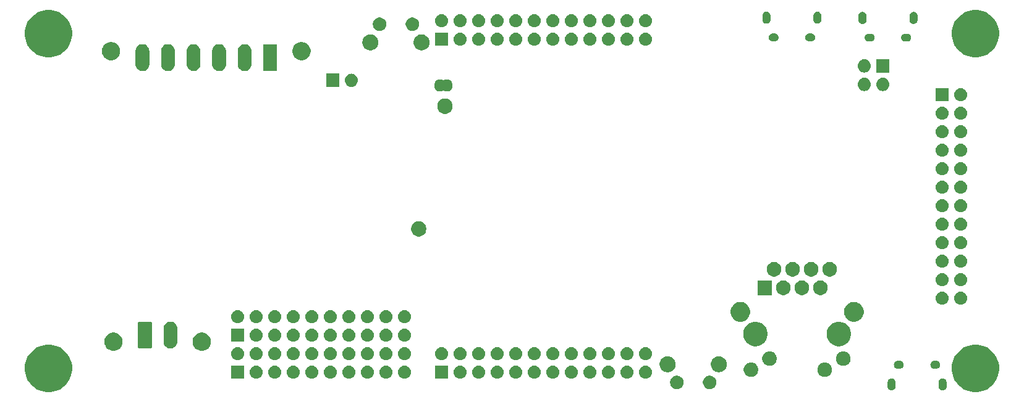
<source format=gbr>
G04 #@! TF.GenerationSoftware,KiCad,Pcbnew,(5.1.2)-1*
G04 #@! TF.CreationDate,2019-05-21T13:02:40-03:00*
G04 #@! TF.ProjectId,trololo,74726f6c-6f6c-46f2-9e6b-696361645f70,rev?*
G04 #@! TF.SameCoordinates,Original*
G04 #@! TF.FileFunction,Soldermask,Bot*
G04 #@! TF.FilePolarity,Negative*
%FSLAX46Y46*%
G04 Gerber Fmt 4.6, Leading zero omitted, Abs format (unit mm)*
G04 Created by KiCad (PCBNEW (5.1.2)-1) date 2019-05-21 13:02:40*
%MOMM*%
%LPD*%
G04 APERTURE LIST*
%ADD10C,0.100000*%
G04 APERTURE END LIST*
D10*
G36*
X190626239Y-75043467D02*
G01*
X190940282Y-75105934D01*
X191531926Y-75351001D01*
X192064392Y-75706784D01*
X192517216Y-76159608D01*
X192872999Y-76692074D01*
X193118066Y-77283718D01*
X193133654Y-77362083D01*
X193243000Y-77911803D01*
X193243000Y-78552197D01*
X193202031Y-78758160D01*
X193118066Y-79180282D01*
X192872999Y-79771926D01*
X192517216Y-80304392D01*
X192064392Y-80757216D01*
X191531926Y-81112999D01*
X190940282Y-81358066D01*
X190626239Y-81420533D01*
X190312197Y-81483000D01*
X189671803Y-81483000D01*
X189357761Y-81420533D01*
X189043718Y-81358066D01*
X188452074Y-81112999D01*
X187919608Y-80757216D01*
X187466784Y-80304392D01*
X187111001Y-79771926D01*
X186865934Y-79180282D01*
X186781969Y-78758160D01*
X186741000Y-78552197D01*
X186741000Y-77911803D01*
X186850346Y-77362083D01*
X186865934Y-77283718D01*
X187111001Y-76692074D01*
X187466784Y-76159608D01*
X187919608Y-75706784D01*
X188452074Y-75351001D01*
X189043718Y-75105934D01*
X189357761Y-75043467D01*
X189671803Y-74981000D01*
X190312197Y-74981000D01*
X190626239Y-75043467D01*
X190626239Y-75043467D01*
G37*
G36*
X63626239Y-75043467D02*
G01*
X63940282Y-75105934D01*
X64531926Y-75351001D01*
X65064392Y-75706784D01*
X65517216Y-76159608D01*
X65872999Y-76692074D01*
X66118066Y-77283718D01*
X66133654Y-77362083D01*
X66243000Y-77911803D01*
X66243000Y-78552197D01*
X66202031Y-78758160D01*
X66118066Y-79180282D01*
X65872999Y-79771926D01*
X65517216Y-80304392D01*
X65064392Y-80757216D01*
X64531926Y-81112999D01*
X63940282Y-81358066D01*
X63626239Y-81420533D01*
X63312197Y-81483000D01*
X62671803Y-81483000D01*
X62357761Y-81420533D01*
X62043718Y-81358066D01*
X61452074Y-81112999D01*
X60919608Y-80757216D01*
X60466784Y-80304392D01*
X60111001Y-79771926D01*
X59865934Y-79180282D01*
X59781969Y-78758160D01*
X59741000Y-78552197D01*
X59741000Y-77911803D01*
X59850346Y-77362083D01*
X59865934Y-77283718D01*
X60111001Y-76692074D01*
X60466784Y-76159608D01*
X60919608Y-75706784D01*
X61452074Y-75351001D01*
X62043718Y-75105934D01*
X62357761Y-75043467D01*
X62671803Y-74981000D01*
X63312197Y-74981000D01*
X63626239Y-75043467D01*
X63626239Y-75043467D01*
G37*
G36*
X185599014Y-79605973D02*
G01*
X185702878Y-79637479D01*
X185746907Y-79661013D01*
X185798599Y-79688643D01*
X185798601Y-79688644D01*
X185798600Y-79688644D01*
X185882501Y-79757499D01*
X185940887Y-79828643D01*
X185951357Y-79841401D01*
X185974467Y-79884636D01*
X186002521Y-79937121D01*
X186034027Y-80040985D01*
X186042000Y-80121933D01*
X186042000Y-80726067D01*
X186034027Y-80807015D01*
X186002521Y-80910879D01*
X186002519Y-80910882D01*
X185951357Y-81006600D01*
X185882501Y-81090501D01*
X185798600Y-81159357D01*
X185730055Y-81195995D01*
X185702879Y-81210521D01*
X185599015Y-81242027D01*
X185491000Y-81252666D01*
X185382986Y-81242027D01*
X185279122Y-81210521D01*
X185251946Y-81195995D01*
X185183401Y-81159357D01*
X185099500Y-81090501D01*
X185030643Y-81006599D01*
X184979481Y-80910882D01*
X184959687Y-80845629D01*
X184947973Y-80807015D01*
X184940000Y-80726067D01*
X184940000Y-80121934D01*
X184947973Y-80040986D01*
X184979479Y-79937122D01*
X185030644Y-79841400D01*
X185099499Y-79757499D01*
X185183400Y-79688644D01*
X185183399Y-79688644D01*
X185183401Y-79688643D01*
X185235093Y-79661013D01*
X185279121Y-79637479D01*
X185382985Y-79605973D01*
X185491000Y-79595334D01*
X185599014Y-79605973D01*
X185599014Y-79605973D01*
G37*
G36*
X178599014Y-79605973D02*
G01*
X178702878Y-79637479D01*
X178746907Y-79661013D01*
X178798599Y-79688643D01*
X178798601Y-79688644D01*
X178798600Y-79688644D01*
X178882501Y-79757499D01*
X178940887Y-79828643D01*
X178951357Y-79841401D01*
X178974467Y-79884636D01*
X179002521Y-79937121D01*
X179034027Y-80040985D01*
X179042000Y-80121933D01*
X179042000Y-80726067D01*
X179034027Y-80807015D01*
X179002521Y-80910879D01*
X179002519Y-80910882D01*
X178951357Y-81006600D01*
X178882501Y-81090501D01*
X178798600Y-81159357D01*
X178730055Y-81195995D01*
X178702879Y-81210521D01*
X178599015Y-81242027D01*
X178491000Y-81252666D01*
X178382986Y-81242027D01*
X178279122Y-81210521D01*
X178251946Y-81195995D01*
X178183401Y-81159357D01*
X178099500Y-81090501D01*
X178030643Y-81006599D01*
X177979481Y-80910882D01*
X177959687Y-80845629D01*
X177947973Y-80807015D01*
X177940000Y-80726067D01*
X177940000Y-80121934D01*
X177947973Y-80040986D01*
X177979479Y-79937122D01*
X178030644Y-79841400D01*
X178099499Y-79757499D01*
X178183400Y-79688644D01*
X178183399Y-79688644D01*
X178183401Y-79688643D01*
X178235093Y-79661013D01*
X178279121Y-79637479D01*
X178382985Y-79605973D01*
X178491000Y-79595334D01*
X178599014Y-79605973D01*
X178599014Y-79605973D01*
G37*
G36*
X149341044Y-79256745D02*
G01*
X149509566Y-79326549D01*
X149661231Y-79427888D01*
X149790212Y-79556869D01*
X149891551Y-79708534D01*
X149961355Y-79877056D01*
X149996940Y-80055957D01*
X149996940Y-80238363D01*
X149961355Y-80417264D01*
X149891551Y-80585786D01*
X149790212Y-80737451D01*
X149661231Y-80866432D01*
X149509566Y-80967771D01*
X149341044Y-81037575D01*
X149162143Y-81073160D01*
X148979737Y-81073160D01*
X148800836Y-81037575D01*
X148632314Y-80967771D01*
X148480649Y-80866432D01*
X148351668Y-80737451D01*
X148250329Y-80585786D01*
X148180525Y-80417264D01*
X148144940Y-80238363D01*
X148144940Y-80055957D01*
X148180525Y-79877056D01*
X148250329Y-79708534D01*
X148351668Y-79556869D01*
X148480649Y-79427888D01*
X148632314Y-79326549D01*
X148800836Y-79256745D01*
X148979737Y-79221160D01*
X149162143Y-79221160D01*
X149341044Y-79256745D01*
X149341044Y-79256745D01*
G37*
G36*
X153841044Y-79256745D02*
G01*
X154009566Y-79326549D01*
X154161231Y-79427888D01*
X154290212Y-79556869D01*
X154391551Y-79708534D01*
X154461355Y-79877056D01*
X154496940Y-80055957D01*
X154496940Y-80238363D01*
X154461355Y-80417264D01*
X154391551Y-80585786D01*
X154290212Y-80737451D01*
X154161231Y-80866432D01*
X154009566Y-80967771D01*
X153841044Y-81037575D01*
X153662143Y-81073160D01*
X153479737Y-81073160D01*
X153300836Y-81037575D01*
X153132314Y-80967771D01*
X152980649Y-80866432D01*
X152851668Y-80737451D01*
X152750329Y-80585786D01*
X152680525Y-80417264D01*
X152644940Y-80238363D01*
X152644940Y-80055957D01*
X152680525Y-79877056D01*
X152750329Y-79708534D01*
X152851668Y-79556869D01*
X152980649Y-79427888D01*
X153132314Y-79326549D01*
X153300836Y-79256745D01*
X153479737Y-79221160D01*
X153662143Y-79221160D01*
X153841044Y-79256745D01*
X153841044Y-79256745D01*
G37*
G36*
X99170443Y-77845519D02*
G01*
X99236627Y-77852037D01*
X99406466Y-77903557D01*
X99562991Y-77987222D01*
X99598729Y-78016552D01*
X99700186Y-78099814D01*
X99783448Y-78201271D01*
X99812778Y-78237009D01*
X99896443Y-78393534D01*
X99947963Y-78563373D01*
X99965359Y-78740000D01*
X99947963Y-78916627D01*
X99896443Y-79086466D01*
X99812778Y-79242991D01*
X99801490Y-79256745D01*
X99700186Y-79380186D01*
X99598729Y-79463448D01*
X99562991Y-79492778D01*
X99406466Y-79576443D01*
X99236627Y-79627963D01*
X99170442Y-79634482D01*
X99104260Y-79641000D01*
X99015740Y-79641000D01*
X98949558Y-79634482D01*
X98883373Y-79627963D01*
X98713534Y-79576443D01*
X98557009Y-79492778D01*
X98521271Y-79463448D01*
X98419814Y-79380186D01*
X98318510Y-79256745D01*
X98307222Y-79242991D01*
X98223557Y-79086466D01*
X98172037Y-78916627D01*
X98154641Y-78740000D01*
X98172037Y-78563373D01*
X98223557Y-78393534D01*
X98307222Y-78237009D01*
X98336552Y-78201271D01*
X98419814Y-78099814D01*
X98521271Y-78016552D01*
X98557009Y-77987222D01*
X98713534Y-77903557D01*
X98883373Y-77852037D01*
X98949557Y-77845519D01*
X99015740Y-77839000D01*
X99104260Y-77839000D01*
X99170443Y-77845519D01*
X99170443Y-77845519D01*
G37*
G36*
X89801000Y-79641000D02*
G01*
X87999000Y-79641000D01*
X87999000Y-77839000D01*
X89801000Y-77839000D01*
X89801000Y-79641000D01*
X89801000Y-79641000D01*
G37*
G36*
X91550443Y-77845519D02*
G01*
X91616627Y-77852037D01*
X91786466Y-77903557D01*
X91942991Y-77987222D01*
X91978729Y-78016552D01*
X92080186Y-78099814D01*
X92163448Y-78201271D01*
X92192778Y-78237009D01*
X92276443Y-78393534D01*
X92327963Y-78563373D01*
X92345359Y-78740000D01*
X92327963Y-78916627D01*
X92276443Y-79086466D01*
X92192778Y-79242991D01*
X92181490Y-79256745D01*
X92080186Y-79380186D01*
X91978729Y-79463448D01*
X91942991Y-79492778D01*
X91786466Y-79576443D01*
X91616627Y-79627963D01*
X91550442Y-79634482D01*
X91484260Y-79641000D01*
X91395740Y-79641000D01*
X91329558Y-79634482D01*
X91263373Y-79627963D01*
X91093534Y-79576443D01*
X90937009Y-79492778D01*
X90901271Y-79463448D01*
X90799814Y-79380186D01*
X90698510Y-79256745D01*
X90687222Y-79242991D01*
X90603557Y-79086466D01*
X90552037Y-78916627D01*
X90534641Y-78740000D01*
X90552037Y-78563373D01*
X90603557Y-78393534D01*
X90687222Y-78237009D01*
X90716552Y-78201271D01*
X90799814Y-78099814D01*
X90901271Y-78016552D01*
X90937009Y-77987222D01*
X91093534Y-77903557D01*
X91263373Y-77852037D01*
X91329557Y-77845519D01*
X91395740Y-77839000D01*
X91484260Y-77839000D01*
X91550443Y-77845519D01*
X91550443Y-77845519D01*
G37*
G36*
X94090443Y-77845519D02*
G01*
X94156627Y-77852037D01*
X94326466Y-77903557D01*
X94482991Y-77987222D01*
X94518729Y-78016552D01*
X94620186Y-78099814D01*
X94703448Y-78201271D01*
X94732778Y-78237009D01*
X94816443Y-78393534D01*
X94867963Y-78563373D01*
X94885359Y-78740000D01*
X94867963Y-78916627D01*
X94816443Y-79086466D01*
X94732778Y-79242991D01*
X94721490Y-79256745D01*
X94620186Y-79380186D01*
X94518729Y-79463448D01*
X94482991Y-79492778D01*
X94326466Y-79576443D01*
X94156627Y-79627963D01*
X94090442Y-79634482D01*
X94024260Y-79641000D01*
X93935740Y-79641000D01*
X93869558Y-79634482D01*
X93803373Y-79627963D01*
X93633534Y-79576443D01*
X93477009Y-79492778D01*
X93441271Y-79463448D01*
X93339814Y-79380186D01*
X93238510Y-79256745D01*
X93227222Y-79242991D01*
X93143557Y-79086466D01*
X93092037Y-78916627D01*
X93074641Y-78740000D01*
X93092037Y-78563373D01*
X93143557Y-78393534D01*
X93227222Y-78237009D01*
X93256552Y-78201271D01*
X93339814Y-78099814D01*
X93441271Y-78016552D01*
X93477009Y-77987222D01*
X93633534Y-77903557D01*
X93803373Y-77852037D01*
X93869557Y-77845519D01*
X93935740Y-77839000D01*
X94024260Y-77839000D01*
X94090443Y-77845519D01*
X94090443Y-77845519D01*
G37*
G36*
X96630443Y-77845519D02*
G01*
X96696627Y-77852037D01*
X96866466Y-77903557D01*
X97022991Y-77987222D01*
X97058729Y-78016552D01*
X97160186Y-78099814D01*
X97243448Y-78201271D01*
X97272778Y-78237009D01*
X97356443Y-78393534D01*
X97407963Y-78563373D01*
X97425359Y-78740000D01*
X97407963Y-78916627D01*
X97356443Y-79086466D01*
X97272778Y-79242991D01*
X97261490Y-79256745D01*
X97160186Y-79380186D01*
X97058729Y-79463448D01*
X97022991Y-79492778D01*
X96866466Y-79576443D01*
X96696627Y-79627963D01*
X96630442Y-79634482D01*
X96564260Y-79641000D01*
X96475740Y-79641000D01*
X96409558Y-79634482D01*
X96343373Y-79627963D01*
X96173534Y-79576443D01*
X96017009Y-79492778D01*
X95981271Y-79463448D01*
X95879814Y-79380186D01*
X95778510Y-79256745D01*
X95767222Y-79242991D01*
X95683557Y-79086466D01*
X95632037Y-78916627D01*
X95614641Y-78740000D01*
X95632037Y-78563373D01*
X95683557Y-78393534D01*
X95767222Y-78237009D01*
X95796552Y-78201271D01*
X95879814Y-78099814D01*
X95981271Y-78016552D01*
X96017009Y-77987222D01*
X96173534Y-77903557D01*
X96343373Y-77852037D01*
X96409557Y-77845519D01*
X96475740Y-77839000D01*
X96564260Y-77839000D01*
X96630443Y-77845519D01*
X96630443Y-77845519D01*
G37*
G36*
X144890443Y-77845519D02*
G01*
X144956627Y-77852037D01*
X145126466Y-77903557D01*
X145282991Y-77987222D01*
X145318729Y-78016552D01*
X145420186Y-78099814D01*
X145503448Y-78201271D01*
X145532778Y-78237009D01*
X145616443Y-78393534D01*
X145667963Y-78563373D01*
X145685359Y-78740000D01*
X145667963Y-78916627D01*
X145616443Y-79086466D01*
X145532778Y-79242991D01*
X145521490Y-79256745D01*
X145420186Y-79380186D01*
X145318729Y-79463448D01*
X145282991Y-79492778D01*
X145126466Y-79576443D01*
X144956627Y-79627963D01*
X144890442Y-79634482D01*
X144824260Y-79641000D01*
X144735740Y-79641000D01*
X144669558Y-79634482D01*
X144603373Y-79627963D01*
X144433534Y-79576443D01*
X144277009Y-79492778D01*
X144241271Y-79463448D01*
X144139814Y-79380186D01*
X144038510Y-79256745D01*
X144027222Y-79242991D01*
X143943557Y-79086466D01*
X143892037Y-78916627D01*
X143874641Y-78740000D01*
X143892037Y-78563373D01*
X143943557Y-78393534D01*
X144027222Y-78237009D01*
X144056552Y-78201271D01*
X144139814Y-78099814D01*
X144241271Y-78016552D01*
X144277009Y-77987222D01*
X144433534Y-77903557D01*
X144603373Y-77852037D01*
X144669557Y-77845519D01*
X144735740Y-77839000D01*
X144824260Y-77839000D01*
X144890443Y-77845519D01*
X144890443Y-77845519D01*
G37*
G36*
X142350443Y-77845519D02*
G01*
X142416627Y-77852037D01*
X142586466Y-77903557D01*
X142742991Y-77987222D01*
X142778729Y-78016552D01*
X142880186Y-78099814D01*
X142963448Y-78201271D01*
X142992778Y-78237009D01*
X143076443Y-78393534D01*
X143127963Y-78563373D01*
X143145359Y-78740000D01*
X143127963Y-78916627D01*
X143076443Y-79086466D01*
X142992778Y-79242991D01*
X142981490Y-79256745D01*
X142880186Y-79380186D01*
X142778729Y-79463448D01*
X142742991Y-79492778D01*
X142586466Y-79576443D01*
X142416627Y-79627963D01*
X142350442Y-79634482D01*
X142284260Y-79641000D01*
X142195740Y-79641000D01*
X142129558Y-79634482D01*
X142063373Y-79627963D01*
X141893534Y-79576443D01*
X141737009Y-79492778D01*
X141701271Y-79463448D01*
X141599814Y-79380186D01*
X141498510Y-79256745D01*
X141487222Y-79242991D01*
X141403557Y-79086466D01*
X141352037Y-78916627D01*
X141334641Y-78740000D01*
X141352037Y-78563373D01*
X141403557Y-78393534D01*
X141487222Y-78237009D01*
X141516552Y-78201271D01*
X141599814Y-78099814D01*
X141701271Y-78016552D01*
X141737009Y-77987222D01*
X141893534Y-77903557D01*
X142063373Y-77852037D01*
X142129557Y-77845519D01*
X142195740Y-77839000D01*
X142284260Y-77839000D01*
X142350443Y-77845519D01*
X142350443Y-77845519D01*
G37*
G36*
X139810443Y-77845519D02*
G01*
X139876627Y-77852037D01*
X140046466Y-77903557D01*
X140202991Y-77987222D01*
X140238729Y-78016552D01*
X140340186Y-78099814D01*
X140423448Y-78201271D01*
X140452778Y-78237009D01*
X140536443Y-78393534D01*
X140587963Y-78563373D01*
X140605359Y-78740000D01*
X140587963Y-78916627D01*
X140536443Y-79086466D01*
X140452778Y-79242991D01*
X140441490Y-79256745D01*
X140340186Y-79380186D01*
X140238729Y-79463448D01*
X140202991Y-79492778D01*
X140046466Y-79576443D01*
X139876627Y-79627963D01*
X139810442Y-79634482D01*
X139744260Y-79641000D01*
X139655740Y-79641000D01*
X139589558Y-79634482D01*
X139523373Y-79627963D01*
X139353534Y-79576443D01*
X139197009Y-79492778D01*
X139161271Y-79463448D01*
X139059814Y-79380186D01*
X138958510Y-79256745D01*
X138947222Y-79242991D01*
X138863557Y-79086466D01*
X138812037Y-78916627D01*
X138794641Y-78740000D01*
X138812037Y-78563373D01*
X138863557Y-78393534D01*
X138947222Y-78237009D01*
X138976552Y-78201271D01*
X139059814Y-78099814D01*
X139161271Y-78016552D01*
X139197009Y-77987222D01*
X139353534Y-77903557D01*
X139523373Y-77852037D01*
X139589557Y-77845519D01*
X139655740Y-77839000D01*
X139744260Y-77839000D01*
X139810443Y-77845519D01*
X139810443Y-77845519D01*
G37*
G36*
X137270443Y-77845519D02*
G01*
X137336627Y-77852037D01*
X137506466Y-77903557D01*
X137662991Y-77987222D01*
X137698729Y-78016552D01*
X137800186Y-78099814D01*
X137883448Y-78201271D01*
X137912778Y-78237009D01*
X137996443Y-78393534D01*
X138047963Y-78563373D01*
X138065359Y-78740000D01*
X138047963Y-78916627D01*
X137996443Y-79086466D01*
X137912778Y-79242991D01*
X137901490Y-79256745D01*
X137800186Y-79380186D01*
X137698729Y-79463448D01*
X137662991Y-79492778D01*
X137506466Y-79576443D01*
X137336627Y-79627963D01*
X137270442Y-79634482D01*
X137204260Y-79641000D01*
X137115740Y-79641000D01*
X137049558Y-79634482D01*
X136983373Y-79627963D01*
X136813534Y-79576443D01*
X136657009Y-79492778D01*
X136621271Y-79463448D01*
X136519814Y-79380186D01*
X136418510Y-79256745D01*
X136407222Y-79242991D01*
X136323557Y-79086466D01*
X136272037Y-78916627D01*
X136254641Y-78740000D01*
X136272037Y-78563373D01*
X136323557Y-78393534D01*
X136407222Y-78237009D01*
X136436552Y-78201271D01*
X136519814Y-78099814D01*
X136621271Y-78016552D01*
X136657009Y-77987222D01*
X136813534Y-77903557D01*
X136983373Y-77852037D01*
X137049557Y-77845519D01*
X137115740Y-77839000D01*
X137204260Y-77839000D01*
X137270443Y-77845519D01*
X137270443Y-77845519D01*
G37*
G36*
X132190443Y-77845519D02*
G01*
X132256627Y-77852037D01*
X132426466Y-77903557D01*
X132582991Y-77987222D01*
X132618729Y-78016552D01*
X132720186Y-78099814D01*
X132803448Y-78201271D01*
X132832778Y-78237009D01*
X132916443Y-78393534D01*
X132967963Y-78563373D01*
X132985359Y-78740000D01*
X132967963Y-78916627D01*
X132916443Y-79086466D01*
X132832778Y-79242991D01*
X132821490Y-79256745D01*
X132720186Y-79380186D01*
X132618729Y-79463448D01*
X132582991Y-79492778D01*
X132426466Y-79576443D01*
X132256627Y-79627963D01*
X132190442Y-79634482D01*
X132124260Y-79641000D01*
X132035740Y-79641000D01*
X131969558Y-79634482D01*
X131903373Y-79627963D01*
X131733534Y-79576443D01*
X131577009Y-79492778D01*
X131541271Y-79463448D01*
X131439814Y-79380186D01*
X131338510Y-79256745D01*
X131327222Y-79242991D01*
X131243557Y-79086466D01*
X131192037Y-78916627D01*
X131174641Y-78740000D01*
X131192037Y-78563373D01*
X131243557Y-78393534D01*
X131327222Y-78237009D01*
X131356552Y-78201271D01*
X131439814Y-78099814D01*
X131541271Y-78016552D01*
X131577009Y-77987222D01*
X131733534Y-77903557D01*
X131903373Y-77852037D01*
X131969557Y-77845519D01*
X132035740Y-77839000D01*
X132124260Y-77839000D01*
X132190443Y-77845519D01*
X132190443Y-77845519D01*
G37*
G36*
X129650443Y-77845519D02*
G01*
X129716627Y-77852037D01*
X129886466Y-77903557D01*
X130042991Y-77987222D01*
X130078729Y-78016552D01*
X130180186Y-78099814D01*
X130263448Y-78201271D01*
X130292778Y-78237009D01*
X130376443Y-78393534D01*
X130427963Y-78563373D01*
X130445359Y-78740000D01*
X130427963Y-78916627D01*
X130376443Y-79086466D01*
X130292778Y-79242991D01*
X130281490Y-79256745D01*
X130180186Y-79380186D01*
X130078729Y-79463448D01*
X130042991Y-79492778D01*
X129886466Y-79576443D01*
X129716627Y-79627963D01*
X129650442Y-79634482D01*
X129584260Y-79641000D01*
X129495740Y-79641000D01*
X129429558Y-79634482D01*
X129363373Y-79627963D01*
X129193534Y-79576443D01*
X129037009Y-79492778D01*
X129001271Y-79463448D01*
X128899814Y-79380186D01*
X128798510Y-79256745D01*
X128787222Y-79242991D01*
X128703557Y-79086466D01*
X128652037Y-78916627D01*
X128634641Y-78740000D01*
X128652037Y-78563373D01*
X128703557Y-78393534D01*
X128787222Y-78237009D01*
X128816552Y-78201271D01*
X128899814Y-78099814D01*
X129001271Y-78016552D01*
X129037009Y-77987222D01*
X129193534Y-77903557D01*
X129363373Y-77852037D01*
X129429557Y-77845519D01*
X129495740Y-77839000D01*
X129584260Y-77839000D01*
X129650443Y-77845519D01*
X129650443Y-77845519D01*
G37*
G36*
X124570443Y-77845519D02*
G01*
X124636627Y-77852037D01*
X124806466Y-77903557D01*
X124962991Y-77987222D01*
X124998729Y-78016552D01*
X125100186Y-78099814D01*
X125183448Y-78201271D01*
X125212778Y-78237009D01*
X125296443Y-78393534D01*
X125347963Y-78563373D01*
X125365359Y-78740000D01*
X125347963Y-78916627D01*
X125296443Y-79086466D01*
X125212778Y-79242991D01*
X125201490Y-79256745D01*
X125100186Y-79380186D01*
X124998729Y-79463448D01*
X124962991Y-79492778D01*
X124806466Y-79576443D01*
X124636627Y-79627963D01*
X124570442Y-79634482D01*
X124504260Y-79641000D01*
X124415740Y-79641000D01*
X124349558Y-79634482D01*
X124283373Y-79627963D01*
X124113534Y-79576443D01*
X123957009Y-79492778D01*
X123921271Y-79463448D01*
X123819814Y-79380186D01*
X123718510Y-79256745D01*
X123707222Y-79242991D01*
X123623557Y-79086466D01*
X123572037Y-78916627D01*
X123554641Y-78740000D01*
X123572037Y-78563373D01*
X123623557Y-78393534D01*
X123707222Y-78237009D01*
X123736552Y-78201271D01*
X123819814Y-78099814D01*
X123921271Y-78016552D01*
X123957009Y-77987222D01*
X124113534Y-77903557D01*
X124283373Y-77852037D01*
X124349557Y-77845519D01*
X124415740Y-77839000D01*
X124504260Y-77839000D01*
X124570443Y-77845519D01*
X124570443Y-77845519D01*
G37*
G36*
X122030443Y-77845519D02*
G01*
X122096627Y-77852037D01*
X122266466Y-77903557D01*
X122422991Y-77987222D01*
X122458729Y-78016552D01*
X122560186Y-78099814D01*
X122643448Y-78201271D01*
X122672778Y-78237009D01*
X122756443Y-78393534D01*
X122807963Y-78563373D01*
X122825359Y-78740000D01*
X122807963Y-78916627D01*
X122756443Y-79086466D01*
X122672778Y-79242991D01*
X122661490Y-79256745D01*
X122560186Y-79380186D01*
X122458729Y-79463448D01*
X122422991Y-79492778D01*
X122266466Y-79576443D01*
X122096627Y-79627963D01*
X122030442Y-79634482D01*
X121964260Y-79641000D01*
X121875740Y-79641000D01*
X121809558Y-79634482D01*
X121743373Y-79627963D01*
X121573534Y-79576443D01*
X121417009Y-79492778D01*
X121381271Y-79463448D01*
X121279814Y-79380186D01*
X121178510Y-79256745D01*
X121167222Y-79242991D01*
X121083557Y-79086466D01*
X121032037Y-78916627D01*
X121014641Y-78740000D01*
X121032037Y-78563373D01*
X121083557Y-78393534D01*
X121167222Y-78237009D01*
X121196552Y-78201271D01*
X121279814Y-78099814D01*
X121381271Y-78016552D01*
X121417009Y-77987222D01*
X121573534Y-77903557D01*
X121743373Y-77852037D01*
X121809557Y-77845519D01*
X121875740Y-77839000D01*
X121964260Y-77839000D01*
X122030443Y-77845519D01*
X122030443Y-77845519D01*
G37*
G36*
X119490443Y-77845519D02*
G01*
X119556627Y-77852037D01*
X119726466Y-77903557D01*
X119882991Y-77987222D01*
X119918729Y-78016552D01*
X120020186Y-78099814D01*
X120103448Y-78201271D01*
X120132778Y-78237009D01*
X120216443Y-78393534D01*
X120267963Y-78563373D01*
X120285359Y-78740000D01*
X120267963Y-78916627D01*
X120216443Y-79086466D01*
X120132778Y-79242991D01*
X120121490Y-79256745D01*
X120020186Y-79380186D01*
X119918729Y-79463448D01*
X119882991Y-79492778D01*
X119726466Y-79576443D01*
X119556627Y-79627963D01*
X119490442Y-79634482D01*
X119424260Y-79641000D01*
X119335740Y-79641000D01*
X119269558Y-79634482D01*
X119203373Y-79627963D01*
X119033534Y-79576443D01*
X118877009Y-79492778D01*
X118841271Y-79463448D01*
X118739814Y-79380186D01*
X118638510Y-79256745D01*
X118627222Y-79242991D01*
X118543557Y-79086466D01*
X118492037Y-78916627D01*
X118474641Y-78740000D01*
X118492037Y-78563373D01*
X118543557Y-78393534D01*
X118627222Y-78237009D01*
X118656552Y-78201271D01*
X118739814Y-78099814D01*
X118841271Y-78016552D01*
X118877009Y-77987222D01*
X119033534Y-77903557D01*
X119203373Y-77852037D01*
X119269557Y-77845519D01*
X119335740Y-77839000D01*
X119424260Y-77839000D01*
X119490443Y-77845519D01*
X119490443Y-77845519D01*
G37*
G36*
X117741000Y-79641000D02*
G01*
X115939000Y-79641000D01*
X115939000Y-77839000D01*
X117741000Y-77839000D01*
X117741000Y-79641000D01*
X117741000Y-79641000D01*
G37*
G36*
X111870443Y-77845519D02*
G01*
X111936627Y-77852037D01*
X112106466Y-77903557D01*
X112262991Y-77987222D01*
X112298729Y-78016552D01*
X112400186Y-78099814D01*
X112483448Y-78201271D01*
X112512778Y-78237009D01*
X112596443Y-78393534D01*
X112647963Y-78563373D01*
X112665359Y-78740000D01*
X112647963Y-78916627D01*
X112596443Y-79086466D01*
X112512778Y-79242991D01*
X112501490Y-79256745D01*
X112400186Y-79380186D01*
X112298729Y-79463448D01*
X112262991Y-79492778D01*
X112106466Y-79576443D01*
X111936627Y-79627963D01*
X111870442Y-79634482D01*
X111804260Y-79641000D01*
X111715740Y-79641000D01*
X111649558Y-79634482D01*
X111583373Y-79627963D01*
X111413534Y-79576443D01*
X111257009Y-79492778D01*
X111221271Y-79463448D01*
X111119814Y-79380186D01*
X111018510Y-79256745D01*
X111007222Y-79242991D01*
X110923557Y-79086466D01*
X110872037Y-78916627D01*
X110854641Y-78740000D01*
X110872037Y-78563373D01*
X110923557Y-78393534D01*
X111007222Y-78237009D01*
X111036552Y-78201271D01*
X111119814Y-78099814D01*
X111221271Y-78016552D01*
X111257009Y-77987222D01*
X111413534Y-77903557D01*
X111583373Y-77852037D01*
X111649557Y-77845519D01*
X111715740Y-77839000D01*
X111804260Y-77839000D01*
X111870443Y-77845519D01*
X111870443Y-77845519D01*
G37*
G36*
X109330443Y-77845519D02*
G01*
X109396627Y-77852037D01*
X109566466Y-77903557D01*
X109722991Y-77987222D01*
X109758729Y-78016552D01*
X109860186Y-78099814D01*
X109943448Y-78201271D01*
X109972778Y-78237009D01*
X110056443Y-78393534D01*
X110107963Y-78563373D01*
X110125359Y-78740000D01*
X110107963Y-78916627D01*
X110056443Y-79086466D01*
X109972778Y-79242991D01*
X109961490Y-79256745D01*
X109860186Y-79380186D01*
X109758729Y-79463448D01*
X109722991Y-79492778D01*
X109566466Y-79576443D01*
X109396627Y-79627963D01*
X109330442Y-79634482D01*
X109264260Y-79641000D01*
X109175740Y-79641000D01*
X109109558Y-79634482D01*
X109043373Y-79627963D01*
X108873534Y-79576443D01*
X108717009Y-79492778D01*
X108681271Y-79463448D01*
X108579814Y-79380186D01*
X108478510Y-79256745D01*
X108467222Y-79242991D01*
X108383557Y-79086466D01*
X108332037Y-78916627D01*
X108314641Y-78740000D01*
X108332037Y-78563373D01*
X108383557Y-78393534D01*
X108467222Y-78237009D01*
X108496552Y-78201271D01*
X108579814Y-78099814D01*
X108681271Y-78016552D01*
X108717009Y-77987222D01*
X108873534Y-77903557D01*
X109043373Y-77852037D01*
X109109557Y-77845519D01*
X109175740Y-77839000D01*
X109264260Y-77839000D01*
X109330443Y-77845519D01*
X109330443Y-77845519D01*
G37*
G36*
X134730443Y-77845519D02*
G01*
X134796627Y-77852037D01*
X134966466Y-77903557D01*
X135122991Y-77987222D01*
X135158729Y-78016552D01*
X135260186Y-78099814D01*
X135343448Y-78201271D01*
X135372778Y-78237009D01*
X135456443Y-78393534D01*
X135507963Y-78563373D01*
X135525359Y-78740000D01*
X135507963Y-78916627D01*
X135456443Y-79086466D01*
X135372778Y-79242991D01*
X135361490Y-79256745D01*
X135260186Y-79380186D01*
X135158729Y-79463448D01*
X135122991Y-79492778D01*
X134966466Y-79576443D01*
X134796627Y-79627963D01*
X134730442Y-79634482D01*
X134664260Y-79641000D01*
X134575740Y-79641000D01*
X134509558Y-79634482D01*
X134443373Y-79627963D01*
X134273534Y-79576443D01*
X134117009Y-79492778D01*
X134081271Y-79463448D01*
X133979814Y-79380186D01*
X133878510Y-79256745D01*
X133867222Y-79242991D01*
X133783557Y-79086466D01*
X133732037Y-78916627D01*
X133714641Y-78740000D01*
X133732037Y-78563373D01*
X133783557Y-78393534D01*
X133867222Y-78237009D01*
X133896552Y-78201271D01*
X133979814Y-78099814D01*
X134081271Y-78016552D01*
X134117009Y-77987222D01*
X134273534Y-77903557D01*
X134443373Y-77852037D01*
X134509557Y-77845519D01*
X134575740Y-77839000D01*
X134664260Y-77839000D01*
X134730443Y-77845519D01*
X134730443Y-77845519D01*
G37*
G36*
X106790443Y-77845519D02*
G01*
X106856627Y-77852037D01*
X107026466Y-77903557D01*
X107182991Y-77987222D01*
X107218729Y-78016552D01*
X107320186Y-78099814D01*
X107403448Y-78201271D01*
X107432778Y-78237009D01*
X107516443Y-78393534D01*
X107567963Y-78563373D01*
X107585359Y-78740000D01*
X107567963Y-78916627D01*
X107516443Y-79086466D01*
X107432778Y-79242991D01*
X107421490Y-79256745D01*
X107320186Y-79380186D01*
X107218729Y-79463448D01*
X107182991Y-79492778D01*
X107026466Y-79576443D01*
X106856627Y-79627963D01*
X106790442Y-79634482D01*
X106724260Y-79641000D01*
X106635740Y-79641000D01*
X106569558Y-79634482D01*
X106503373Y-79627963D01*
X106333534Y-79576443D01*
X106177009Y-79492778D01*
X106141271Y-79463448D01*
X106039814Y-79380186D01*
X105938510Y-79256745D01*
X105927222Y-79242991D01*
X105843557Y-79086466D01*
X105792037Y-78916627D01*
X105774641Y-78740000D01*
X105792037Y-78563373D01*
X105843557Y-78393534D01*
X105927222Y-78237009D01*
X105956552Y-78201271D01*
X106039814Y-78099814D01*
X106141271Y-78016552D01*
X106177009Y-77987222D01*
X106333534Y-77903557D01*
X106503373Y-77852037D01*
X106569557Y-77845519D01*
X106635740Y-77839000D01*
X106724260Y-77839000D01*
X106790443Y-77845519D01*
X106790443Y-77845519D01*
G37*
G36*
X104250443Y-77845519D02*
G01*
X104316627Y-77852037D01*
X104486466Y-77903557D01*
X104642991Y-77987222D01*
X104678729Y-78016552D01*
X104780186Y-78099814D01*
X104863448Y-78201271D01*
X104892778Y-78237009D01*
X104976443Y-78393534D01*
X105027963Y-78563373D01*
X105045359Y-78740000D01*
X105027963Y-78916627D01*
X104976443Y-79086466D01*
X104892778Y-79242991D01*
X104881490Y-79256745D01*
X104780186Y-79380186D01*
X104678729Y-79463448D01*
X104642991Y-79492778D01*
X104486466Y-79576443D01*
X104316627Y-79627963D01*
X104250442Y-79634482D01*
X104184260Y-79641000D01*
X104095740Y-79641000D01*
X104029558Y-79634482D01*
X103963373Y-79627963D01*
X103793534Y-79576443D01*
X103637009Y-79492778D01*
X103601271Y-79463448D01*
X103499814Y-79380186D01*
X103398510Y-79256745D01*
X103387222Y-79242991D01*
X103303557Y-79086466D01*
X103252037Y-78916627D01*
X103234641Y-78740000D01*
X103252037Y-78563373D01*
X103303557Y-78393534D01*
X103387222Y-78237009D01*
X103416552Y-78201271D01*
X103499814Y-78099814D01*
X103601271Y-78016552D01*
X103637009Y-77987222D01*
X103793534Y-77903557D01*
X103963373Y-77852037D01*
X104029557Y-77845519D01*
X104095740Y-77839000D01*
X104184260Y-77839000D01*
X104250443Y-77845519D01*
X104250443Y-77845519D01*
G37*
G36*
X101710443Y-77845519D02*
G01*
X101776627Y-77852037D01*
X101946466Y-77903557D01*
X102102991Y-77987222D01*
X102138729Y-78016552D01*
X102240186Y-78099814D01*
X102323448Y-78201271D01*
X102352778Y-78237009D01*
X102436443Y-78393534D01*
X102487963Y-78563373D01*
X102505359Y-78740000D01*
X102487963Y-78916627D01*
X102436443Y-79086466D01*
X102352778Y-79242991D01*
X102341490Y-79256745D01*
X102240186Y-79380186D01*
X102138729Y-79463448D01*
X102102991Y-79492778D01*
X101946466Y-79576443D01*
X101776627Y-79627963D01*
X101710442Y-79634482D01*
X101644260Y-79641000D01*
X101555740Y-79641000D01*
X101489558Y-79634482D01*
X101423373Y-79627963D01*
X101253534Y-79576443D01*
X101097009Y-79492778D01*
X101061271Y-79463448D01*
X100959814Y-79380186D01*
X100858510Y-79256745D01*
X100847222Y-79242991D01*
X100763557Y-79086466D01*
X100712037Y-78916627D01*
X100694641Y-78740000D01*
X100712037Y-78563373D01*
X100763557Y-78393534D01*
X100847222Y-78237009D01*
X100876552Y-78201271D01*
X100959814Y-78099814D01*
X101061271Y-78016552D01*
X101097009Y-77987222D01*
X101253534Y-77903557D01*
X101423373Y-77852037D01*
X101489557Y-77845519D01*
X101555740Y-77839000D01*
X101644260Y-77839000D01*
X101710443Y-77845519D01*
X101710443Y-77845519D01*
G37*
G36*
X127110443Y-77845519D02*
G01*
X127176627Y-77852037D01*
X127346466Y-77903557D01*
X127502991Y-77987222D01*
X127538729Y-78016552D01*
X127640186Y-78099814D01*
X127723448Y-78201271D01*
X127752778Y-78237009D01*
X127836443Y-78393534D01*
X127887963Y-78563373D01*
X127905359Y-78740000D01*
X127887963Y-78916627D01*
X127836443Y-79086466D01*
X127752778Y-79242991D01*
X127741490Y-79256745D01*
X127640186Y-79380186D01*
X127538729Y-79463448D01*
X127502991Y-79492778D01*
X127346466Y-79576443D01*
X127176627Y-79627963D01*
X127110442Y-79634482D01*
X127044260Y-79641000D01*
X126955740Y-79641000D01*
X126889558Y-79634482D01*
X126823373Y-79627963D01*
X126653534Y-79576443D01*
X126497009Y-79492778D01*
X126461271Y-79463448D01*
X126359814Y-79380186D01*
X126258510Y-79256745D01*
X126247222Y-79242991D01*
X126163557Y-79086466D01*
X126112037Y-78916627D01*
X126094641Y-78740000D01*
X126112037Y-78563373D01*
X126163557Y-78393534D01*
X126247222Y-78237009D01*
X126276552Y-78201271D01*
X126359814Y-78099814D01*
X126461271Y-78016552D01*
X126497009Y-77987222D01*
X126653534Y-77903557D01*
X126823373Y-77852037D01*
X126889557Y-77845519D01*
X126955740Y-77839000D01*
X127044260Y-77839000D01*
X127110443Y-77845519D01*
X127110443Y-77845519D01*
G37*
G36*
X159522721Y-77452575D02*
G01*
X159613353Y-77490116D01*
X159703983Y-77527656D01*
X159867113Y-77636656D01*
X160005844Y-77775387D01*
X160114844Y-77938517D01*
X160135018Y-77987222D01*
X160189925Y-78119779D01*
X160228200Y-78312201D01*
X160228200Y-78508399D01*
X160189925Y-78700821D01*
X160183700Y-78715849D01*
X160114844Y-78882083D01*
X160005844Y-79045213D01*
X159867113Y-79183944D01*
X159703983Y-79292944D01*
X159613353Y-79330484D01*
X159522721Y-79368025D01*
X159330299Y-79406300D01*
X159134101Y-79406300D01*
X158941679Y-79368025D01*
X158851047Y-79330484D01*
X158760417Y-79292944D01*
X158597287Y-79183944D01*
X158458556Y-79045213D01*
X158349556Y-78882083D01*
X158280700Y-78715849D01*
X158274475Y-78700821D01*
X158236200Y-78508399D01*
X158236200Y-78312201D01*
X158274475Y-78119779D01*
X158329382Y-77987222D01*
X158349556Y-77938517D01*
X158458556Y-77775387D01*
X158597287Y-77636656D01*
X158760417Y-77527656D01*
X158851048Y-77490116D01*
X158941679Y-77452575D01*
X159134101Y-77414300D01*
X159330299Y-77414300D01*
X159522721Y-77452575D01*
X159522721Y-77452575D01*
G37*
G36*
X169632721Y-77452575D02*
G01*
X169723353Y-77490116D01*
X169813983Y-77527656D01*
X169977113Y-77636656D01*
X170115844Y-77775387D01*
X170224844Y-77938517D01*
X170245018Y-77987222D01*
X170299925Y-78119779D01*
X170338200Y-78312201D01*
X170338200Y-78508399D01*
X170299925Y-78700821D01*
X170293700Y-78715849D01*
X170224844Y-78882083D01*
X170115844Y-79045213D01*
X169977113Y-79183944D01*
X169813983Y-79292944D01*
X169723353Y-79330484D01*
X169632721Y-79368025D01*
X169440299Y-79406300D01*
X169244101Y-79406300D01*
X169051679Y-79368025D01*
X168961047Y-79330484D01*
X168870417Y-79292944D01*
X168707287Y-79183944D01*
X168568556Y-79045213D01*
X168459556Y-78882083D01*
X168390700Y-78715849D01*
X168384475Y-78700821D01*
X168346200Y-78508399D01*
X168346200Y-78312201D01*
X168384475Y-78119779D01*
X168439382Y-77987222D01*
X168459556Y-77938517D01*
X168568556Y-77775387D01*
X168707287Y-77636656D01*
X168870417Y-77527656D01*
X168961048Y-77490116D01*
X169051679Y-77452575D01*
X169244101Y-77414300D01*
X169440299Y-77414300D01*
X169632721Y-77452575D01*
X169632721Y-77452575D01*
G37*
G36*
X155035735Y-76577316D02*
G01*
X155142090Y-76598471D01*
X155242274Y-76639969D01*
X155342460Y-76681467D01*
X155522784Y-76801955D01*
X155676145Y-76955316D01*
X155796633Y-77135640D01*
X155796633Y-77135641D01*
X155858306Y-77284531D01*
X155879629Y-77336011D01*
X155921940Y-77548720D01*
X155921940Y-77765600D01*
X155918877Y-77781000D01*
X155879629Y-77978310D01*
X155863336Y-78017644D01*
X155796633Y-78178680D01*
X155676145Y-78359004D01*
X155522784Y-78512365D01*
X155342460Y-78632853D01*
X155263237Y-78665668D01*
X155142090Y-78715849D01*
X155035735Y-78737004D01*
X154929380Y-78758160D01*
X154712500Y-78758160D01*
X154606146Y-78737005D01*
X154499790Y-78715849D01*
X154378643Y-78665668D01*
X154299420Y-78632853D01*
X154119096Y-78512365D01*
X153965735Y-78359004D01*
X153845247Y-78178680D01*
X153778544Y-78017644D01*
X153762251Y-77978310D01*
X153723003Y-77781000D01*
X153719940Y-77765600D01*
X153719940Y-77548720D01*
X153762251Y-77336011D01*
X153783575Y-77284531D01*
X153845247Y-77135641D01*
X153845247Y-77135640D01*
X153965735Y-76955316D01*
X154119096Y-76801955D01*
X154299420Y-76681467D01*
X154399606Y-76639969D01*
X154499790Y-76598471D01*
X154606146Y-76577315D01*
X154712500Y-76556160D01*
X154929380Y-76556160D01*
X155035735Y-76577316D01*
X155035735Y-76577316D01*
G37*
G36*
X148025735Y-76577316D02*
G01*
X148132090Y-76598471D01*
X148232274Y-76639969D01*
X148332460Y-76681467D01*
X148512784Y-76801955D01*
X148666145Y-76955316D01*
X148786633Y-77135640D01*
X148786633Y-77135641D01*
X148848306Y-77284531D01*
X148869629Y-77336011D01*
X148911940Y-77548720D01*
X148911940Y-77765600D01*
X148908877Y-77781000D01*
X148869629Y-77978310D01*
X148853336Y-78017644D01*
X148786633Y-78178680D01*
X148666145Y-78359004D01*
X148512784Y-78512365D01*
X148332460Y-78632853D01*
X148253237Y-78665668D01*
X148132090Y-78715849D01*
X148025735Y-78737004D01*
X147919380Y-78758160D01*
X147702500Y-78758160D01*
X147596146Y-78737005D01*
X147489790Y-78715849D01*
X147368643Y-78665668D01*
X147289420Y-78632853D01*
X147109096Y-78512365D01*
X146955735Y-78359004D01*
X146835247Y-78178680D01*
X146768544Y-78017644D01*
X146752251Y-77978310D01*
X146713003Y-77781000D01*
X146709940Y-77765600D01*
X146709940Y-77548720D01*
X146752251Y-77336011D01*
X146773575Y-77284531D01*
X146835247Y-77135641D01*
X146835247Y-77135640D01*
X146955735Y-76955316D01*
X147109096Y-76801955D01*
X147289420Y-76681467D01*
X147389606Y-76639969D01*
X147489790Y-76598471D01*
X147596145Y-76577316D01*
X147702500Y-76556160D01*
X147919380Y-76556160D01*
X148025735Y-76577316D01*
X148025735Y-76577316D01*
G37*
G36*
X184744114Y-77205611D02*
G01*
X184843265Y-77235688D01*
X184934644Y-77284531D01*
X185014738Y-77350262D01*
X185080469Y-77430356D01*
X185129312Y-77521735D01*
X185159389Y-77620886D01*
X185169545Y-77724000D01*
X185159389Y-77827114D01*
X185129312Y-77926265D01*
X185080469Y-78017644D01*
X185014738Y-78097738D01*
X184934644Y-78163469D01*
X184843265Y-78212312D01*
X184744114Y-78242389D01*
X184666839Y-78250000D01*
X184315161Y-78250000D01*
X184237886Y-78242389D01*
X184138735Y-78212312D01*
X184047356Y-78163469D01*
X183967262Y-78097738D01*
X183901531Y-78017644D01*
X183852688Y-77926265D01*
X183822611Y-77827114D01*
X183812455Y-77724000D01*
X183822611Y-77620886D01*
X183852688Y-77521735D01*
X183901531Y-77430356D01*
X183967262Y-77350262D01*
X184047356Y-77284531D01*
X184138735Y-77235688D01*
X184237886Y-77205611D01*
X184315161Y-77198000D01*
X184666839Y-77198000D01*
X184744114Y-77205611D01*
X184744114Y-77205611D01*
G37*
G36*
X179744114Y-77205611D02*
G01*
X179843265Y-77235688D01*
X179934644Y-77284531D01*
X180014738Y-77350262D01*
X180080469Y-77430356D01*
X180129312Y-77521735D01*
X180159389Y-77620886D01*
X180169545Y-77724000D01*
X180159389Y-77827114D01*
X180129312Y-77926265D01*
X180080469Y-78017644D01*
X180014738Y-78097738D01*
X179934644Y-78163469D01*
X179843265Y-78212312D01*
X179744114Y-78242389D01*
X179666839Y-78250000D01*
X179315161Y-78250000D01*
X179237886Y-78242389D01*
X179138735Y-78212312D01*
X179047356Y-78163469D01*
X178967262Y-78097738D01*
X178901531Y-78017644D01*
X178852688Y-77926265D01*
X178822611Y-77827114D01*
X178812455Y-77724000D01*
X178822611Y-77620886D01*
X178852688Y-77521735D01*
X178901531Y-77430356D01*
X178967262Y-77350262D01*
X179047356Y-77284531D01*
X179138735Y-77235688D01*
X179237886Y-77205611D01*
X179315161Y-77198000D01*
X179666839Y-77198000D01*
X179744114Y-77205611D01*
X179744114Y-77205611D01*
G37*
G36*
X172172721Y-75932575D02*
G01*
X172263353Y-75970116D01*
X172353983Y-76007656D01*
X172517113Y-76116656D01*
X172655844Y-76255387D01*
X172764844Y-76418517D01*
X172794670Y-76490524D01*
X172839925Y-76599779D01*
X172878200Y-76792201D01*
X172878200Y-76988399D01*
X172839925Y-77180821D01*
X172817198Y-77235688D01*
X172764844Y-77362083D01*
X172655844Y-77525213D01*
X172517113Y-77663944D01*
X172353983Y-77772944D01*
X172292690Y-77798332D01*
X172172721Y-77848025D01*
X171980299Y-77886300D01*
X171784101Y-77886300D01*
X171591679Y-77848025D01*
X171471710Y-77798332D01*
X171410417Y-77772944D01*
X171247287Y-77663944D01*
X171108556Y-77525213D01*
X170999556Y-77362083D01*
X170947202Y-77235688D01*
X170924475Y-77180821D01*
X170886200Y-76988399D01*
X170886200Y-76792201D01*
X170924475Y-76599779D01*
X170969730Y-76490524D01*
X170999556Y-76418517D01*
X171108556Y-76255387D01*
X171247287Y-76116656D01*
X171410417Y-76007656D01*
X171501048Y-75970116D01*
X171591679Y-75932575D01*
X171784101Y-75894300D01*
X171980299Y-75894300D01*
X172172721Y-75932575D01*
X172172721Y-75932575D01*
G37*
G36*
X162062721Y-75932575D02*
G01*
X162153353Y-75970116D01*
X162243983Y-76007656D01*
X162407113Y-76116656D01*
X162545844Y-76255387D01*
X162654844Y-76418517D01*
X162684670Y-76490524D01*
X162729925Y-76599779D01*
X162768200Y-76792201D01*
X162768200Y-76988399D01*
X162729925Y-77180821D01*
X162707198Y-77235688D01*
X162654844Y-77362083D01*
X162545844Y-77525213D01*
X162407113Y-77663944D01*
X162243983Y-77772944D01*
X162182690Y-77798332D01*
X162062721Y-77848025D01*
X161870299Y-77886300D01*
X161674101Y-77886300D01*
X161481679Y-77848025D01*
X161361710Y-77798332D01*
X161300417Y-77772944D01*
X161137287Y-77663944D01*
X160998556Y-77525213D01*
X160889556Y-77362083D01*
X160837202Y-77235688D01*
X160814475Y-77180821D01*
X160776200Y-76988399D01*
X160776200Y-76792201D01*
X160814475Y-76599779D01*
X160859730Y-76490524D01*
X160889556Y-76418517D01*
X160998556Y-76255387D01*
X161137287Y-76116656D01*
X161300417Y-76007656D01*
X161391048Y-75970116D01*
X161481679Y-75932575D01*
X161674101Y-75894300D01*
X161870299Y-75894300D01*
X162062721Y-75932575D01*
X162062721Y-75932575D01*
G37*
G36*
X111870442Y-75305518D02*
G01*
X111936627Y-75312037D01*
X112106466Y-75363557D01*
X112262991Y-75447222D01*
X112278123Y-75459641D01*
X112400186Y-75559814D01*
X112483448Y-75661271D01*
X112512778Y-75697009D01*
X112596443Y-75853534D01*
X112647963Y-76023373D01*
X112665359Y-76200000D01*
X112647963Y-76376627D01*
X112596443Y-76546466D01*
X112512778Y-76702991D01*
X112483448Y-76738729D01*
X112400186Y-76840186D01*
X112298729Y-76923448D01*
X112262991Y-76952778D01*
X112106466Y-77036443D01*
X111936627Y-77087963D01*
X111870442Y-77094482D01*
X111804260Y-77101000D01*
X111715740Y-77101000D01*
X111649558Y-77094482D01*
X111583373Y-77087963D01*
X111413534Y-77036443D01*
X111257009Y-76952778D01*
X111221271Y-76923448D01*
X111119814Y-76840186D01*
X111036552Y-76738729D01*
X111007222Y-76702991D01*
X110923557Y-76546466D01*
X110872037Y-76376627D01*
X110854641Y-76200000D01*
X110872037Y-76023373D01*
X110923557Y-75853534D01*
X111007222Y-75697009D01*
X111036552Y-75661271D01*
X111119814Y-75559814D01*
X111241877Y-75459641D01*
X111257009Y-75447222D01*
X111413534Y-75363557D01*
X111583373Y-75312037D01*
X111649558Y-75305518D01*
X111715740Y-75299000D01*
X111804260Y-75299000D01*
X111870442Y-75305518D01*
X111870442Y-75305518D01*
G37*
G36*
X119490442Y-75305518D02*
G01*
X119556627Y-75312037D01*
X119726466Y-75363557D01*
X119882991Y-75447222D01*
X119898123Y-75459641D01*
X120020186Y-75559814D01*
X120103448Y-75661271D01*
X120132778Y-75697009D01*
X120216443Y-75853534D01*
X120267963Y-76023373D01*
X120285359Y-76200000D01*
X120267963Y-76376627D01*
X120216443Y-76546466D01*
X120132778Y-76702991D01*
X120103448Y-76738729D01*
X120020186Y-76840186D01*
X119918729Y-76923448D01*
X119882991Y-76952778D01*
X119726466Y-77036443D01*
X119556627Y-77087963D01*
X119490442Y-77094482D01*
X119424260Y-77101000D01*
X119335740Y-77101000D01*
X119269558Y-77094482D01*
X119203373Y-77087963D01*
X119033534Y-77036443D01*
X118877009Y-76952778D01*
X118841271Y-76923448D01*
X118739814Y-76840186D01*
X118656552Y-76738729D01*
X118627222Y-76702991D01*
X118543557Y-76546466D01*
X118492037Y-76376627D01*
X118474641Y-76200000D01*
X118492037Y-76023373D01*
X118543557Y-75853534D01*
X118627222Y-75697009D01*
X118656552Y-75661271D01*
X118739814Y-75559814D01*
X118861877Y-75459641D01*
X118877009Y-75447222D01*
X119033534Y-75363557D01*
X119203373Y-75312037D01*
X119269558Y-75305518D01*
X119335740Y-75299000D01*
X119424260Y-75299000D01*
X119490442Y-75305518D01*
X119490442Y-75305518D01*
G37*
G36*
X109330442Y-75305518D02*
G01*
X109396627Y-75312037D01*
X109566466Y-75363557D01*
X109722991Y-75447222D01*
X109738123Y-75459641D01*
X109860186Y-75559814D01*
X109943448Y-75661271D01*
X109972778Y-75697009D01*
X110056443Y-75853534D01*
X110107963Y-76023373D01*
X110125359Y-76200000D01*
X110107963Y-76376627D01*
X110056443Y-76546466D01*
X109972778Y-76702991D01*
X109943448Y-76738729D01*
X109860186Y-76840186D01*
X109758729Y-76923448D01*
X109722991Y-76952778D01*
X109566466Y-77036443D01*
X109396627Y-77087963D01*
X109330442Y-77094482D01*
X109264260Y-77101000D01*
X109175740Y-77101000D01*
X109109558Y-77094482D01*
X109043373Y-77087963D01*
X108873534Y-77036443D01*
X108717009Y-76952778D01*
X108681271Y-76923448D01*
X108579814Y-76840186D01*
X108496552Y-76738729D01*
X108467222Y-76702991D01*
X108383557Y-76546466D01*
X108332037Y-76376627D01*
X108314641Y-76200000D01*
X108332037Y-76023373D01*
X108383557Y-75853534D01*
X108467222Y-75697009D01*
X108496552Y-75661271D01*
X108579814Y-75559814D01*
X108701877Y-75459641D01*
X108717009Y-75447222D01*
X108873534Y-75363557D01*
X109043373Y-75312037D01*
X109109558Y-75305518D01*
X109175740Y-75299000D01*
X109264260Y-75299000D01*
X109330442Y-75305518D01*
X109330442Y-75305518D01*
G37*
G36*
X144890442Y-75305518D02*
G01*
X144956627Y-75312037D01*
X145126466Y-75363557D01*
X145282991Y-75447222D01*
X145298123Y-75459641D01*
X145420186Y-75559814D01*
X145503448Y-75661271D01*
X145532778Y-75697009D01*
X145616443Y-75853534D01*
X145667963Y-76023373D01*
X145685359Y-76200000D01*
X145667963Y-76376627D01*
X145616443Y-76546466D01*
X145532778Y-76702991D01*
X145503448Y-76738729D01*
X145420186Y-76840186D01*
X145318729Y-76923448D01*
X145282991Y-76952778D01*
X145126466Y-77036443D01*
X144956627Y-77087963D01*
X144890442Y-77094482D01*
X144824260Y-77101000D01*
X144735740Y-77101000D01*
X144669558Y-77094482D01*
X144603373Y-77087963D01*
X144433534Y-77036443D01*
X144277009Y-76952778D01*
X144241271Y-76923448D01*
X144139814Y-76840186D01*
X144056552Y-76738729D01*
X144027222Y-76702991D01*
X143943557Y-76546466D01*
X143892037Y-76376627D01*
X143874641Y-76200000D01*
X143892037Y-76023373D01*
X143943557Y-75853534D01*
X144027222Y-75697009D01*
X144056552Y-75661271D01*
X144139814Y-75559814D01*
X144261877Y-75459641D01*
X144277009Y-75447222D01*
X144433534Y-75363557D01*
X144603373Y-75312037D01*
X144669558Y-75305518D01*
X144735740Y-75299000D01*
X144824260Y-75299000D01*
X144890442Y-75305518D01*
X144890442Y-75305518D01*
G37*
G36*
X142350442Y-75305518D02*
G01*
X142416627Y-75312037D01*
X142586466Y-75363557D01*
X142742991Y-75447222D01*
X142758123Y-75459641D01*
X142880186Y-75559814D01*
X142963448Y-75661271D01*
X142992778Y-75697009D01*
X143076443Y-75853534D01*
X143127963Y-76023373D01*
X143145359Y-76200000D01*
X143127963Y-76376627D01*
X143076443Y-76546466D01*
X142992778Y-76702991D01*
X142963448Y-76738729D01*
X142880186Y-76840186D01*
X142778729Y-76923448D01*
X142742991Y-76952778D01*
X142586466Y-77036443D01*
X142416627Y-77087963D01*
X142350442Y-77094482D01*
X142284260Y-77101000D01*
X142195740Y-77101000D01*
X142129558Y-77094482D01*
X142063373Y-77087963D01*
X141893534Y-77036443D01*
X141737009Y-76952778D01*
X141701271Y-76923448D01*
X141599814Y-76840186D01*
X141516552Y-76738729D01*
X141487222Y-76702991D01*
X141403557Y-76546466D01*
X141352037Y-76376627D01*
X141334641Y-76200000D01*
X141352037Y-76023373D01*
X141403557Y-75853534D01*
X141487222Y-75697009D01*
X141516552Y-75661271D01*
X141599814Y-75559814D01*
X141721877Y-75459641D01*
X141737009Y-75447222D01*
X141893534Y-75363557D01*
X142063373Y-75312037D01*
X142129558Y-75305518D01*
X142195740Y-75299000D01*
X142284260Y-75299000D01*
X142350442Y-75305518D01*
X142350442Y-75305518D01*
G37*
G36*
X139810442Y-75305518D02*
G01*
X139876627Y-75312037D01*
X140046466Y-75363557D01*
X140202991Y-75447222D01*
X140218123Y-75459641D01*
X140340186Y-75559814D01*
X140423448Y-75661271D01*
X140452778Y-75697009D01*
X140536443Y-75853534D01*
X140587963Y-76023373D01*
X140605359Y-76200000D01*
X140587963Y-76376627D01*
X140536443Y-76546466D01*
X140452778Y-76702991D01*
X140423448Y-76738729D01*
X140340186Y-76840186D01*
X140238729Y-76923448D01*
X140202991Y-76952778D01*
X140046466Y-77036443D01*
X139876627Y-77087963D01*
X139810442Y-77094482D01*
X139744260Y-77101000D01*
X139655740Y-77101000D01*
X139589558Y-77094482D01*
X139523373Y-77087963D01*
X139353534Y-77036443D01*
X139197009Y-76952778D01*
X139161271Y-76923448D01*
X139059814Y-76840186D01*
X138976552Y-76738729D01*
X138947222Y-76702991D01*
X138863557Y-76546466D01*
X138812037Y-76376627D01*
X138794641Y-76200000D01*
X138812037Y-76023373D01*
X138863557Y-75853534D01*
X138947222Y-75697009D01*
X138976552Y-75661271D01*
X139059814Y-75559814D01*
X139181877Y-75459641D01*
X139197009Y-75447222D01*
X139353534Y-75363557D01*
X139523373Y-75312037D01*
X139589558Y-75305518D01*
X139655740Y-75299000D01*
X139744260Y-75299000D01*
X139810442Y-75305518D01*
X139810442Y-75305518D01*
G37*
G36*
X89010442Y-75305518D02*
G01*
X89076627Y-75312037D01*
X89246466Y-75363557D01*
X89402991Y-75447222D01*
X89418123Y-75459641D01*
X89540186Y-75559814D01*
X89623448Y-75661271D01*
X89652778Y-75697009D01*
X89736443Y-75853534D01*
X89787963Y-76023373D01*
X89805359Y-76200000D01*
X89787963Y-76376627D01*
X89736443Y-76546466D01*
X89652778Y-76702991D01*
X89623448Y-76738729D01*
X89540186Y-76840186D01*
X89438729Y-76923448D01*
X89402991Y-76952778D01*
X89246466Y-77036443D01*
X89076627Y-77087963D01*
X89010442Y-77094482D01*
X88944260Y-77101000D01*
X88855740Y-77101000D01*
X88789558Y-77094482D01*
X88723373Y-77087963D01*
X88553534Y-77036443D01*
X88397009Y-76952778D01*
X88361271Y-76923448D01*
X88259814Y-76840186D01*
X88176552Y-76738729D01*
X88147222Y-76702991D01*
X88063557Y-76546466D01*
X88012037Y-76376627D01*
X87994641Y-76200000D01*
X88012037Y-76023373D01*
X88063557Y-75853534D01*
X88147222Y-75697009D01*
X88176552Y-75661271D01*
X88259814Y-75559814D01*
X88381877Y-75459641D01*
X88397009Y-75447222D01*
X88553534Y-75363557D01*
X88723373Y-75312037D01*
X88789558Y-75305518D01*
X88855740Y-75299000D01*
X88944260Y-75299000D01*
X89010442Y-75305518D01*
X89010442Y-75305518D01*
G37*
G36*
X137270442Y-75305518D02*
G01*
X137336627Y-75312037D01*
X137506466Y-75363557D01*
X137662991Y-75447222D01*
X137678123Y-75459641D01*
X137800186Y-75559814D01*
X137883448Y-75661271D01*
X137912778Y-75697009D01*
X137996443Y-75853534D01*
X138047963Y-76023373D01*
X138065359Y-76200000D01*
X138047963Y-76376627D01*
X137996443Y-76546466D01*
X137912778Y-76702991D01*
X137883448Y-76738729D01*
X137800186Y-76840186D01*
X137698729Y-76923448D01*
X137662991Y-76952778D01*
X137506466Y-77036443D01*
X137336627Y-77087963D01*
X137270442Y-77094482D01*
X137204260Y-77101000D01*
X137115740Y-77101000D01*
X137049558Y-77094482D01*
X136983373Y-77087963D01*
X136813534Y-77036443D01*
X136657009Y-76952778D01*
X136621271Y-76923448D01*
X136519814Y-76840186D01*
X136436552Y-76738729D01*
X136407222Y-76702991D01*
X136323557Y-76546466D01*
X136272037Y-76376627D01*
X136254641Y-76200000D01*
X136272037Y-76023373D01*
X136323557Y-75853534D01*
X136407222Y-75697009D01*
X136436552Y-75661271D01*
X136519814Y-75559814D01*
X136641877Y-75459641D01*
X136657009Y-75447222D01*
X136813534Y-75363557D01*
X136983373Y-75312037D01*
X137049558Y-75305518D01*
X137115740Y-75299000D01*
X137204260Y-75299000D01*
X137270442Y-75305518D01*
X137270442Y-75305518D01*
G37*
G36*
X129650442Y-75305518D02*
G01*
X129716627Y-75312037D01*
X129886466Y-75363557D01*
X130042991Y-75447222D01*
X130058123Y-75459641D01*
X130180186Y-75559814D01*
X130263448Y-75661271D01*
X130292778Y-75697009D01*
X130376443Y-75853534D01*
X130427963Y-76023373D01*
X130445359Y-76200000D01*
X130427963Y-76376627D01*
X130376443Y-76546466D01*
X130292778Y-76702991D01*
X130263448Y-76738729D01*
X130180186Y-76840186D01*
X130078729Y-76923448D01*
X130042991Y-76952778D01*
X129886466Y-77036443D01*
X129716627Y-77087963D01*
X129650442Y-77094482D01*
X129584260Y-77101000D01*
X129495740Y-77101000D01*
X129429558Y-77094482D01*
X129363373Y-77087963D01*
X129193534Y-77036443D01*
X129037009Y-76952778D01*
X129001271Y-76923448D01*
X128899814Y-76840186D01*
X128816552Y-76738729D01*
X128787222Y-76702991D01*
X128703557Y-76546466D01*
X128652037Y-76376627D01*
X128634641Y-76200000D01*
X128652037Y-76023373D01*
X128703557Y-75853534D01*
X128787222Y-75697009D01*
X128816552Y-75661271D01*
X128899814Y-75559814D01*
X129021877Y-75459641D01*
X129037009Y-75447222D01*
X129193534Y-75363557D01*
X129363373Y-75312037D01*
X129429558Y-75305518D01*
X129495740Y-75299000D01*
X129584260Y-75299000D01*
X129650442Y-75305518D01*
X129650442Y-75305518D01*
G37*
G36*
X91550442Y-75305518D02*
G01*
X91616627Y-75312037D01*
X91786466Y-75363557D01*
X91942991Y-75447222D01*
X91958123Y-75459641D01*
X92080186Y-75559814D01*
X92163448Y-75661271D01*
X92192778Y-75697009D01*
X92276443Y-75853534D01*
X92327963Y-76023373D01*
X92345359Y-76200000D01*
X92327963Y-76376627D01*
X92276443Y-76546466D01*
X92192778Y-76702991D01*
X92163448Y-76738729D01*
X92080186Y-76840186D01*
X91978729Y-76923448D01*
X91942991Y-76952778D01*
X91786466Y-77036443D01*
X91616627Y-77087963D01*
X91550442Y-77094482D01*
X91484260Y-77101000D01*
X91395740Y-77101000D01*
X91329558Y-77094482D01*
X91263373Y-77087963D01*
X91093534Y-77036443D01*
X90937009Y-76952778D01*
X90901271Y-76923448D01*
X90799814Y-76840186D01*
X90716552Y-76738729D01*
X90687222Y-76702991D01*
X90603557Y-76546466D01*
X90552037Y-76376627D01*
X90534641Y-76200000D01*
X90552037Y-76023373D01*
X90603557Y-75853534D01*
X90687222Y-75697009D01*
X90716552Y-75661271D01*
X90799814Y-75559814D01*
X90921877Y-75459641D01*
X90937009Y-75447222D01*
X91093534Y-75363557D01*
X91263373Y-75312037D01*
X91329558Y-75305518D01*
X91395740Y-75299000D01*
X91484260Y-75299000D01*
X91550442Y-75305518D01*
X91550442Y-75305518D01*
G37*
G36*
X134730442Y-75305518D02*
G01*
X134796627Y-75312037D01*
X134966466Y-75363557D01*
X135122991Y-75447222D01*
X135138123Y-75459641D01*
X135260186Y-75559814D01*
X135343448Y-75661271D01*
X135372778Y-75697009D01*
X135456443Y-75853534D01*
X135507963Y-76023373D01*
X135525359Y-76200000D01*
X135507963Y-76376627D01*
X135456443Y-76546466D01*
X135372778Y-76702991D01*
X135343448Y-76738729D01*
X135260186Y-76840186D01*
X135158729Y-76923448D01*
X135122991Y-76952778D01*
X134966466Y-77036443D01*
X134796627Y-77087963D01*
X134730442Y-77094482D01*
X134664260Y-77101000D01*
X134575740Y-77101000D01*
X134509558Y-77094482D01*
X134443373Y-77087963D01*
X134273534Y-77036443D01*
X134117009Y-76952778D01*
X134081271Y-76923448D01*
X133979814Y-76840186D01*
X133896552Y-76738729D01*
X133867222Y-76702991D01*
X133783557Y-76546466D01*
X133732037Y-76376627D01*
X133714641Y-76200000D01*
X133732037Y-76023373D01*
X133783557Y-75853534D01*
X133867222Y-75697009D01*
X133896552Y-75661271D01*
X133979814Y-75559814D01*
X134101877Y-75459641D01*
X134117009Y-75447222D01*
X134273534Y-75363557D01*
X134443373Y-75312037D01*
X134509558Y-75305518D01*
X134575740Y-75299000D01*
X134664260Y-75299000D01*
X134730442Y-75305518D01*
X134730442Y-75305518D01*
G37*
G36*
X132190442Y-75305518D02*
G01*
X132256627Y-75312037D01*
X132426466Y-75363557D01*
X132582991Y-75447222D01*
X132598123Y-75459641D01*
X132720186Y-75559814D01*
X132803448Y-75661271D01*
X132832778Y-75697009D01*
X132916443Y-75853534D01*
X132967963Y-76023373D01*
X132985359Y-76200000D01*
X132967963Y-76376627D01*
X132916443Y-76546466D01*
X132832778Y-76702991D01*
X132803448Y-76738729D01*
X132720186Y-76840186D01*
X132618729Y-76923448D01*
X132582991Y-76952778D01*
X132426466Y-77036443D01*
X132256627Y-77087963D01*
X132190442Y-77094482D01*
X132124260Y-77101000D01*
X132035740Y-77101000D01*
X131969558Y-77094482D01*
X131903373Y-77087963D01*
X131733534Y-77036443D01*
X131577009Y-76952778D01*
X131541271Y-76923448D01*
X131439814Y-76840186D01*
X131356552Y-76738729D01*
X131327222Y-76702991D01*
X131243557Y-76546466D01*
X131192037Y-76376627D01*
X131174641Y-76200000D01*
X131192037Y-76023373D01*
X131243557Y-75853534D01*
X131327222Y-75697009D01*
X131356552Y-75661271D01*
X131439814Y-75559814D01*
X131561877Y-75459641D01*
X131577009Y-75447222D01*
X131733534Y-75363557D01*
X131903373Y-75312037D01*
X131969558Y-75305518D01*
X132035740Y-75299000D01*
X132124260Y-75299000D01*
X132190442Y-75305518D01*
X132190442Y-75305518D01*
G37*
G36*
X96630442Y-75305518D02*
G01*
X96696627Y-75312037D01*
X96866466Y-75363557D01*
X97022991Y-75447222D01*
X97038123Y-75459641D01*
X97160186Y-75559814D01*
X97243448Y-75661271D01*
X97272778Y-75697009D01*
X97356443Y-75853534D01*
X97407963Y-76023373D01*
X97425359Y-76200000D01*
X97407963Y-76376627D01*
X97356443Y-76546466D01*
X97272778Y-76702991D01*
X97243448Y-76738729D01*
X97160186Y-76840186D01*
X97058729Y-76923448D01*
X97022991Y-76952778D01*
X96866466Y-77036443D01*
X96696627Y-77087963D01*
X96630442Y-77094482D01*
X96564260Y-77101000D01*
X96475740Y-77101000D01*
X96409558Y-77094482D01*
X96343373Y-77087963D01*
X96173534Y-77036443D01*
X96017009Y-76952778D01*
X95981271Y-76923448D01*
X95879814Y-76840186D01*
X95796552Y-76738729D01*
X95767222Y-76702991D01*
X95683557Y-76546466D01*
X95632037Y-76376627D01*
X95614641Y-76200000D01*
X95632037Y-76023373D01*
X95683557Y-75853534D01*
X95767222Y-75697009D01*
X95796552Y-75661271D01*
X95879814Y-75559814D01*
X96001877Y-75459641D01*
X96017009Y-75447222D01*
X96173534Y-75363557D01*
X96343373Y-75312037D01*
X96409558Y-75305518D01*
X96475740Y-75299000D01*
X96564260Y-75299000D01*
X96630442Y-75305518D01*
X96630442Y-75305518D01*
G37*
G36*
X99170442Y-75305518D02*
G01*
X99236627Y-75312037D01*
X99406466Y-75363557D01*
X99562991Y-75447222D01*
X99578123Y-75459641D01*
X99700186Y-75559814D01*
X99783448Y-75661271D01*
X99812778Y-75697009D01*
X99896443Y-75853534D01*
X99947963Y-76023373D01*
X99965359Y-76200000D01*
X99947963Y-76376627D01*
X99896443Y-76546466D01*
X99812778Y-76702991D01*
X99783448Y-76738729D01*
X99700186Y-76840186D01*
X99598729Y-76923448D01*
X99562991Y-76952778D01*
X99406466Y-77036443D01*
X99236627Y-77087963D01*
X99170442Y-77094482D01*
X99104260Y-77101000D01*
X99015740Y-77101000D01*
X98949558Y-77094482D01*
X98883373Y-77087963D01*
X98713534Y-77036443D01*
X98557009Y-76952778D01*
X98521271Y-76923448D01*
X98419814Y-76840186D01*
X98336552Y-76738729D01*
X98307222Y-76702991D01*
X98223557Y-76546466D01*
X98172037Y-76376627D01*
X98154641Y-76200000D01*
X98172037Y-76023373D01*
X98223557Y-75853534D01*
X98307222Y-75697009D01*
X98336552Y-75661271D01*
X98419814Y-75559814D01*
X98541877Y-75459641D01*
X98557009Y-75447222D01*
X98713534Y-75363557D01*
X98883373Y-75312037D01*
X98949558Y-75305518D01*
X99015740Y-75299000D01*
X99104260Y-75299000D01*
X99170442Y-75305518D01*
X99170442Y-75305518D01*
G37*
G36*
X127110442Y-75305518D02*
G01*
X127176627Y-75312037D01*
X127346466Y-75363557D01*
X127502991Y-75447222D01*
X127518123Y-75459641D01*
X127640186Y-75559814D01*
X127723448Y-75661271D01*
X127752778Y-75697009D01*
X127836443Y-75853534D01*
X127887963Y-76023373D01*
X127905359Y-76200000D01*
X127887963Y-76376627D01*
X127836443Y-76546466D01*
X127752778Y-76702991D01*
X127723448Y-76738729D01*
X127640186Y-76840186D01*
X127538729Y-76923448D01*
X127502991Y-76952778D01*
X127346466Y-77036443D01*
X127176627Y-77087963D01*
X127110442Y-77094482D01*
X127044260Y-77101000D01*
X126955740Y-77101000D01*
X126889558Y-77094482D01*
X126823373Y-77087963D01*
X126653534Y-77036443D01*
X126497009Y-76952778D01*
X126461271Y-76923448D01*
X126359814Y-76840186D01*
X126276552Y-76738729D01*
X126247222Y-76702991D01*
X126163557Y-76546466D01*
X126112037Y-76376627D01*
X126094641Y-76200000D01*
X126112037Y-76023373D01*
X126163557Y-75853534D01*
X126247222Y-75697009D01*
X126276552Y-75661271D01*
X126359814Y-75559814D01*
X126481877Y-75459641D01*
X126497009Y-75447222D01*
X126653534Y-75363557D01*
X126823373Y-75312037D01*
X126889558Y-75305518D01*
X126955740Y-75299000D01*
X127044260Y-75299000D01*
X127110442Y-75305518D01*
X127110442Y-75305518D01*
G37*
G36*
X101710442Y-75305518D02*
G01*
X101776627Y-75312037D01*
X101946466Y-75363557D01*
X102102991Y-75447222D01*
X102118123Y-75459641D01*
X102240186Y-75559814D01*
X102323448Y-75661271D01*
X102352778Y-75697009D01*
X102436443Y-75853534D01*
X102487963Y-76023373D01*
X102505359Y-76200000D01*
X102487963Y-76376627D01*
X102436443Y-76546466D01*
X102352778Y-76702991D01*
X102323448Y-76738729D01*
X102240186Y-76840186D01*
X102138729Y-76923448D01*
X102102991Y-76952778D01*
X101946466Y-77036443D01*
X101776627Y-77087963D01*
X101710442Y-77094482D01*
X101644260Y-77101000D01*
X101555740Y-77101000D01*
X101489558Y-77094482D01*
X101423373Y-77087963D01*
X101253534Y-77036443D01*
X101097009Y-76952778D01*
X101061271Y-76923448D01*
X100959814Y-76840186D01*
X100876552Y-76738729D01*
X100847222Y-76702991D01*
X100763557Y-76546466D01*
X100712037Y-76376627D01*
X100694641Y-76200000D01*
X100712037Y-76023373D01*
X100763557Y-75853534D01*
X100847222Y-75697009D01*
X100876552Y-75661271D01*
X100959814Y-75559814D01*
X101081877Y-75459641D01*
X101097009Y-75447222D01*
X101253534Y-75363557D01*
X101423373Y-75312037D01*
X101489558Y-75305518D01*
X101555740Y-75299000D01*
X101644260Y-75299000D01*
X101710442Y-75305518D01*
X101710442Y-75305518D01*
G37*
G36*
X124570442Y-75305518D02*
G01*
X124636627Y-75312037D01*
X124806466Y-75363557D01*
X124962991Y-75447222D01*
X124978123Y-75459641D01*
X125100186Y-75559814D01*
X125183448Y-75661271D01*
X125212778Y-75697009D01*
X125296443Y-75853534D01*
X125347963Y-76023373D01*
X125365359Y-76200000D01*
X125347963Y-76376627D01*
X125296443Y-76546466D01*
X125212778Y-76702991D01*
X125183448Y-76738729D01*
X125100186Y-76840186D01*
X124998729Y-76923448D01*
X124962991Y-76952778D01*
X124806466Y-77036443D01*
X124636627Y-77087963D01*
X124570442Y-77094482D01*
X124504260Y-77101000D01*
X124415740Y-77101000D01*
X124349558Y-77094482D01*
X124283373Y-77087963D01*
X124113534Y-77036443D01*
X123957009Y-76952778D01*
X123921271Y-76923448D01*
X123819814Y-76840186D01*
X123736552Y-76738729D01*
X123707222Y-76702991D01*
X123623557Y-76546466D01*
X123572037Y-76376627D01*
X123554641Y-76200000D01*
X123572037Y-76023373D01*
X123623557Y-75853534D01*
X123707222Y-75697009D01*
X123736552Y-75661271D01*
X123819814Y-75559814D01*
X123941877Y-75459641D01*
X123957009Y-75447222D01*
X124113534Y-75363557D01*
X124283373Y-75312037D01*
X124349558Y-75305518D01*
X124415740Y-75299000D01*
X124504260Y-75299000D01*
X124570442Y-75305518D01*
X124570442Y-75305518D01*
G37*
G36*
X104250442Y-75305518D02*
G01*
X104316627Y-75312037D01*
X104486466Y-75363557D01*
X104642991Y-75447222D01*
X104658123Y-75459641D01*
X104780186Y-75559814D01*
X104863448Y-75661271D01*
X104892778Y-75697009D01*
X104976443Y-75853534D01*
X105027963Y-76023373D01*
X105045359Y-76200000D01*
X105027963Y-76376627D01*
X104976443Y-76546466D01*
X104892778Y-76702991D01*
X104863448Y-76738729D01*
X104780186Y-76840186D01*
X104678729Y-76923448D01*
X104642991Y-76952778D01*
X104486466Y-77036443D01*
X104316627Y-77087963D01*
X104250442Y-77094482D01*
X104184260Y-77101000D01*
X104095740Y-77101000D01*
X104029558Y-77094482D01*
X103963373Y-77087963D01*
X103793534Y-77036443D01*
X103637009Y-76952778D01*
X103601271Y-76923448D01*
X103499814Y-76840186D01*
X103416552Y-76738729D01*
X103387222Y-76702991D01*
X103303557Y-76546466D01*
X103252037Y-76376627D01*
X103234641Y-76200000D01*
X103252037Y-76023373D01*
X103303557Y-75853534D01*
X103387222Y-75697009D01*
X103416552Y-75661271D01*
X103499814Y-75559814D01*
X103621877Y-75459641D01*
X103637009Y-75447222D01*
X103793534Y-75363557D01*
X103963373Y-75312037D01*
X104029558Y-75305518D01*
X104095740Y-75299000D01*
X104184260Y-75299000D01*
X104250442Y-75305518D01*
X104250442Y-75305518D01*
G37*
G36*
X122030442Y-75305518D02*
G01*
X122096627Y-75312037D01*
X122266466Y-75363557D01*
X122422991Y-75447222D01*
X122438123Y-75459641D01*
X122560186Y-75559814D01*
X122643448Y-75661271D01*
X122672778Y-75697009D01*
X122756443Y-75853534D01*
X122807963Y-76023373D01*
X122825359Y-76200000D01*
X122807963Y-76376627D01*
X122756443Y-76546466D01*
X122672778Y-76702991D01*
X122643448Y-76738729D01*
X122560186Y-76840186D01*
X122458729Y-76923448D01*
X122422991Y-76952778D01*
X122266466Y-77036443D01*
X122096627Y-77087963D01*
X122030442Y-77094482D01*
X121964260Y-77101000D01*
X121875740Y-77101000D01*
X121809558Y-77094482D01*
X121743373Y-77087963D01*
X121573534Y-77036443D01*
X121417009Y-76952778D01*
X121381271Y-76923448D01*
X121279814Y-76840186D01*
X121196552Y-76738729D01*
X121167222Y-76702991D01*
X121083557Y-76546466D01*
X121032037Y-76376627D01*
X121014641Y-76200000D01*
X121032037Y-76023373D01*
X121083557Y-75853534D01*
X121167222Y-75697009D01*
X121196552Y-75661271D01*
X121279814Y-75559814D01*
X121401877Y-75459641D01*
X121417009Y-75447222D01*
X121573534Y-75363557D01*
X121743373Y-75312037D01*
X121809558Y-75305518D01*
X121875740Y-75299000D01*
X121964260Y-75299000D01*
X122030442Y-75305518D01*
X122030442Y-75305518D01*
G37*
G36*
X116950442Y-75305518D02*
G01*
X117016627Y-75312037D01*
X117186466Y-75363557D01*
X117342991Y-75447222D01*
X117358123Y-75459641D01*
X117480186Y-75559814D01*
X117563448Y-75661271D01*
X117592778Y-75697009D01*
X117676443Y-75853534D01*
X117727963Y-76023373D01*
X117745359Y-76200000D01*
X117727963Y-76376627D01*
X117676443Y-76546466D01*
X117592778Y-76702991D01*
X117563448Y-76738729D01*
X117480186Y-76840186D01*
X117378729Y-76923448D01*
X117342991Y-76952778D01*
X117186466Y-77036443D01*
X117016627Y-77087963D01*
X116950442Y-77094482D01*
X116884260Y-77101000D01*
X116795740Y-77101000D01*
X116729558Y-77094482D01*
X116663373Y-77087963D01*
X116493534Y-77036443D01*
X116337009Y-76952778D01*
X116301271Y-76923448D01*
X116199814Y-76840186D01*
X116116552Y-76738729D01*
X116087222Y-76702991D01*
X116003557Y-76546466D01*
X115952037Y-76376627D01*
X115934641Y-76200000D01*
X115952037Y-76023373D01*
X116003557Y-75853534D01*
X116087222Y-75697009D01*
X116116552Y-75661271D01*
X116199814Y-75559814D01*
X116321877Y-75459641D01*
X116337009Y-75447222D01*
X116493534Y-75363557D01*
X116663373Y-75312037D01*
X116729558Y-75305518D01*
X116795740Y-75299000D01*
X116884260Y-75299000D01*
X116950442Y-75305518D01*
X116950442Y-75305518D01*
G37*
G36*
X106790442Y-75305518D02*
G01*
X106856627Y-75312037D01*
X107026466Y-75363557D01*
X107182991Y-75447222D01*
X107198123Y-75459641D01*
X107320186Y-75559814D01*
X107403448Y-75661271D01*
X107432778Y-75697009D01*
X107516443Y-75853534D01*
X107567963Y-76023373D01*
X107585359Y-76200000D01*
X107567963Y-76376627D01*
X107516443Y-76546466D01*
X107432778Y-76702991D01*
X107403448Y-76738729D01*
X107320186Y-76840186D01*
X107218729Y-76923448D01*
X107182991Y-76952778D01*
X107026466Y-77036443D01*
X106856627Y-77087963D01*
X106790442Y-77094482D01*
X106724260Y-77101000D01*
X106635740Y-77101000D01*
X106569558Y-77094482D01*
X106503373Y-77087963D01*
X106333534Y-77036443D01*
X106177009Y-76952778D01*
X106141271Y-76923448D01*
X106039814Y-76840186D01*
X105956552Y-76738729D01*
X105927222Y-76702991D01*
X105843557Y-76546466D01*
X105792037Y-76376627D01*
X105774641Y-76200000D01*
X105792037Y-76023373D01*
X105843557Y-75853534D01*
X105927222Y-75697009D01*
X105956552Y-75661271D01*
X106039814Y-75559814D01*
X106161877Y-75459641D01*
X106177009Y-75447222D01*
X106333534Y-75363557D01*
X106503373Y-75312037D01*
X106569558Y-75305518D01*
X106635740Y-75299000D01*
X106724260Y-75299000D01*
X106790442Y-75305518D01*
X106790442Y-75305518D01*
G37*
G36*
X94090442Y-75305518D02*
G01*
X94156627Y-75312037D01*
X94326466Y-75363557D01*
X94482991Y-75447222D01*
X94498123Y-75459641D01*
X94620186Y-75559814D01*
X94703448Y-75661271D01*
X94732778Y-75697009D01*
X94816443Y-75853534D01*
X94867963Y-76023373D01*
X94885359Y-76200000D01*
X94867963Y-76376627D01*
X94816443Y-76546466D01*
X94732778Y-76702991D01*
X94703448Y-76738729D01*
X94620186Y-76840186D01*
X94518729Y-76923448D01*
X94482991Y-76952778D01*
X94326466Y-77036443D01*
X94156627Y-77087963D01*
X94090442Y-77094482D01*
X94024260Y-77101000D01*
X93935740Y-77101000D01*
X93869558Y-77094482D01*
X93803373Y-77087963D01*
X93633534Y-77036443D01*
X93477009Y-76952778D01*
X93441271Y-76923448D01*
X93339814Y-76840186D01*
X93256552Y-76738729D01*
X93227222Y-76702991D01*
X93143557Y-76546466D01*
X93092037Y-76376627D01*
X93074641Y-76200000D01*
X93092037Y-76023373D01*
X93143557Y-75853534D01*
X93227222Y-75697009D01*
X93256552Y-75661271D01*
X93339814Y-75559814D01*
X93461877Y-75459641D01*
X93477009Y-75447222D01*
X93633534Y-75363557D01*
X93803373Y-75312037D01*
X93869558Y-75305518D01*
X93935740Y-75299000D01*
X94024260Y-75299000D01*
X94090442Y-75305518D01*
X94090442Y-75305518D01*
G37*
G36*
X84305339Y-73345227D02*
G01*
X84364903Y-73357075D01*
X84592571Y-73451378D01*
X84797466Y-73588285D01*
X84971715Y-73762534D01*
X85108622Y-73967429D01*
X85108623Y-73967431D01*
X85202925Y-74195097D01*
X85251000Y-74436786D01*
X85251000Y-74683214D01*
X85238426Y-74746429D01*
X85202925Y-74924903D01*
X85108622Y-75152571D01*
X84971715Y-75357466D01*
X84797466Y-75531715D01*
X84592571Y-75668622D01*
X84592570Y-75668623D01*
X84592569Y-75668623D01*
X84364903Y-75762925D01*
X84123214Y-75811000D01*
X83876786Y-75811000D01*
X83635097Y-75762925D01*
X83407431Y-75668623D01*
X83407430Y-75668623D01*
X83407429Y-75668622D01*
X83202534Y-75531715D01*
X83028285Y-75357466D01*
X82891378Y-75152571D01*
X82797075Y-74924903D01*
X82761574Y-74746429D01*
X82749000Y-74683214D01*
X82749000Y-74436786D01*
X82797075Y-74195097D01*
X82891377Y-73967431D01*
X82891378Y-73967429D01*
X83028285Y-73762534D01*
X83202534Y-73588285D01*
X83407429Y-73451378D01*
X83635097Y-73357075D01*
X83694661Y-73345227D01*
X83876786Y-73309000D01*
X84123214Y-73309000D01*
X84305339Y-73345227D01*
X84305339Y-73345227D01*
G37*
G36*
X72205339Y-73345227D02*
G01*
X72264903Y-73357075D01*
X72492571Y-73451378D01*
X72697466Y-73588285D01*
X72871715Y-73762534D01*
X73008622Y-73967429D01*
X73008623Y-73967431D01*
X73102925Y-74195097D01*
X73151000Y-74436786D01*
X73151000Y-74683214D01*
X73138426Y-74746429D01*
X73102925Y-74924903D01*
X73008622Y-75152571D01*
X72871715Y-75357466D01*
X72697466Y-75531715D01*
X72492571Y-75668622D01*
X72492570Y-75668623D01*
X72492569Y-75668623D01*
X72264903Y-75762925D01*
X72023214Y-75811000D01*
X71776786Y-75811000D01*
X71535097Y-75762925D01*
X71307431Y-75668623D01*
X71307430Y-75668623D01*
X71307429Y-75668622D01*
X71102534Y-75531715D01*
X70928285Y-75357466D01*
X70791378Y-75152571D01*
X70697075Y-74924903D01*
X70661574Y-74746429D01*
X70649000Y-74683214D01*
X70649000Y-74436786D01*
X70697075Y-74195097D01*
X70791377Y-73967431D01*
X70791378Y-73967429D01*
X70928285Y-73762534D01*
X71102534Y-73588285D01*
X71307429Y-73451378D01*
X71535097Y-73357075D01*
X71594661Y-73345227D01*
X71776786Y-73309000D01*
X72023214Y-73309000D01*
X72205339Y-73345227D01*
X72205339Y-73345227D01*
G37*
G36*
X79886424Y-71822760D02*
G01*
X79886427Y-71822761D01*
X79886428Y-71822761D01*
X80065692Y-71877140D01*
X80065695Y-71877142D01*
X80065696Y-71877142D01*
X80230903Y-71965446D01*
X80375712Y-72084288D01*
X80494554Y-72229097D01*
X80582858Y-72394303D01*
X80582860Y-72394307D01*
X80637239Y-72573571D01*
X80637240Y-72573575D01*
X80651000Y-72713282D01*
X80651000Y-74606718D01*
X80637240Y-74746425D01*
X80637239Y-74746428D01*
X80637239Y-74746429D01*
X80582860Y-74925693D01*
X80582858Y-74925696D01*
X80582858Y-74925697D01*
X80494554Y-75090903D01*
X80375712Y-75235712D01*
X80230903Y-75354554D01*
X80085395Y-75432329D01*
X80065693Y-75442860D01*
X79886429Y-75497239D01*
X79886428Y-75497239D01*
X79886425Y-75497240D01*
X79700000Y-75515601D01*
X79513576Y-75497240D01*
X79513573Y-75497239D01*
X79513572Y-75497239D01*
X79334308Y-75442860D01*
X79314606Y-75432329D01*
X79169098Y-75354554D01*
X79024289Y-75235712D01*
X78905447Y-75090903D01*
X78817143Y-74925697D01*
X78817143Y-74925696D01*
X78817141Y-74925693D01*
X78762762Y-74746429D01*
X78762762Y-74746428D01*
X78762761Y-74746425D01*
X78749000Y-74606717D01*
X78749000Y-72713283D01*
X78762760Y-72573576D01*
X78762761Y-72573572D01*
X78817140Y-72394308D01*
X78817143Y-72394303D01*
X78905446Y-72229097D01*
X79024288Y-72084288D01*
X79169097Y-71965446D01*
X79334303Y-71877142D01*
X79334304Y-71877142D01*
X79334307Y-71877140D01*
X79513571Y-71822761D01*
X79513572Y-71822761D01*
X79513575Y-71822760D01*
X79700000Y-71804399D01*
X79886424Y-71822760D01*
X79886424Y-71822760D01*
G37*
G36*
X77010915Y-71812934D02*
G01*
X77043424Y-71822795D01*
X77073382Y-71838809D01*
X77099641Y-71860359D01*
X77121191Y-71886618D01*
X77137205Y-71916576D01*
X77147066Y-71949085D01*
X77151000Y-71989029D01*
X77151000Y-75330971D01*
X77147066Y-75370915D01*
X77137205Y-75403424D01*
X77121191Y-75433382D01*
X77099641Y-75459641D01*
X77073382Y-75481191D01*
X77043424Y-75497205D01*
X77010915Y-75507066D01*
X76970971Y-75511000D01*
X75429029Y-75511000D01*
X75389085Y-75507066D01*
X75356576Y-75497205D01*
X75326618Y-75481191D01*
X75300359Y-75459641D01*
X75278809Y-75433382D01*
X75262795Y-75403424D01*
X75252934Y-75370915D01*
X75249000Y-75330971D01*
X75249000Y-71989029D01*
X75252934Y-71949085D01*
X75262795Y-71916576D01*
X75278809Y-71886618D01*
X75300359Y-71860359D01*
X75326618Y-71838809D01*
X75356576Y-71822795D01*
X75389085Y-71812934D01*
X75429029Y-71809000D01*
X76970971Y-71809000D01*
X77010915Y-71812934D01*
X77010915Y-71812934D01*
G37*
G36*
X171533897Y-71853520D02*
G01*
X171761071Y-71898708D01*
X172066083Y-72025048D01*
X172340587Y-72208466D01*
X172574034Y-72441913D01*
X172757452Y-72716417D01*
X172883792Y-73021429D01*
X172948200Y-73345228D01*
X172948200Y-73675372D01*
X172883792Y-73999171D01*
X172757452Y-74304183D01*
X172574034Y-74578687D01*
X172340587Y-74812134D01*
X172066083Y-74995552D01*
X171761071Y-75121892D01*
X171606848Y-75152569D01*
X171437273Y-75186300D01*
X171107127Y-75186300D01*
X170937552Y-75152569D01*
X170783329Y-75121892D01*
X170478317Y-74995552D01*
X170203813Y-74812134D01*
X169970366Y-74578687D01*
X169786948Y-74304183D01*
X169660608Y-73999171D01*
X169596200Y-73675372D01*
X169596200Y-73345228D01*
X169660608Y-73021429D01*
X169786948Y-72716417D01*
X169970366Y-72441913D01*
X170203813Y-72208466D01*
X170478317Y-72025048D01*
X170783329Y-71898708D01*
X171010503Y-71853520D01*
X171107127Y-71834300D01*
X171437273Y-71834300D01*
X171533897Y-71853520D01*
X171533897Y-71853520D01*
G37*
G36*
X160103897Y-71853520D02*
G01*
X160331071Y-71898708D01*
X160636083Y-72025048D01*
X160910587Y-72208466D01*
X161144034Y-72441913D01*
X161327452Y-72716417D01*
X161453792Y-73021429D01*
X161518200Y-73345228D01*
X161518200Y-73675372D01*
X161453792Y-73999171D01*
X161327452Y-74304183D01*
X161144034Y-74578687D01*
X160910587Y-74812134D01*
X160636083Y-74995552D01*
X160331071Y-75121892D01*
X160176848Y-75152569D01*
X160007273Y-75186300D01*
X159677127Y-75186300D01*
X159507552Y-75152569D01*
X159353329Y-75121892D01*
X159048317Y-74995552D01*
X158773813Y-74812134D01*
X158540366Y-74578687D01*
X158356948Y-74304183D01*
X158230608Y-73999171D01*
X158166200Y-73675372D01*
X158166200Y-73345228D01*
X158230608Y-73021429D01*
X158356948Y-72716417D01*
X158540366Y-72441913D01*
X158773813Y-72208466D01*
X159048317Y-72025048D01*
X159353329Y-71898708D01*
X159580503Y-71853520D01*
X159677127Y-71834300D01*
X160007273Y-71834300D01*
X160103897Y-71853520D01*
X160103897Y-71853520D01*
G37*
G36*
X101710442Y-72765518D02*
G01*
X101776627Y-72772037D01*
X101946466Y-72823557D01*
X102102991Y-72907222D01*
X102138729Y-72936552D01*
X102240186Y-73019814D01*
X102323448Y-73121271D01*
X102352778Y-73157009D01*
X102436443Y-73313534D01*
X102487963Y-73483373D01*
X102505359Y-73660000D01*
X102487963Y-73836627D01*
X102436443Y-74006466D01*
X102352778Y-74162991D01*
X102326429Y-74195097D01*
X102240186Y-74300186D01*
X102138729Y-74383448D01*
X102102991Y-74412778D01*
X101946466Y-74496443D01*
X101776627Y-74547963D01*
X101710442Y-74554482D01*
X101644260Y-74561000D01*
X101555740Y-74561000D01*
X101489558Y-74554482D01*
X101423373Y-74547963D01*
X101253534Y-74496443D01*
X101097009Y-74412778D01*
X101061271Y-74383448D01*
X100959814Y-74300186D01*
X100873571Y-74195097D01*
X100847222Y-74162991D01*
X100763557Y-74006466D01*
X100712037Y-73836627D01*
X100694641Y-73660000D01*
X100712037Y-73483373D01*
X100763557Y-73313534D01*
X100847222Y-73157009D01*
X100876552Y-73121271D01*
X100959814Y-73019814D01*
X101061271Y-72936552D01*
X101097009Y-72907222D01*
X101253534Y-72823557D01*
X101423373Y-72772037D01*
X101489558Y-72765518D01*
X101555740Y-72759000D01*
X101644260Y-72759000D01*
X101710442Y-72765518D01*
X101710442Y-72765518D01*
G37*
G36*
X104250442Y-72765518D02*
G01*
X104316627Y-72772037D01*
X104486466Y-72823557D01*
X104642991Y-72907222D01*
X104678729Y-72936552D01*
X104780186Y-73019814D01*
X104863448Y-73121271D01*
X104892778Y-73157009D01*
X104976443Y-73313534D01*
X105027963Y-73483373D01*
X105045359Y-73660000D01*
X105027963Y-73836627D01*
X104976443Y-74006466D01*
X104892778Y-74162991D01*
X104866429Y-74195097D01*
X104780186Y-74300186D01*
X104678729Y-74383448D01*
X104642991Y-74412778D01*
X104486466Y-74496443D01*
X104316627Y-74547963D01*
X104250442Y-74554482D01*
X104184260Y-74561000D01*
X104095740Y-74561000D01*
X104029558Y-74554482D01*
X103963373Y-74547963D01*
X103793534Y-74496443D01*
X103637009Y-74412778D01*
X103601271Y-74383448D01*
X103499814Y-74300186D01*
X103413571Y-74195097D01*
X103387222Y-74162991D01*
X103303557Y-74006466D01*
X103252037Y-73836627D01*
X103234641Y-73660000D01*
X103252037Y-73483373D01*
X103303557Y-73313534D01*
X103387222Y-73157009D01*
X103416552Y-73121271D01*
X103499814Y-73019814D01*
X103601271Y-72936552D01*
X103637009Y-72907222D01*
X103793534Y-72823557D01*
X103963373Y-72772037D01*
X104029558Y-72765518D01*
X104095740Y-72759000D01*
X104184260Y-72759000D01*
X104250442Y-72765518D01*
X104250442Y-72765518D01*
G37*
G36*
X91550442Y-72765518D02*
G01*
X91616627Y-72772037D01*
X91786466Y-72823557D01*
X91942991Y-72907222D01*
X91978729Y-72936552D01*
X92080186Y-73019814D01*
X92163448Y-73121271D01*
X92192778Y-73157009D01*
X92276443Y-73313534D01*
X92327963Y-73483373D01*
X92345359Y-73660000D01*
X92327963Y-73836627D01*
X92276443Y-74006466D01*
X92192778Y-74162991D01*
X92166429Y-74195097D01*
X92080186Y-74300186D01*
X91978729Y-74383448D01*
X91942991Y-74412778D01*
X91786466Y-74496443D01*
X91616627Y-74547963D01*
X91550442Y-74554482D01*
X91484260Y-74561000D01*
X91395740Y-74561000D01*
X91329558Y-74554482D01*
X91263373Y-74547963D01*
X91093534Y-74496443D01*
X90937009Y-74412778D01*
X90901271Y-74383448D01*
X90799814Y-74300186D01*
X90713571Y-74195097D01*
X90687222Y-74162991D01*
X90603557Y-74006466D01*
X90552037Y-73836627D01*
X90534641Y-73660000D01*
X90552037Y-73483373D01*
X90603557Y-73313534D01*
X90687222Y-73157009D01*
X90716552Y-73121271D01*
X90799814Y-73019814D01*
X90901271Y-72936552D01*
X90937009Y-72907222D01*
X91093534Y-72823557D01*
X91263373Y-72772037D01*
X91329558Y-72765518D01*
X91395740Y-72759000D01*
X91484260Y-72759000D01*
X91550442Y-72765518D01*
X91550442Y-72765518D01*
G37*
G36*
X89801000Y-74561000D02*
G01*
X87999000Y-74561000D01*
X87999000Y-72759000D01*
X89801000Y-72759000D01*
X89801000Y-74561000D01*
X89801000Y-74561000D01*
G37*
G36*
X94090442Y-72765518D02*
G01*
X94156627Y-72772037D01*
X94326466Y-72823557D01*
X94482991Y-72907222D01*
X94518729Y-72936552D01*
X94620186Y-73019814D01*
X94703448Y-73121271D01*
X94732778Y-73157009D01*
X94816443Y-73313534D01*
X94867963Y-73483373D01*
X94885359Y-73660000D01*
X94867963Y-73836627D01*
X94816443Y-74006466D01*
X94732778Y-74162991D01*
X94706429Y-74195097D01*
X94620186Y-74300186D01*
X94518729Y-74383448D01*
X94482991Y-74412778D01*
X94326466Y-74496443D01*
X94156627Y-74547963D01*
X94090442Y-74554482D01*
X94024260Y-74561000D01*
X93935740Y-74561000D01*
X93869558Y-74554482D01*
X93803373Y-74547963D01*
X93633534Y-74496443D01*
X93477009Y-74412778D01*
X93441271Y-74383448D01*
X93339814Y-74300186D01*
X93253571Y-74195097D01*
X93227222Y-74162991D01*
X93143557Y-74006466D01*
X93092037Y-73836627D01*
X93074641Y-73660000D01*
X93092037Y-73483373D01*
X93143557Y-73313534D01*
X93227222Y-73157009D01*
X93256552Y-73121271D01*
X93339814Y-73019814D01*
X93441271Y-72936552D01*
X93477009Y-72907222D01*
X93633534Y-72823557D01*
X93803373Y-72772037D01*
X93869558Y-72765518D01*
X93935740Y-72759000D01*
X94024260Y-72759000D01*
X94090442Y-72765518D01*
X94090442Y-72765518D01*
G37*
G36*
X99170442Y-72765518D02*
G01*
X99236627Y-72772037D01*
X99406466Y-72823557D01*
X99562991Y-72907222D01*
X99598729Y-72936552D01*
X99700186Y-73019814D01*
X99783448Y-73121271D01*
X99812778Y-73157009D01*
X99896443Y-73313534D01*
X99947963Y-73483373D01*
X99965359Y-73660000D01*
X99947963Y-73836627D01*
X99896443Y-74006466D01*
X99812778Y-74162991D01*
X99786429Y-74195097D01*
X99700186Y-74300186D01*
X99598729Y-74383448D01*
X99562991Y-74412778D01*
X99406466Y-74496443D01*
X99236627Y-74547963D01*
X99170442Y-74554482D01*
X99104260Y-74561000D01*
X99015740Y-74561000D01*
X98949558Y-74554482D01*
X98883373Y-74547963D01*
X98713534Y-74496443D01*
X98557009Y-74412778D01*
X98521271Y-74383448D01*
X98419814Y-74300186D01*
X98333571Y-74195097D01*
X98307222Y-74162991D01*
X98223557Y-74006466D01*
X98172037Y-73836627D01*
X98154641Y-73660000D01*
X98172037Y-73483373D01*
X98223557Y-73313534D01*
X98307222Y-73157009D01*
X98336552Y-73121271D01*
X98419814Y-73019814D01*
X98521271Y-72936552D01*
X98557009Y-72907222D01*
X98713534Y-72823557D01*
X98883373Y-72772037D01*
X98949558Y-72765518D01*
X99015740Y-72759000D01*
X99104260Y-72759000D01*
X99170442Y-72765518D01*
X99170442Y-72765518D01*
G37*
G36*
X111870442Y-72765518D02*
G01*
X111936627Y-72772037D01*
X112106466Y-72823557D01*
X112262991Y-72907222D01*
X112298729Y-72936552D01*
X112400186Y-73019814D01*
X112483448Y-73121271D01*
X112512778Y-73157009D01*
X112596443Y-73313534D01*
X112647963Y-73483373D01*
X112665359Y-73660000D01*
X112647963Y-73836627D01*
X112596443Y-74006466D01*
X112512778Y-74162991D01*
X112486429Y-74195097D01*
X112400186Y-74300186D01*
X112298729Y-74383448D01*
X112262991Y-74412778D01*
X112106466Y-74496443D01*
X111936627Y-74547963D01*
X111870442Y-74554482D01*
X111804260Y-74561000D01*
X111715740Y-74561000D01*
X111649558Y-74554482D01*
X111583373Y-74547963D01*
X111413534Y-74496443D01*
X111257009Y-74412778D01*
X111221271Y-74383448D01*
X111119814Y-74300186D01*
X111033571Y-74195097D01*
X111007222Y-74162991D01*
X110923557Y-74006466D01*
X110872037Y-73836627D01*
X110854641Y-73660000D01*
X110872037Y-73483373D01*
X110923557Y-73313534D01*
X111007222Y-73157009D01*
X111036552Y-73121271D01*
X111119814Y-73019814D01*
X111221271Y-72936552D01*
X111257009Y-72907222D01*
X111413534Y-72823557D01*
X111583373Y-72772037D01*
X111649558Y-72765518D01*
X111715740Y-72759000D01*
X111804260Y-72759000D01*
X111870442Y-72765518D01*
X111870442Y-72765518D01*
G37*
G36*
X109330442Y-72765518D02*
G01*
X109396627Y-72772037D01*
X109566466Y-72823557D01*
X109722991Y-72907222D01*
X109758729Y-72936552D01*
X109860186Y-73019814D01*
X109943448Y-73121271D01*
X109972778Y-73157009D01*
X110056443Y-73313534D01*
X110107963Y-73483373D01*
X110125359Y-73660000D01*
X110107963Y-73836627D01*
X110056443Y-74006466D01*
X109972778Y-74162991D01*
X109946429Y-74195097D01*
X109860186Y-74300186D01*
X109758729Y-74383448D01*
X109722991Y-74412778D01*
X109566466Y-74496443D01*
X109396627Y-74547963D01*
X109330442Y-74554482D01*
X109264260Y-74561000D01*
X109175740Y-74561000D01*
X109109558Y-74554482D01*
X109043373Y-74547963D01*
X108873534Y-74496443D01*
X108717009Y-74412778D01*
X108681271Y-74383448D01*
X108579814Y-74300186D01*
X108493571Y-74195097D01*
X108467222Y-74162991D01*
X108383557Y-74006466D01*
X108332037Y-73836627D01*
X108314641Y-73660000D01*
X108332037Y-73483373D01*
X108383557Y-73313534D01*
X108467222Y-73157009D01*
X108496552Y-73121271D01*
X108579814Y-73019814D01*
X108681271Y-72936552D01*
X108717009Y-72907222D01*
X108873534Y-72823557D01*
X109043373Y-72772037D01*
X109109558Y-72765518D01*
X109175740Y-72759000D01*
X109264260Y-72759000D01*
X109330442Y-72765518D01*
X109330442Y-72765518D01*
G37*
G36*
X106790442Y-72765518D02*
G01*
X106856627Y-72772037D01*
X107026466Y-72823557D01*
X107182991Y-72907222D01*
X107218729Y-72936552D01*
X107320186Y-73019814D01*
X107403448Y-73121271D01*
X107432778Y-73157009D01*
X107516443Y-73313534D01*
X107567963Y-73483373D01*
X107585359Y-73660000D01*
X107567963Y-73836627D01*
X107516443Y-74006466D01*
X107432778Y-74162991D01*
X107406429Y-74195097D01*
X107320186Y-74300186D01*
X107218729Y-74383448D01*
X107182991Y-74412778D01*
X107026466Y-74496443D01*
X106856627Y-74547963D01*
X106790442Y-74554482D01*
X106724260Y-74561000D01*
X106635740Y-74561000D01*
X106569558Y-74554482D01*
X106503373Y-74547963D01*
X106333534Y-74496443D01*
X106177009Y-74412778D01*
X106141271Y-74383448D01*
X106039814Y-74300186D01*
X105953571Y-74195097D01*
X105927222Y-74162991D01*
X105843557Y-74006466D01*
X105792037Y-73836627D01*
X105774641Y-73660000D01*
X105792037Y-73483373D01*
X105843557Y-73313534D01*
X105927222Y-73157009D01*
X105956552Y-73121271D01*
X106039814Y-73019814D01*
X106141271Y-72936552D01*
X106177009Y-72907222D01*
X106333534Y-72823557D01*
X106503373Y-72772037D01*
X106569558Y-72765518D01*
X106635740Y-72759000D01*
X106724260Y-72759000D01*
X106790442Y-72765518D01*
X106790442Y-72765518D01*
G37*
G36*
X96630442Y-72765518D02*
G01*
X96696627Y-72772037D01*
X96866466Y-72823557D01*
X97022991Y-72907222D01*
X97058729Y-72936552D01*
X97160186Y-73019814D01*
X97243448Y-73121271D01*
X97272778Y-73157009D01*
X97356443Y-73313534D01*
X97407963Y-73483373D01*
X97425359Y-73660000D01*
X97407963Y-73836627D01*
X97356443Y-74006466D01*
X97272778Y-74162991D01*
X97246429Y-74195097D01*
X97160186Y-74300186D01*
X97058729Y-74383448D01*
X97022991Y-74412778D01*
X96866466Y-74496443D01*
X96696627Y-74547963D01*
X96630442Y-74554482D01*
X96564260Y-74561000D01*
X96475740Y-74561000D01*
X96409558Y-74554482D01*
X96343373Y-74547963D01*
X96173534Y-74496443D01*
X96017009Y-74412778D01*
X95981271Y-74383448D01*
X95879814Y-74300186D01*
X95793571Y-74195097D01*
X95767222Y-74162991D01*
X95683557Y-74006466D01*
X95632037Y-73836627D01*
X95614641Y-73660000D01*
X95632037Y-73483373D01*
X95683557Y-73313534D01*
X95767222Y-73157009D01*
X95796552Y-73121271D01*
X95879814Y-73019814D01*
X95981271Y-72936552D01*
X96017009Y-72907222D01*
X96173534Y-72823557D01*
X96343373Y-72772037D01*
X96409558Y-72765518D01*
X96475740Y-72759000D01*
X96564260Y-72759000D01*
X96630442Y-72765518D01*
X96630442Y-72765518D01*
G37*
G36*
X106790442Y-70225518D02*
G01*
X106856627Y-70232037D01*
X107026466Y-70283557D01*
X107182991Y-70367222D01*
X107218729Y-70396552D01*
X107320186Y-70479814D01*
X107403448Y-70581271D01*
X107432778Y-70617009D01*
X107516443Y-70773534D01*
X107567963Y-70943373D01*
X107585359Y-71120000D01*
X107567963Y-71296627D01*
X107516443Y-71466466D01*
X107432778Y-71622991D01*
X107404423Y-71657541D01*
X107320186Y-71760186D01*
X107236203Y-71829108D01*
X107182991Y-71872778D01*
X107026466Y-71956443D01*
X106856627Y-72007963D01*
X106790443Y-72014481D01*
X106724260Y-72021000D01*
X106635740Y-72021000D01*
X106569557Y-72014481D01*
X106503373Y-72007963D01*
X106333534Y-71956443D01*
X106177009Y-71872778D01*
X106123797Y-71829108D01*
X106039814Y-71760186D01*
X105955577Y-71657541D01*
X105927222Y-71622991D01*
X105843557Y-71466466D01*
X105792037Y-71296627D01*
X105774641Y-71120000D01*
X105792037Y-70943373D01*
X105843557Y-70773534D01*
X105927222Y-70617009D01*
X105956552Y-70581271D01*
X106039814Y-70479814D01*
X106141271Y-70396552D01*
X106177009Y-70367222D01*
X106333534Y-70283557D01*
X106503373Y-70232037D01*
X106569558Y-70225518D01*
X106635740Y-70219000D01*
X106724260Y-70219000D01*
X106790442Y-70225518D01*
X106790442Y-70225518D01*
G37*
G36*
X89010442Y-70225518D02*
G01*
X89076627Y-70232037D01*
X89246466Y-70283557D01*
X89402991Y-70367222D01*
X89438729Y-70396552D01*
X89540186Y-70479814D01*
X89623448Y-70581271D01*
X89652778Y-70617009D01*
X89736443Y-70773534D01*
X89787963Y-70943373D01*
X89805359Y-71120000D01*
X89787963Y-71296627D01*
X89736443Y-71466466D01*
X89652778Y-71622991D01*
X89624423Y-71657541D01*
X89540186Y-71760186D01*
X89456203Y-71829108D01*
X89402991Y-71872778D01*
X89246466Y-71956443D01*
X89076627Y-72007963D01*
X89010443Y-72014481D01*
X88944260Y-72021000D01*
X88855740Y-72021000D01*
X88789557Y-72014481D01*
X88723373Y-72007963D01*
X88553534Y-71956443D01*
X88397009Y-71872778D01*
X88343797Y-71829108D01*
X88259814Y-71760186D01*
X88175577Y-71657541D01*
X88147222Y-71622991D01*
X88063557Y-71466466D01*
X88012037Y-71296627D01*
X87994641Y-71120000D01*
X88012037Y-70943373D01*
X88063557Y-70773534D01*
X88147222Y-70617009D01*
X88176552Y-70581271D01*
X88259814Y-70479814D01*
X88361271Y-70396552D01*
X88397009Y-70367222D01*
X88553534Y-70283557D01*
X88723373Y-70232037D01*
X88789558Y-70225518D01*
X88855740Y-70219000D01*
X88944260Y-70219000D01*
X89010442Y-70225518D01*
X89010442Y-70225518D01*
G37*
G36*
X99170442Y-70225518D02*
G01*
X99236627Y-70232037D01*
X99406466Y-70283557D01*
X99562991Y-70367222D01*
X99598729Y-70396552D01*
X99700186Y-70479814D01*
X99783448Y-70581271D01*
X99812778Y-70617009D01*
X99896443Y-70773534D01*
X99947963Y-70943373D01*
X99965359Y-71120000D01*
X99947963Y-71296627D01*
X99896443Y-71466466D01*
X99812778Y-71622991D01*
X99784423Y-71657541D01*
X99700186Y-71760186D01*
X99616203Y-71829108D01*
X99562991Y-71872778D01*
X99406466Y-71956443D01*
X99236627Y-72007963D01*
X99170443Y-72014481D01*
X99104260Y-72021000D01*
X99015740Y-72021000D01*
X98949557Y-72014481D01*
X98883373Y-72007963D01*
X98713534Y-71956443D01*
X98557009Y-71872778D01*
X98503797Y-71829108D01*
X98419814Y-71760186D01*
X98335577Y-71657541D01*
X98307222Y-71622991D01*
X98223557Y-71466466D01*
X98172037Y-71296627D01*
X98154641Y-71120000D01*
X98172037Y-70943373D01*
X98223557Y-70773534D01*
X98307222Y-70617009D01*
X98336552Y-70581271D01*
X98419814Y-70479814D01*
X98521271Y-70396552D01*
X98557009Y-70367222D01*
X98713534Y-70283557D01*
X98883373Y-70232037D01*
X98949558Y-70225518D01*
X99015740Y-70219000D01*
X99104260Y-70219000D01*
X99170442Y-70225518D01*
X99170442Y-70225518D01*
G37*
G36*
X104250442Y-70225518D02*
G01*
X104316627Y-70232037D01*
X104486466Y-70283557D01*
X104642991Y-70367222D01*
X104678729Y-70396552D01*
X104780186Y-70479814D01*
X104863448Y-70581271D01*
X104892778Y-70617009D01*
X104976443Y-70773534D01*
X105027963Y-70943373D01*
X105045359Y-71120000D01*
X105027963Y-71296627D01*
X104976443Y-71466466D01*
X104892778Y-71622991D01*
X104864423Y-71657541D01*
X104780186Y-71760186D01*
X104696203Y-71829108D01*
X104642991Y-71872778D01*
X104486466Y-71956443D01*
X104316627Y-72007963D01*
X104250443Y-72014481D01*
X104184260Y-72021000D01*
X104095740Y-72021000D01*
X104029557Y-72014481D01*
X103963373Y-72007963D01*
X103793534Y-71956443D01*
X103637009Y-71872778D01*
X103583797Y-71829108D01*
X103499814Y-71760186D01*
X103415577Y-71657541D01*
X103387222Y-71622991D01*
X103303557Y-71466466D01*
X103252037Y-71296627D01*
X103234641Y-71120000D01*
X103252037Y-70943373D01*
X103303557Y-70773534D01*
X103387222Y-70617009D01*
X103416552Y-70581271D01*
X103499814Y-70479814D01*
X103601271Y-70396552D01*
X103637009Y-70367222D01*
X103793534Y-70283557D01*
X103963373Y-70232037D01*
X104029558Y-70225518D01*
X104095740Y-70219000D01*
X104184260Y-70219000D01*
X104250442Y-70225518D01*
X104250442Y-70225518D01*
G37*
G36*
X101710442Y-70225518D02*
G01*
X101776627Y-70232037D01*
X101946466Y-70283557D01*
X102102991Y-70367222D01*
X102138729Y-70396552D01*
X102240186Y-70479814D01*
X102323448Y-70581271D01*
X102352778Y-70617009D01*
X102436443Y-70773534D01*
X102487963Y-70943373D01*
X102505359Y-71120000D01*
X102487963Y-71296627D01*
X102436443Y-71466466D01*
X102352778Y-71622991D01*
X102324423Y-71657541D01*
X102240186Y-71760186D01*
X102156203Y-71829108D01*
X102102991Y-71872778D01*
X101946466Y-71956443D01*
X101776627Y-72007963D01*
X101710443Y-72014481D01*
X101644260Y-72021000D01*
X101555740Y-72021000D01*
X101489557Y-72014481D01*
X101423373Y-72007963D01*
X101253534Y-71956443D01*
X101097009Y-71872778D01*
X101043797Y-71829108D01*
X100959814Y-71760186D01*
X100875577Y-71657541D01*
X100847222Y-71622991D01*
X100763557Y-71466466D01*
X100712037Y-71296627D01*
X100694641Y-71120000D01*
X100712037Y-70943373D01*
X100763557Y-70773534D01*
X100847222Y-70617009D01*
X100876552Y-70581271D01*
X100959814Y-70479814D01*
X101061271Y-70396552D01*
X101097009Y-70367222D01*
X101253534Y-70283557D01*
X101423373Y-70232037D01*
X101489558Y-70225518D01*
X101555740Y-70219000D01*
X101644260Y-70219000D01*
X101710442Y-70225518D01*
X101710442Y-70225518D01*
G37*
G36*
X91550442Y-70225518D02*
G01*
X91616627Y-70232037D01*
X91786466Y-70283557D01*
X91942991Y-70367222D01*
X91978729Y-70396552D01*
X92080186Y-70479814D01*
X92163448Y-70581271D01*
X92192778Y-70617009D01*
X92276443Y-70773534D01*
X92327963Y-70943373D01*
X92345359Y-71120000D01*
X92327963Y-71296627D01*
X92276443Y-71466466D01*
X92192778Y-71622991D01*
X92164423Y-71657541D01*
X92080186Y-71760186D01*
X91996203Y-71829108D01*
X91942991Y-71872778D01*
X91786466Y-71956443D01*
X91616627Y-72007963D01*
X91550443Y-72014481D01*
X91484260Y-72021000D01*
X91395740Y-72021000D01*
X91329557Y-72014481D01*
X91263373Y-72007963D01*
X91093534Y-71956443D01*
X90937009Y-71872778D01*
X90883797Y-71829108D01*
X90799814Y-71760186D01*
X90715577Y-71657541D01*
X90687222Y-71622991D01*
X90603557Y-71466466D01*
X90552037Y-71296627D01*
X90534641Y-71120000D01*
X90552037Y-70943373D01*
X90603557Y-70773534D01*
X90687222Y-70617009D01*
X90716552Y-70581271D01*
X90799814Y-70479814D01*
X90901271Y-70396552D01*
X90937009Y-70367222D01*
X91093534Y-70283557D01*
X91263373Y-70232037D01*
X91329558Y-70225518D01*
X91395740Y-70219000D01*
X91484260Y-70219000D01*
X91550442Y-70225518D01*
X91550442Y-70225518D01*
G37*
G36*
X94090442Y-70225518D02*
G01*
X94156627Y-70232037D01*
X94326466Y-70283557D01*
X94482991Y-70367222D01*
X94518729Y-70396552D01*
X94620186Y-70479814D01*
X94703448Y-70581271D01*
X94732778Y-70617009D01*
X94816443Y-70773534D01*
X94867963Y-70943373D01*
X94885359Y-71120000D01*
X94867963Y-71296627D01*
X94816443Y-71466466D01*
X94732778Y-71622991D01*
X94704423Y-71657541D01*
X94620186Y-71760186D01*
X94536203Y-71829108D01*
X94482991Y-71872778D01*
X94326466Y-71956443D01*
X94156627Y-72007963D01*
X94090443Y-72014481D01*
X94024260Y-72021000D01*
X93935740Y-72021000D01*
X93869557Y-72014481D01*
X93803373Y-72007963D01*
X93633534Y-71956443D01*
X93477009Y-71872778D01*
X93423797Y-71829108D01*
X93339814Y-71760186D01*
X93255577Y-71657541D01*
X93227222Y-71622991D01*
X93143557Y-71466466D01*
X93092037Y-71296627D01*
X93074641Y-71120000D01*
X93092037Y-70943373D01*
X93143557Y-70773534D01*
X93227222Y-70617009D01*
X93256552Y-70581271D01*
X93339814Y-70479814D01*
X93441271Y-70396552D01*
X93477009Y-70367222D01*
X93633534Y-70283557D01*
X93803373Y-70232037D01*
X93869558Y-70225518D01*
X93935740Y-70219000D01*
X94024260Y-70219000D01*
X94090442Y-70225518D01*
X94090442Y-70225518D01*
G37*
G36*
X96630442Y-70225518D02*
G01*
X96696627Y-70232037D01*
X96866466Y-70283557D01*
X97022991Y-70367222D01*
X97058729Y-70396552D01*
X97160186Y-70479814D01*
X97243448Y-70581271D01*
X97272778Y-70617009D01*
X97356443Y-70773534D01*
X97407963Y-70943373D01*
X97425359Y-71120000D01*
X97407963Y-71296627D01*
X97356443Y-71466466D01*
X97272778Y-71622991D01*
X97244423Y-71657541D01*
X97160186Y-71760186D01*
X97076203Y-71829108D01*
X97022991Y-71872778D01*
X96866466Y-71956443D01*
X96696627Y-72007963D01*
X96630443Y-72014481D01*
X96564260Y-72021000D01*
X96475740Y-72021000D01*
X96409557Y-72014481D01*
X96343373Y-72007963D01*
X96173534Y-71956443D01*
X96017009Y-71872778D01*
X95963797Y-71829108D01*
X95879814Y-71760186D01*
X95795577Y-71657541D01*
X95767222Y-71622991D01*
X95683557Y-71466466D01*
X95632037Y-71296627D01*
X95614641Y-71120000D01*
X95632037Y-70943373D01*
X95683557Y-70773534D01*
X95767222Y-70617009D01*
X95796552Y-70581271D01*
X95879814Y-70479814D01*
X95981271Y-70396552D01*
X96017009Y-70367222D01*
X96173534Y-70283557D01*
X96343373Y-70232037D01*
X96409558Y-70225518D01*
X96475740Y-70219000D01*
X96564260Y-70219000D01*
X96630442Y-70225518D01*
X96630442Y-70225518D01*
G37*
G36*
X109330442Y-70225518D02*
G01*
X109396627Y-70232037D01*
X109566466Y-70283557D01*
X109722991Y-70367222D01*
X109758729Y-70396552D01*
X109860186Y-70479814D01*
X109943448Y-70581271D01*
X109972778Y-70617009D01*
X110056443Y-70773534D01*
X110107963Y-70943373D01*
X110125359Y-71120000D01*
X110107963Y-71296627D01*
X110056443Y-71466466D01*
X109972778Y-71622991D01*
X109944423Y-71657541D01*
X109860186Y-71760186D01*
X109776203Y-71829108D01*
X109722991Y-71872778D01*
X109566466Y-71956443D01*
X109396627Y-72007963D01*
X109330443Y-72014481D01*
X109264260Y-72021000D01*
X109175740Y-72021000D01*
X109109557Y-72014481D01*
X109043373Y-72007963D01*
X108873534Y-71956443D01*
X108717009Y-71872778D01*
X108663797Y-71829108D01*
X108579814Y-71760186D01*
X108495577Y-71657541D01*
X108467222Y-71622991D01*
X108383557Y-71466466D01*
X108332037Y-71296627D01*
X108314641Y-71120000D01*
X108332037Y-70943373D01*
X108383557Y-70773534D01*
X108467222Y-70617009D01*
X108496552Y-70581271D01*
X108579814Y-70479814D01*
X108681271Y-70396552D01*
X108717009Y-70367222D01*
X108873534Y-70283557D01*
X109043373Y-70232037D01*
X109109558Y-70225518D01*
X109175740Y-70219000D01*
X109264260Y-70219000D01*
X109330442Y-70225518D01*
X109330442Y-70225518D01*
G37*
G36*
X111870442Y-70225518D02*
G01*
X111936627Y-70232037D01*
X112106466Y-70283557D01*
X112262991Y-70367222D01*
X112298729Y-70396552D01*
X112400186Y-70479814D01*
X112483448Y-70581271D01*
X112512778Y-70617009D01*
X112596443Y-70773534D01*
X112647963Y-70943373D01*
X112665359Y-71120000D01*
X112647963Y-71296627D01*
X112596443Y-71466466D01*
X112512778Y-71622991D01*
X112484423Y-71657541D01*
X112400186Y-71760186D01*
X112316203Y-71829108D01*
X112262991Y-71872778D01*
X112106466Y-71956443D01*
X111936627Y-72007963D01*
X111870443Y-72014481D01*
X111804260Y-72021000D01*
X111715740Y-72021000D01*
X111649557Y-72014481D01*
X111583373Y-72007963D01*
X111413534Y-71956443D01*
X111257009Y-71872778D01*
X111203797Y-71829108D01*
X111119814Y-71760186D01*
X111035577Y-71657541D01*
X111007222Y-71622991D01*
X110923557Y-71466466D01*
X110872037Y-71296627D01*
X110854641Y-71120000D01*
X110872037Y-70943373D01*
X110923557Y-70773534D01*
X111007222Y-70617009D01*
X111036552Y-70581271D01*
X111119814Y-70479814D01*
X111221271Y-70396552D01*
X111257009Y-70367222D01*
X111413534Y-70283557D01*
X111583373Y-70232037D01*
X111649558Y-70225518D01*
X111715740Y-70219000D01*
X111804260Y-70219000D01*
X111870442Y-70225518D01*
X111870442Y-70225518D01*
G37*
G36*
X158176272Y-69161218D02*
G01*
X158422139Y-69263059D01*
X158526480Y-69332778D01*
X158643411Y-69410909D01*
X158831591Y-69599089D01*
X158979442Y-69820363D01*
X159081282Y-70066228D01*
X159133200Y-70327237D01*
X159133200Y-70593363D01*
X159128496Y-70617011D01*
X159081282Y-70854372D01*
X158979441Y-71100239D01*
X158831590Y-71321512D01*
X158643412Y-71509690D01*
X158422139Y-71657541D01*
X158422138Y-71657542D01*
X158422137Y-71657542D01*
X158176272Y-71759382D01*
X157915263Y-71811300D01*
X157649137Y-71811300D01*
X157388128Y-71759382D01*
X157142263Y-71657542D01*
X157142262Y-71657542D01*
X157142261Y-71657541D01*
X156920988Y-71509690D01*
X156732810Y-71321512D01*
X156584959Y-71100239D01*
X156483118Y-70854372D01*
X156435904Y-70617011D01*
X156431200Y-70593363D01*
X156431200Y-70327237D01*
X156483118Y-70066228D01*
X156584958Y-69820363D01*
X156732809Y-69599089D01*
X156920989Y-69410909D01*
X157037920Y-69332778D01*
X157142261Y-69263059D01*
X157388128Y-69161218D01*
X157649137Y-69109300D01*
X157915263Y-69109300D01*
X158176272Y-69161218D01*
X158176272Y-69161218D01*
G37*
G36*
X173726272Y-69161218D02*
G01*
X173972139Y-69263059D01*
X174076480Y-69332778D01*
X174193411Y-69410909D01*
X174381591Y-69599089D01*
X174529442Y-69820363D01*
X174631282Y-70066228D01*
X174683200Y-70327237D01*
X174683200Y-70593363D01*
X174678496Y-70617011D01*
X174631282Y-70854372D01*
X174529441Y-71100239D01*
X174381590Y-71321512D01*
X174193412Y-71509690D01*
X173972139Y-71657541D01*
X173972138Y-71657542D01*
X173972137Y-71657542D01*
X173726272Y-71759382D01*
X173465263Y-71811300D01*
X173199137Y-71811300D01*
X172938128Y-71759382D01*
X172692263Y-71657542D01*
X172692262Y-71657542D01*
X172692261Y-71657541D01*
X172470988Y-71509690D01*
X172282810Y-71321512D01*
X172134959Y-71100239D01*
X172033118Y-70854372D01*
X171985904Y-70617011D01*
X171981200Y-70593363D01*
X171981200Y-70327237D01*
X172033118Y-70066228D01*
X172134958Y-69820363D01*
X172282809Y-69599089D01*
X172470989Y-69410909D01*
X172587920Y-69332778D01*
X172692261Y-69263059D01*
X172938128Y-69161218D01*
X173199137Y-69109300D01*
X173465263Y-69109300D01*
X173726272Y-69161218D01*
X173726272Y-69161218D01*
G37*
G36*
X188070443Y-67685519D02*
G01*
X188136627Y-67692037D01*
X188306466Y-67743557D01*
X188462991Y-67827222D01*
X188498729Y-67856552D01*
X188600186Y-67939814D01*
X188683448Y-68041271D01*
X188712778Y-68077009D01*
X188796443Y-68233534D01*
X188847963Y-68403373D01*
X188865359Y-68580000D01*
X188847963Y-68756627D01*
X188796443Y-68926466D01*
X188712778Y-69082991D01*
X188683448Y-69118729D01*
X188600186Y-69220186D01*
X188498729Y-69303448D01*
X188462991Y-69332778D01*
X188462989Y-69332779D01*
X188316818Y-69410910D01*
X188306466Y-69416443D01*
X188136627Y-69467963D01*
X188070442Y-69474482D01*
X188004260Y-69481000D01*
X187915740Y-69481000D01*
X187849558Y-69474482D01*
X187783373Y-69467963D01*
X187613534Y-69416443D01*
X187603183Y-69410910D01*
X187457011Y-69332779D01*
X187457009Y-69332778D01*
X187421271Y-69303448D01*
X187319814Y-69220186D01*
X187236552Y-69118729D01*
X187207222Y-69082991D01*
X187123557Y-68926466D01*
X187072037Y-68756627D01*
X187054641Y-68580000D01*
X187072037Y-68403373D01*
X187123557Y-68233534D01*
X187207222Y-68077009D01*
X187236552Y-68041271D01*
X187319814Y-67939814D01*
X187421271Y-67856552D01*
X187457009Y-67827222D01*
X187613534Y-67743557D01*
X187783373Y-67692037D01*
X187849557Y-67685519D01*
X187915740Y-67679000D01*
X188004260Y-67679000D01*
X188070443Y-67685519D01*
X188070443Y-67685519D01*
G37*
G36*
X185530443Y-67685519D02*
G01*
X185596627Y-67692037D01*
X185766466Y-67743557D01*
X185922991Y-67827222D01*
X185958729Y-67856552D01*
X186060186Y-67939814D01*
X186143448Y-68041271D01*
X186172778Y-68077009D01*
X186256443Y-68233534D01*
X186307963Y-68403373D01*
X186325359Y-68580000D01*
X186307963Y-68756627D01*
X186256443Y-68926466D01*
X186172778Y-69082991D01*
X186143448Y-69118729D01*
X186060186Y-69220186D01*
X185958729Y-69303448D01*
X185922991Y-69332778D01*
X185922989Y-69332779D01*
X185776818Y-69410910D01*
X185766466Y-69416443D01*
X185596627Y-69467963D01*
X185530442Y-69474482D01*
X185464260Y-69481000D01*
X185375740Y-69481000D01*
X185309558Y-69474482D01*
X185243373Y-69467963D01*
X185073534Y-69416443D01*
X185063183Y-69410910D01*
X184917011Y-69332779D01*
X184917009Y-69332778D01*
X184881271Y-69303448D01*
X184779814Y-69220186D01*
X184696552Y-69118729D01*
X184667222Y-69082991D01*
X184583557Y-68926466D01*
X184532037Y-68756627D01*
X184514641Y-68580000D01*
X184532037Y-68403373D01*
X184583557Y-68233534D01*
X184667222Y-68077009D01*
X184696552Y-68041271D01*
X184779814Y-67939814D01*
X184881271Y-67856552D01*
X184917009Y-67827222D01*
X185073534Y-67743557D01*
X185243373Y-67692037D01*
X185309557Y-67685519D01*
X185375740Y-67679000D01*
X185464260Y-67679000D01*
X185530443Y-67685519D01*
X185530443Y-67685519D01*
G37*
G36*
X169024181Y-66207768D02*
G01*
X169206351Y-66283226D01*
X169370300Y-66392773D01*
X169509727Y-66532200D01*
X169619274Y-66696149D01*
X169694732Y-66878319D01*
X169733200Y-67071710D01*
X169733200Y-67268890D01*
X169694732Y-67462281D01*
X169619274Y-67644451D01*
X169509727Y-67808400D01*
X169370300Y-67947827D01*
X169206351Y-68057374D01*
X169024181Y-68132832D01*
X168927485Y-68152066D01*
X168830791Y-68171300D01*
X168633609Y-68171300D01*
X168536915Y-68152066D01*
X168440219Y-68132832D01*
X168258049Y-68057374D01*
X168094100Y-67947827D01*
X167954673Y-67808400D01*
X167845126Y-67644451D01*
X167769668Y-67462281D01*
X167731200Y-67268890D01*
X167731200Y-67071710D01*
X167769668Y-66878319D01*
X167845126Y-66696149D01*
X167954673Y-66532200D01*
X168094100Y-66392773D01*
X168258049Y-66283226D01*
X168440219Y-66207768D01*
X168633609Y-66169300D01*
X168830791Y-66169300D01*
X169024181Y-66207768D01*
X169024181Y-66207768D01*
G37*
G36*
X162113200Y-68171300D02*
G01*
X160111200Y-68171300D01*
X160111200Y-66169300D01*
X162113200Y-66169300D01*
X162113200Y-68171300D01*
X162113200Y-68171300D01*
G37*
G36*
X166484181Y-66207768D02*
G01*
X166666351Y-66283226D01*
X166830300Y-66392773D01*
X166969727Y-66532200D01*
X167079274Y-66696149D01*
X167154732Y-66878319D01*
X167193200Y-67071710D01*
X167193200Y-67268890D01*
X167154732Y-67462281D01*
X167079274Y-67644451D01*
X166969727Y-67808400D01*
X166830300Y-67947827D01*
X166666351Y-68057374D01*
X166484181Y-68132832D01*
X166387485Y-68152066D01*
X166290791Y-68171300D01*
X166093609Y-68171300D01*
X165996915Y-68152066D01*
X165900219Y-68132832D01*
X165718049Y-68057374D01*
X165554100Y-67947827D01*
X165414673Y-67808400D01*
X165305126Y-67644451D01*
X165229668Y-67462281D01*
X165191200Y-67268890D01*
X165191200Y-67071710D01*
X165229668Y-66878319D01*
X165305126Y-66696149D01*
X165414673Y-66532200D01*
X165554100Y-66392773D01*
X165718049Y-66283226D01*
X165900219Y-66207768D01*
X166093609Y-66169300D01*
X166290791Y-66169300D01*
X166484181Y-66207768D01*
X166484181Y-66207768D01*
G37*
G36*
X163944181Y-66207768D02*
G01*
X164126351Y-66283226D01*
X164290300Y-66392773D01*
X164429727Y-66532200D01*
X164539274Y-66696149D01*
X164614732Y-66878319D01*
X164653200Y-67071710D01*
X164653200Y-67268890D01*
X164614732Y-67462281D01*
X164539274Y-67644451D01*
X164429727Y-67808400D01*
X164290300Y-67947827D01*
X164126351Y-68057374D01*
X163944181Y-68132832D01*
X163847485Y-68152066D01*
X163750791Y-68171300D01*
X163553609Y-68171300D01*
X163456915Y-68152066D01*
X163360219Y-68132832D01*
X163178049Y-68057374D01*
X163014100Y-67947827D01*
X162874673Y-67808400D01*
X162765126Y-67644451D01*
X162689668Y-67462281D01*
X162651200Y-67268890D01*
X162651200Y-67071710D01*
X162689668Y-66878319D01*
X162765126Y-66696149D01*
X162874673Y-66532200D01*
X163014100Y-66392773D01*
X163178049Y-66283226D01*
X163360219Y-66207768D01*
X163553609Y-66169300D01*
X163750791Y-66169300D01*
X163944181Y-66207768D01*
X163944181Y-66207768D01*
G37*
G36*
X188070442Y-65145518D02*
G01*
X188136627Y-65152037D01*
X188306466Y-65203557D01*
X188462991Y-65287222D01*
X188498729Y-65316552D01*
X188600186Y-65399814D01*
X188683448Y-65501271D01*
X188712778Y-65537009D01*
X188796443Y-65693534D01*
X188847963Y-65863373D01*
X188865359Y-66040000D01*
X188847963Y-66216627D01*
X188796443Y-66386466D01*
X188712778Y-66542991D01*
X188683448Y-66578729D01*
X188600186Y-66680186D01*
X188498729Y-66763448D01*
X188462991Y-66792778D01*
X188306466Y-66876443D01*
X188136627Y-66927963D01*
X188070442Y-66934482D01*
X188004260Y-66941000D01*
X187915740Y-66941000D01*
X187849558Y-66934482D01*
X187783373Y-66927963D01*
X187613534Y-66876443D01*
X187457009Y-66792778D01*
X187421271Y-66763448D01*
X187319814Y-66680186D01*
X187236552Y-66578729D01*
X187207222Y-66542991D01*
X187123557Y-66386466D01*
X187072037Y-66216627D01*
X187054641Y-66040000D01*
X187072037Y-65863373D01*
X187123557Y-65693534D01*
X187207222Y-65537009D01*
X187236552Y-65501271D01*
X187319814Y-65399814D01*
X187421271Y-65316552D01*
X187457009Y-65287222D01*
X187613534Y-65203557D01*
X187783373Y-65152037D01*
X187849558Y-65145518D01*
X187915740Y-65139000D01*
X188004260Y-65139000D01*
X188070442Y-65145518D01*
X188070442Y-65145518D01*
G37*
G36*
X185530442Y-65145518D02*
G01*
X185596627Y-65152037D01*
X185766466Y-65203557D01*
X185922991Y-65287222D01*
X185958729Y-65316552D01*
X186060186Y-65399814D01*
X186143448Y-65501271D01*
X186172778Y-65537009D01*
X186256443Y-65693534D01*
X186307963Y-65863373D01*
X186325359Y-66040000D01*
X186307963Y-66216627D01*
X186256443Y-66386466D01*
X186172778Y-66542991D01*
X186143448Y-66578729D01*
X186060186Y-66680186D01*
X185958729Y-66763448D01*
X185922991Y-66792778D01*
X185766466Y-66876443D01*
X185596627Y-66927963D01*
X185530442Y-66934482D01*
X185464260Y-66941000D01*
X185375740Y-66941000D01*
X185309558Y-66934482D01*
X185243373Y-66927963D01*
X185073534Y-66876443D01*
X184917009Y-66792778D01*
X184881271Y-66763448D01*
X184779814Y-66680186D01*
X184696552Y-66578729D01*
X184667222Y-66542991D01*
X184583557Y-66386466D01*
X184532037Y-66216627D01*
X184514641Y-66040000D01*
X184532037Y-65863373D01*
X184583557Y-65693534D01*
X184667222Y-65537009D01*
X184696552Y-65501271D01*
X184779814Y-65399814D01*
X184881271Y-65316552D01*
X184917009Y-65287222D01*
X185073534Y-65203557D01*
X185243373Y-65152037D01*
X185309558Y-65145518D01*
X185375740Y-65139000D01*
X185464260Y-65139000D01*
X185530442Y-65145518D01*
X185530442Y-65145518D01*
G37*
G36*
X165214181Y-63667768D02*
G01*
X165396351Y-63743226D01*
X165560300Y-63852773D01*
X165699727Y-63992200D01*
X165809274Y-64156149D01*
X165884732Y-64338319D01*
X165923200Y-64531710D01*
X165923200Y-64728890D01*
X165884732Y-64922281D01*
X165809274Y-65104451D01*
X165699727Y-65268400D01*
X165560300Y-65407827D01*
X165396351Y-65517374D01*
X165214181Y-65592832D01*
X165020791Y-65631300D01*
X164823609Y-65631300D01*
X164630219Y-65592832D01*
X164448049Y-65517374D01*
X164284100Y-65407827D01*
X164144673Y-65268400D01*
X164035126Y-65104451D01*
X163959668Y-64922281D01*
X163921200Y-64728890D01*
X163921200Y-64531710D01*
X163959668Y-64338319D01*
X164035126Y-64156149D01*
X164144673Y-63992200D01*
X164284100Y-63852773D01*
X164448049Y-63743226D01*
X164630219Y-63667768D01*
X164823609Y-63629300D01*
X165020791Y-63629300D01*
X165214181Y-63667768D01*
X165214181Y-63667768D01*
G37*
G36*
X162674181Y-63667768D02*
G01*
X162856351Y-63743226D01*
X163020300Y-63852773D01*
X163159727Y-63992200D01*
X163269274Y-64156149D01*
X163344732Y-64338319D01*
X163383200Y-64531710D01*
X163383200Y-64728890D01*
X163344732Y-64922281D01*
X163269274Y-65104451D01*
X163159727Y-65268400D01*
X163020300Y-65407827D01*
X162856351Y-65517374D01*
X162674181Y-65592832D01*
X162480791Y-65631300D01*
X162283609Y-65631300D01*
X162090219Y-65592832D01*
X161908049Y-65517374D01*
X161744100Y-65407827D01*
X161604673Y-65268400D01*
X161495126Y-65104451D01*
X161419668Y-64922281D01*
X161381200Y-64728890D01*
X161381200Y-64531710D01*
X161419668Y-64338319D01*
X161495126Y-64156149D01*
X161604673Y-63992200D01*
X161744100Y-63852773D01*
X161908049Y-63743226D01*
X162090219Y-63667768D01*
X162283609Y-63629300D01*
X162480791Y-63629300D01*
X162674181Y-63667768D01*
X162674181Y-63667768D01*
G37*
G36*
X167754181Y-63667768D02*
G01*
X167936351Y-63743226D01*
X168100300Y-63852773D01*
X168239727Y-63992200D01*
X168349274Y-64156149D01*
X168424732Y-64338319D01*
X168463200Y-64531710D01*
X168463200Y-64728890D01*
X168424732Y-64922281D01*
X168349274Y-65104451D01*
X168239727Y-65268400D01*
X168100300Y-65407827D01*
X167936351Y-65517374D01*
X167754181Y-65592832D01*
X167560791Y-65631300D01*
X167363609Y-65631300D01*
X167170219Y-65592832D01*
X166988049Y-65517374D01*
X166824100Y-65407827D01*
X166684673Y-65268400D01*
X166575126Y-65104451D01*
X166499668Y-64922281D01*
X166461200Y-64728890D01*
X166461200Y-64531710D01*
X166499668Y-64338319D01*
X166575126Y-64156149D01*
X166684673Y-63992200D01*
X166824100Y-63852773D01*
X166988049Y-63743226D01*
X167170219Y-63667768D01*
X167363609Y-63629300D01*
X167560791Y-63629300D01*
X167754181Y-63667768D01*
X167754181Y-63667768D01*
G37*
G36*
X170294181Y-63667768D02*
G01*
X170476351Y-63743226D01*
X170640300Y-63852773D01*
X170779727Y-63992200D01*
X170889274Y-64156149D01*
X170964732Y-64338319D01*
X171003200Y-64531710D01*
X171003200Y-64728890D01*
X170964732Y-64922281D01*
X170889274Y-65104451D01*
X170779727Y-65268400D01*
X170640300Y-65407827D01*
X170476351Y-65517374D01*
X170294181Y-65592832D01*
X170100791Y-65631300D01*
X169903609Y-65631300D01*
X169710219Y-65592832D01*
X169528049Y-65517374D01*
X169364100Y-65407827D01*
X169224673Y-65268400D01*
X169115126Y-65104451D01*
X169039668Y-64922281D01*
X169001200Y-64728890D01*
X169001200Y-64531710D01*
X169039668Y-64338319D01*
X169115126Y-64156149D01*
X169224673Y-63992200D01*
X169364100Y-63852773D01*
X169528049Y-63743226D01*
X169710219Y-63667768D01*
X169903609Y-63629300D01*
X170100791Y-63629300D01*
X170294181Y-63667768D01*
X170294181Y-63667768D01*
G37*
G36*
X185530442Y-62605518D02*
G01*
X185596627Y-62612037D01*
X185766466Y-62663557D01*
X185922991Y-62747222D01*
X185958729Y-62776552D01*
X186060186Y-62859814D01*
X186143448Y-62961271D01*
X186172778Y-62997009D01*
X186256443Y-63153534D01*
X186307963Y-63323373D01*
X186325359Y-63500000D01*
X186307963Y-63676627D01*
X186256443Y-63846466D01*
X186172778Y-64002991D01*
X186143448Y-64038729D01*
X186060186Y-64140186D01*
X185958729Y-64223448D01*
X185922991Y-64252778D01*
X185766466Y-64336443D01*
X185596627Y-64387963D01*
X185530442Y-64394482D01*
X185464260Y-64401000D01*
X185375740Y-64401000D01*
X185309558Y-64394482D01*
X185243373Y-64387963D01*
X185073534Y-64336443D01*
X184917009Y-64252778D01*
X184881271Y-64223448D01*
X184779814Y-64140186D01*
X184696552Y-64038729D01*
X184667222Y-64002991D01*
X184583557Y-63846466D01*
X184532037Y-63676627D01*
X184514641Y-63500000D01*
X184532037Y-63323373D01*
X184583557Y-63153534D01*
X184667222Y-62997009D01*
X184696552Y-62961271D01*
X184779814Y-62859814D01*
X184881271Y-62776552D01*
X184917009Y-62747222D01*
X185073534Y-62663557D01*
X185243373Y-62612037D01*
X185309558Y-62605518D01*
X185375740Y-62599000D01*
X185464260Y-62599000D01*
X185530442Y-62605518D01*
X185530442Y-62605518D01*
G37*
G36*
X188070442Y-62605518D02*
G01*
X188136627Y-62612037D01*
X188306466Y-62663557D01*
X188462991Y-62747222D01*
X188498729Y-62776552D01*
X188600186Y-62859814D01*
X188683448Y-62961271D01*
X188712778Y-62997009D01*
X188796443Y-63153534D01*
X188847963Y-63323373D01*
X188865359Y-63500000D01*
X188847963Y-63676627D01*
X188796443Y-63846466D01*
X188712778Y-64002991D01*
X188683448Y-64038729D01*
X188600186Y-64140186D01*
X188498729Y-64223448D01*
X188462991Y-64252778D01*
X188306466Y-64336443D01*
X188136627Y-64387963D01*
X188070442Y-64394482D01*
X188004260Y-64401000D01*
X187915740Y-64401000D01*
X187849558Y-64394482D01*
X187783373Y-64387963D01*
X187613534Y-64336443D01*
X187457009Y-64252778D01*
X187421271Y-64223448D01*
X187319814Y-64140186D01*
X187236552Y-64038729D01*
X187207222Y-64002991D01*
X187123557Y-63846466D01*
X187072037Y-63676627D01*
X187054641Y-63500000D01*
X187072037Y-63323373D01*
X187123557Y-63153534D01*
X187207222Y-62997009D01*
X187236552Y-62961271D01*
X187319814Y-62859814D01*
X187421271Y-62776552D01*
X187457009Y-62747222D01*
X187613534Y-62663557D01*
X187783373Y-62612037D01*
X187849558Y-62605518D01*
X187915740Y-62599000D01*
X188004260Y-62599000D01*
X188070442Y-62605518D01*
X188070442Y-62605518D01*
G37*
G36*
X188070442Y-60065518D02*
G01*
X188136627Y-60072037D01*
X188306466Y-60123557D01*
X188462991Y-60207222D01*
X188498729Y-60236552D01*
X188600186Y-60319814D01*
X188683448Y-60421271D01*
X188712778Y-60457009D01*
X188796443Y-60613534D01*
X188847963Y-60783373D01*
X188865359Y-60960000D01*
X188847963Y-61136627D01*
X188796443Y-61306466D01*
X188712778Y-61462991D01*
X188683448Y-61498729D01*
X188600186Y-61600186D01*
X188498729Y-61683448D01*
X188462991Y-61712778D01*
X188306466Y-61796443D01*
X188136627Y-61847963D01*
X188070443Y-61854481D01*
X188004260Y-61861000D01*
X187915740Y-61861000D01*
X187849557Y-61854481D01*
X187783373Y-61847963D01*
X187613534Y-61796443D01*
X187457009Y-61712778D01*
X187421271Y-61683448D01*
X187319814Y-61600186D01*
X187236552Y-61498729D01*
X187207222Y-61462991D01*
X187123557Y-61306466D01*
X187072037Y-61136627D01*
X187054641Y-60960000D01*
X187072037Y-60783373D01*
X187123557Y-60613534D01*
X187207222Y-60457009D01*
X187236552Y-60421271D01*
X187319814Y-60319814D01*
X187421271Y-60236552D01*
X187457009Y-60207222D01*
X187613534Y-60123557D01*
X187783373Y-60072037D01*
X187849558Y-60065518D01*
X187915740Y-60059000D01*
X188004260Y-60059000D01*
X188070442Y-60065518D01*
X188070442Y-60065518D01*
G37*
G36*
X185530442Y-60065518D02*
G01*
X185596627Y-60072037D01*
X185766466Y-60123557D01*
X185922991Y-60207222D01*
X185958729Y-60236552D01*
X186060186Y-60319814D01*
X186143448Y-60421271D01*
X186172778Y-60457009D01*
X186256443Y-60613534D01*
X186307963Y-60783373D01*
X186325359Y-60960000D01*
X186307963Y-61136627D01*
X186256443Y-61306466D01*
X186172778Y-61462991D01*
X186143448Y-61498729D01*
X186060186Y-61600186D01*
X185958729Y-61683448D01*
X185922991Y-61712778D01*
X185766466Y-61796443D01*
X185596627Y-61847963D01*
X185530443Y-61854481D01*
X185464260Y-61861000D01*
X185375740Y-61861000D01*
X185309557Y-61854481D01*
X185243373Y-61847963D01*
X185073534Y-61796443D01*
X184917009Y-61712778D01*
X184881271Y-61683448D01*
X184779814Y-61600186D01*
X184696552Y-61498729D01*
X184667222Y-61462991D01*
X184583557Y-61306466D01*
X184532037Y-61136627D01*
X184514641Y-60960000D01*
X184532037Y-60783373D01*
X184583557Y-60613534D01*
X184667222Y-60457009D01*
X184696552Y-60421271D01*
X184779814Y-60319814D01*
X184881271Y-60236552D01*
X184917009Y-60207222D01*
X185073534Y-60123557D01*
X185243373Y-60072037D01*
X185309558Y-60065518D01*
X185375740Y-60059000D01*
X185464260Y-60059000D01*
X185530442Y-60065518D01*
X185530442Y-60065518D01*
G37*
G36*
X114019824Y-58057089D02*
G01*
X114211093Y-58136315D01*
X114211095Y-58136316D01*
X114371317Y-58243373D01*
X114383233Y-58251335D01*
X114529625Y-58397727D01*
X114644645Y-58569867D01*
X114723871Y-58761136D01*
X114764260Y-58964184D01*
X114764260Y-59171216D01*
X114723871Y-59374264D01*
X114644645Y-59565533D01*
X114644644Y-59565535D01*
X114529625Y-59737673D01*
X114383233Y-59884065D01*
X114211095Y-59999084D01*
X114211094Y-59999085D01*
X114211093Y-59999085D01*
X114019824Y-60078311D01*
X113816776Y-60118700D01*
X113609744Y-60118700D01*
X113406696Y-60078311D01*
X113215427Y-59999085D01*
X113215426Y-59999085D01*
X113215425Y-59999084D01*
X113043287Y-59884065D01*
X112896895Y-59737673D01*
X112781876Y-59565535D01*
X112781875Y-59565533D01*
X112702649Y-59374264D01*
X112662260Y-59171216D01*
X112662260Y-58964184D01*
X112702649Y-58761136D01*
X112781875Y-58569867D01*
X112896895Y-58397727D01*
X113043287Y-58251335D01*
X113055203Y-58243373D01*
X113215425Y-58136316D01*
X113215427Y-58136315D01*
X113406696Y-58057089D01*
X113609744Y-58016700D01*
X113816776Y-58016700D01*
X114019824Y-58057089D01*
X114019824Y-58057089D01*
G37*
G36*
X185530443Y-57525519D02*
G01*
X185596627Y-57532037D01*
X185766466Y-57583557D01*
X185922991Y-57667222D01*
X185958729Y-57696552D01*
X186060186Y-57779814D01*
X186143448Y-57881271D01*
X186172778Y-57917009D01*
X186256443Y-58073534D01*
X186307963Y-58243373D01*
X186325359Y-58420000D01*
X186307963Y-58596627D01*
X186256443Y-58766466D01*
X186172778Y-58922991D01*
X186143448Y-58958729D01*
X186060186Y-59060186D01*
X185958729Y-59143448D01*
X185922991Y-59172778D01*
X185766466Y-59256443D01*
X185596627Y-59307963D01*
X185530442Y-59314482D01*
X185464260Y-59321000D01*
X185375740Y-59321000D01*
X185309558Y-59314482D01*
X185243373Y-59307963D01*
X185073534Y-59256443D01*
X184917009Y-59172778D01*
X184881271Y-59143448D01*
X184779814Y-59060186D01*
X184696552Y-58958729D01*
X184667222Y-58922991D01*
X184583557Y-58766466D01*
X184532037Y-58596627D01*
X184514641Y-58420000D01*
X184532037Y-58243373D01*
X184583557Y-58073534D01*
X184667222Y-57917009D01*
X184696552Y-57881271D01*
X184779814Y-57779814D01*
X184881271Y-57696552D01*
X184917009Y-57667222D01*
X185073534Y-57583557D01*
X185243373Y-57532037D01*
X185309557Y-57525519D01*
X185375740Y-57519000D01*
X185464260Y-57519000D01*
X185530443Y-57525519D01*
X185530443Y-57525519D01*
G37*
G36*
X188070443Y-57525519D02*
G01*
X188136627Y-57532037D01*
X188306466Y-57583557D01*
X188462991Y-57667222D01*
X188498729Y-57696552D01*
X188600186Y-57779814D01*
X188683448Y-57881271D01*
X188712778Y-57917009D01*
X188796443Y-58073534D01*
X188847963Y-58243373D01*
X188865359Y-58420000D01*
X188847963Y-58596627D01*
X188796443Y-58766466D01*
X188712778Y-58922991D01*
X188683448Y-58958729D01*
X188600186Y-59060186D01*
X188498729Y-59143448D01*
X188462991Y-59172778D01*
X188306466Y-59256443D01*
X188136627Y-59307963D01*
X188070442Y-59314482D01*
X188004260Y-59321000D01*
X187915740Y-59321000D01*
X187849558Y-59314482D01*
X187783373Y-59307963D01*
X187613534Y-59256443D01*
X187457009Y-59172778D01*
X187421271Y-59143448D01*
X187319814Y-59060186D01*
X187236552Y-58958729D01*
X187207222Y-58922991D01*
X187123557Y-58766466D01*
X187072037Y-58596627D01*
X187054641Y-58420000D01*
X187072037Y-58243373D01*
X187123557Y-58073534D01*
X187207222Y-57917009D01*
X187236552Y-57881271D01*
X187319814Y-57779814D01*
X187421271Y-57696552D01*
X187457009Y-57667222D01*
X187613534Y-57583557D01*
X187783373Y-57532037D01*
X187849557Y-57525519D01*
X187915740Y-57519000D01*
X188004260Y-57519000D01*
X188070443Y-57525519D01*
X188070443Y-57525519D01*
G37*
G36*
X188070443Y-54985519D02*
G01*
X188136627Y-54992037D01*
X188306466Y-55043557D01*
X188462991Y-55127222D01*
X188498729Y-55156552D01*
X188600186Y-55239814D01*
X188683448Y-55341271D01*
X188712778Y-55377009D01*
X188796443Y-55533534D01*
X188847963Y-55703373D01*
X188865359Y-55880000D01*
X188847963Y-56056627D01*
X188796443Y-56226466D01*
X188712778Y-56382991D01*
X188683448Y-56418729D01*
X188600186Y-56520186D01*
X188498729Y-56603448D01*
X188462991Y-56632778D01*
X188306466Y-56716443D01*
X188136627Y-56767963D01*
X188070443Y-56774481D01*
X188004260Y-56781000D01*
X187915740Y-56781000D01*
X187849557Y-56774481D01*
X187783373Y-56767963D01*
X187613534Y-56716443D01*
X187457009Y-56632778D01*
X187421271Y-56603448D01*
X187319814Y-56520186D01*
X187236552Y-56418729D01*
X187207222Y-56382991D01*
X187123557Y-56226466D01*
X187072037Y-56056627D01*
X187054641Y-55880000D01*
X187072037Y-55703373D01*
X187123557Y-55533534D01*
X187207222Y-55377009D01*
X187236552Y-55341271D01*
X187319814Y-55239814D01*
X187421271Y-55156552D01*
X187457009Y-55127222D01*
X187613534Y-55043557D01*
X187783373Y-54992037D01*
X187849557Y-54985519D01*
X187915740Y-54979000D01*
X188004260Y-54979000D01*
X188070443Y-54985519D01*
X188070443Y-54985519D01*
G37*
G36*
X185530443Y-54985519D02*
G01*
X185596627Y-54992037D01*
X185766466Y-55043557D01*
X185922991Y-55127222D01*
X185958729Y-55156552D01*
X186060186Y-55239814D01*
X186143448Y-55341271D01*
X186172778Y-55377009D01*
X186256443Y-55533534D01*
X186307963Y-55703373D01*
X186325359Y-55880000D01*
X186307963Y-56056627D01*
X186256443Y-56226466D01*
X186172778Y-56382991D01*
X186143448Y-56418729D01*
X186060186Y-56520186D01*
X185958729Y-56603448D01*
X185922991Y-56632778D01*
X185766466Y-56716443D01*
X185596627Y-56767963D01*
X185530443Y-56774481D01*
X185464260Y-56781000D01*
X185375740Y-56781000D01*
X185309557Y-56774481D01*
X185243373Y-56767963D01*
X185073534Y-56716443D01*
X184917009Y-56632778D01*
X184881271Y-56603448D01*
X184779814Y-56520186D01*
X184696552Y-56418729D01*
X184667222Y-56382991D01*
X184583557Y-56226466D01*
X184532037Y-56056627D01*
X184514641Y-55880000D01*
X184532037Y-55703373D01*
X184583557Y-55533534D01*
X184667222Y-55377009D01*
X184696552Y-55341271D01*
X184779814Y-55239814D01*
X184881271Y-55156552D01*
X184917009Y-55127222D01*
X185073534Y-55043557D01*
X185243373Y-54992037D01*
X185309557Y-54985519D01*
X185375740Y-54979000D01*
X185464260Y-54979000D01*
X185530443Y-54985519D01*
X185530443Y-54985519D01*
G37*
G36*
X185530443Y-52445519D02*
G01*
X185596627Y-52452037D01*
X185766466Y-52503557D01*
X185922991Y-52587222D01*
X185958729Y-52616552D01*
X186060186Y-52699814D01*
X186143448Y-52801271D01*
X186172778Y-52837009D01*
X186256443Y-52993534D01*
X186307963Y-53163373D01*
X186325359Y-53340000D01*
X186307963Y-53516627D01*
X186256443Y-53686466D01*
X186172778Y-53842991D01*
X186143448Y-53878729D01*
X186060186Y-53980186D01*
X185958729Y-54063448D01*
X185922991Y-54092778D01*
X185766466Y-54176443D01*
X185596627Y-54227963D01*
X185530442Y-54234482D01*
X185464260Y-54241000D01*
X185375740Y-54241000D01*
X185309558Y-54234482D01*
X185243373Y-54227963D01*
X185073534Y-54176443D01*
X184917009Y-54092778D01*
X184881271Y-54063448D01*
X184779814Y-53980186D01*
X184696552Y-53878729D01*
X184667222Y-53842991D01*
X184583557Y-53686466D01*
X184532037Y-53516627D01*
X184514641Y-53340000D01*
X184532037Y-53163373D01*
X184583557Y-52993534D01*
X184667222Y-52837009D01*
X184696552Y-52801271D01*
X184779814Y-52699814D01*
X184881271Y-52616552D01*
X184917009Y-52587222D01*
X185073534Y-52503557D01*
X185243373Y-52452037D01*
X185309558Y-52445518D01*
X185375740Y-52439000D01*
X185464260Y-52439000D01*
X185530443Y-52445519D01*
X185530443Y-52445519D01*
G37*
G36*
X188070443Y-52445519D02*
G01*
X188136627Y-52452037D01*
X188306466Y-52503557D01*
X188462991Y-52587222D01*
X188498729Y-52616552D01*
X188600186Y-52699814D01*
X188683448Y-52801271D01*
X188712778Y-52837009D01*
X188796443Y-52993534D01*
X188847963Y-53163373D01*
X188865359Y-53340000D01*
X188847963Y-53516627D01*
X188796443Y-53686466D01*
X188712778Y-53842991D01*
X188683448Y-53878729D01*
X188600186Y-53980186D01*
X188498729Y-54063448D01*
X188462991Y-54092778D01*
X188306466Y-54176443D01*
X188136627Y-54227963D01*
X188070442Y-54234482D01*
X188004260Y-54241000D01*
X187915740Y-54241000D01*
X187849558Y-54234482D01*
X187783373Y-54227963D01*
X187613534Y-54176443D01*
X187457009Y-54092778D01*
X187421271Y-54063448D01*
X187319814Y-53980186D01*
X187236552Y-53878729D01*
X187207222Y-53842991D01*
X187123557Y-53686466D01*
X187072037Y-53516627D01*
X187054641Y-53340000D01*
X187072037Y-53163373D01*
X187123557Y-52993534D01*
X187207222Y-52837009D01*
X187236552Y-52801271D01*
X187319814Y-52699814D01*
X187421271Y-52616552D01*
X187457009Y-52587222D01*
X187613534Y-52503557D01*
X187783373Y-52452037D01*
X187849558Y-52445518D01*
X187915740Y-52439000D01*
X188004260Y-52439000D01*
X188070443Y-52445519D01*
X188070443Y-52445519D01*
G37*
G36*
X188070442Y-49905518D02*
G01*
X188136627Y-49912037D01*
X188306466Y-49963557D01*
X188462991Y-50047222D01*
X188498729Y-50076552D01*
X188600186Y-50159814D01*
X188683448Y-50261271D01*
X188712778Y-50297009D01*
X188796443Y-50453534D01*
X188847963Y-50623373D01*
X188865359Y-50800000D01*
X188847963Y-50976627D01*
X188796443Y-51146466D01*
X188712778Y-51302991D01*
X188683448Y-51338729D01*
X188600186Y-51440186D01*
X188498729Y-51523448D01*
X188462991Y-51552778D01*
X188306466Y-51636443D01*
X188136627Y-51687963D01*
X188070442Y-51694482D01*
X188004260Y-51701000D01*
X187915740Y-51701000D01*
X187849558Y-51694482D01*
X187783373Y-51687963D01*
X187613534Y-51636443D01*
X187457009Y-51552778D01*
X187421271Y-51523448D01*
X187319814Y-51440186D01*
X187236552Y-51338729D01*
X187207222Y-51302991D01*
X187123557Y-51146466D01*
X187072037Y-50976627D01*
X187054641Y-50800000D01*
X187072037Y-50623373D01*
X187123557Y-50453534D01*
X187207222Y-50297009D01*
X187236552Y-50261271D01*
X187319814Y-50159814D01*
X187421271Y-50076552D01*
X187457009Y-50047222D01*
X187613534Y-49963557D01*
X187783373Y-49912037D01*
X187849557Y-49905519D01*
X187915740Y-49899000D01*
X188004260Y-49899000D01*
X188070442Y-49905518D01*
X188070442Y-49905518D01*
G37*
G36*
X185530442Y-49905518D02*
G01*
X185596627Y-49912037D01*
X185766466Y-49963557D01*
X185922991Y-50047222D01*
X185958729Y-50076552D01*
X186060186Y-50159814D01*
X186143448Y-50261271D01*
X186172778Y-50297009D01*
X186256443Y-50453534D01*
X186307963Y-50623373D01*
X186325359Y-50800000D01*
X186307963Y-50976627D01*
X186256443Y-51146466D01*
X186172778Y-51302991D01*
X186143448Y-51338729D01*
X186060186Y-51440186D01*
X185958729Y-51523448D01*
X185922991Y-51552778D01*
X185766466Y-51636443D01*
X185596627Y-51687963D01*
X185530442Y-51694482D01*
X185464260Y-51701000D01*
X185375740Y-51701000D01*
X185309558Y-51694482D01*
X185243373Y-51687963D01*
X185073534Y-51636443D01*
X184917009Y-51552778D01*
X184881271Y-51523448D01*
X184779814Y-51440186D01*
X184696552Y-51338729D01*
X184667222Y-51302991D01*
X184583557Y-51146466D01*
X184532037Y-50976627D01*
X184514641Y-50800000D01*
X184532037Y-50623373D01*
X184583557Y-50453534D01*
X184667222Y-50297009D01*
X184696552Y-50261271D01*
X184779814Y-50159814D01*
X184881271Y-50076552D01*
X184917009Y-50047222D01*
X185073534Y-49963557D01*
X185243373Y-49912037D01*
X185309557Y-49905519D01*
X185375740Y-49899000D01*
X185464260Y-49899000D01*
X185530442Y-49905518D01*
X185530442Y-49905518D01*
G37*
G36*
X188070443Y-47365519D02*
G01*
X188136627Y-47372037D01*
X188306466Y-47423557D01*
X188462991Y-47507222D01*
X188498729Y-47536552D01*
X188600186Y-47619814D01*
X188683448Y-47721271D01*
X188712778Y-47757009D01*
X188796443Y-47913534D01*
X188847963Y-48083373D01*
X188865359Y-48260000D01*
X188847963Y-48436627D01*
X188796443Y-48606466D01*
X188712778Y-48762991D01*
X188683448Y-48798729D01*
X188600186Y-48900186D01*
X188498729Y-48983448D01*
X188462991Y-49012778D01*
X188306466Y-49096443D01*
X188136627Y-49147963D01*
X188070443Y-49154481D01*
X188004260Y-49161000D01*
X187915740Y-49161000D01*
X187849557Y-49154481D01*
X187783373Y-49147963D01*
X187613534Y-49096443D01*
X187457009Y-49012778D01*
X187421271Y-48983448D01*
X187319814Y-48900186D01*
X187236552Y-48798729D01*
X187207222Y-48762991D01*
X187123557Y-48606466D01*
X187072037Y-48436627D01*
X187054641Y-48260000D01*
X187072037Y-48083373D01*
X187123557Y-47913534D01*
X187207222Y-47757009D01*
X187236552Y-47721271D01*
X187319814Y-47619814D01*
X187421271Y-47536552D01*
X187457009Y-47507222D01*
X187613534Y-47423557D01*
X187783373Y-47372037D01*
X187849557Y-47365519D01*
X187915740Y-47359000D01*
X188004260Y-47359000D01*
X188070443Y-47365519D01*
X188070443Y-47365519D01*
G37*
G36*
X185530443Y-47365519D02*
G01*
X185596627Y-47372037D01*
X185766466Y-47423557D01*
X185922991Y-47507222D01*
X185958729Y-47536552D01*
X186060186Y-47619814D01*
X186143448Y-47721271D01*
X186172778Y-47757009D01*
X186256443Y-47913534D01*
X186307963Y-48083373D01*
X186325359Y-48260000D01*
X186307963Y-48436627D01*
X186256443Y-48606466D01*
X186172778Y-48762991D01*
X186143448Y-48798729D01*
X186060186Y-48900186D01*
X185958729Y-48983448D01*
X185922991Y-49012778D01*
X185766466Y-49096443D01*
X185596627Y-49147963D01*
X185530443Y-49154481D01*
X185464260Y-49161000D01*
X185375740Y-49161000D01*
X185309557Y-49154481D01*
X185243373Y-49147963D01*
X185073534Y-49096443D01*
X184917009Y-49012778D01*
X184881271Y-48983448D01*
X184779814Y-48900186D01*
X184696552Y-48798729D01*
X184667222Y-48762991D01*
X184583557Y-48606466D01*
X184532037Y-48436627D01*
X184514641Y-48260000D01*
X184532037Y-48083373D01*
X184583557Y-47913534D01*
X184667222Y-47757009D01*
X184696552Y-47721271D01*
X184779814Y-47619814D01*
X184881271Y-47536552D01*
X184917009Y-47507222D01*
X185073534Y-47423557D01*
X185243373Y-47372037D01*
X185309557Y-47365519D01*
X185375740Y-47359000D01*
X185464260Y-47359000D01*
X185530443Y-47365519D01*
X185530443Y-47365519D01*
G37*
G36*
X188070442Y-44825518D02*
G01*
X188136627Y-44832037D01*
X188306466Y-44883557D01*
X188462991Y-44967222D01*
X188498729Y-44996552D01*
X188600186Y-45079814D01*
X188683448Y-45181271D01*
X188712778Y-45217009D01*
X188796443Y-45373534D01*
X188847963Y-45543373D01*
X188865359Y-45720000D01*
X188847963Y-45896627D01*
X188796443Y-46066466D01*
X188712778Y-46222991D01*
X188683448Y-46258729D01*
X188600186Y-46360186D01*
X188498729Y-46443448D01*
X188462991Y-46472778D01*
X188306466Y-46556443D01*
X188136627Y-46607963D01*
X188070443Y-46614481D01*
X188004260Y-46621000D01*
X187915740Y-46621000D01*
X187849558Y-46614482D01*
X187783373Y-46607963D01*
X187613534Y-46556443D01*
X187457009Y-46472778D01*
X187421271Y-46443448D01*
X187319814Y-46360186D01*
X187236552Y-46258729D01*
X187207222Y-46222991D01*
X187123557Y-46066466D01*
X187072037Y-45896627D01*
X187054641Y-45720000D01*
X187072037Y-45543373D01*
X187123557Y-45373534D01*
X187207222Y-45217009D01*
X187236552Y-45181271D01*
X187319814Y-45079814D01*
X187421271Y-44996552D01*
X187457009Y-44967222D01*
X187613534Y-44883557D01*
X187783373Y-44832037D01*
X187849558Y-44825518D01*
X187915740Y-44819000D01*
X188004260Y-44819000D01*
X188070442Y-44825518D01*
X188070442Y-44825518D01*
G37*
G36*
X185530442Y-44825518D02*
G01*
X185596627Y-44832037D01*
X185766466Y-44883557D01*
X185922991Y-44967222D01*
X185958729Y-44996552D01*
X186060186Y-45079814D01*
X186143448Y-45181271D01*
X186172778Y-45217009D01*
X186256443Y-45373534D01*
X186307963Y-45543373D01*
X186325359Y-45720000D01*
X186307963Y-45896627D01*
X186256443Y-46066466D01*
X186172778Y-46222991D01*
X186143448Y-46258729D01*
X186060186Y-46360186D01*
X185958729Y-46443448D01*
X185922991Y-46472778D01*
X185766466Y-46556443D01*
X185596627Y-46607963D01*
X185530443Y-46614481D01*
X185464260Y-46621000D01*
X185375740Y-46621000D01*
X185309558Y-46614482D01*
X185243373Y-46607963D01*
X185073534Y-46556443D01*
X184917009Y-46472778D01*
X184881271Y-46443448D01*
X184779814Y-46360186D01*
X184696552Y-46258729D01*
X184667222Y-46222991D01*
X184583557Y-46066466D01*
X184532037Y-45896627D01*
X184514641Y-45720000D01*
X184532037Y-45543373D01*
X184583557Y-45373534D01*
X184667222Y-45217009D01*
X184696552Y-45181271D01*
X184779814Y-45079814D01*
X184881271Y-44996552D01*
X184917009Y-44967222D01*
X185073534Y-44883557D01*
X185243373Y-44832037D01*
X185309558Y-44825518D01*
X185375740Y-44819000D01*
X185464260Y-44819000D01*
X185530442Y-44825518D01*
X185530442Y-44825518D01*
G37*
G36*
X185530442Y-42285518D02*
G01*
X185596627Y-42292037D01*
X185766466Y-42343557D01*
X185922991Y-42427222D01*
X185958729Y-42456552D01*
X186060186Y-42539814D01*
X186143448Y-42641271D01*
X186172778Y-42677009D01*
X186256443Y-42833534D01*
X186307963Y-43003373D01*
X186325359Y-43180000D01*
X186307963Y-43356627D01*
X186256443Y-43526466D01*
X186172778Y-43682991D01*
X186143448Y-43718729D01*
X186060186Y-43820186D01*
X185958729Y-43903448D01*
X185922991Y-43932778D01*
X185766466Y-44016443D01*
X185596627Y-44067963D01*
X185530443Y-44074481D01*
X185464260Y-44081000D01*
X185375740Y-44081000D01*
X185309557Y-44074481D01*
X185243373Y-44067963D01*
X185073534Y-44016443D01*
X184917009Y-43932778D01*
X184881271Y-43903448D01*
X184779814Y-43820186D01*
X184696552Y-43718729D01*
X184667222Y-43682991D01*
X184583557Y-43526466D01*
X184532037Y-43356627D01*
X184514641Y-43180000D01*
X184532037Y-43003373D01*
X184583557Y-42833534D01*
X184667222Y-42677009D01*
X184696552Y-42641271D01*
X184779814Y-42539814D01*
X184881271Y-42456552D01*
X184917009Y-42427222D01*
X185073534Y-42343557D01*
X185243373Y-42292037D01*
X185309557Y-42285519D01*
X185375740Y-42279000D01*
X185464260Y-42279000D01*
X185530442Y-42285518D01*
X185530442Y-42285518D01*
G37*
G36*
X188070442Y-42285518D02*
G01*
X188136627Y-42292037D01*
X188306466Y-42343557D01*
X188462991Y-42427222D01*
X188498729Y-42456552D01*
X188600186Y-42539814D01*
X188683448Y-42641271D01*
X188712778Y-42677009D01*
X188796443Y-42833534D01*
X188847963Y-43003373D01*
X188865359Y-43180000D01*
X188847963Y-43356627D01*
X188796443Y-43526466D01*
X188712778Y-43682991D01*
X188683448Y-43718729D01*
X188600186Y-43820186D01*
X188498729Y-43903448D01*
X188462991Y-43932778D01*
X188306466Y-44016443D01*
X188136627Y-44067963D01*
X188070443Y-44074481D01*
X188004260Y-44081000D01*
X187915740Y-44081000D01*
X187849557Y-44074481D01*
X187783373Y-44067963D01*
X187613534Y-44016443D01*
X187457009Y-43932778D01*
X187421271Y-43903448D01*
X187319814Y-43820186D01*
X187236552Y-43718729D01*
X187207222Y-43682991D01*
X187123557Y-43526466D01*
X187072037Y-43356627D01*
X187054641Y-43180000D01*
X187072037Y-43003373D01*
X187123557Y-42833534D01*
X187207222Y-42677009D01*
X187236552Y-42641271D01*
X187319814Y-42539814D01*
X187421271Y-42456552D01*
X187457009Y-42427222D01*
X187613534Y-42343557D01*
X187783373Y-42292037D01*
X187849557Y-42285519D01*
X187915740Y-42279000D01*
X188004260Y-42279000D01*
X188070442Y-42285518D01*
X188070442Y-42285518D01*
G37*
G36*
X117611384Y-41214349D02*
G01*
X117802653Y-41293575D01*
X117802655Y-41293576D01*
X117951121Y-41392778D01*
X117974793Y-41408595D01*
X118121185Y-41554987D01*
X118236205Y-41727127D01*
X118315431Y-41918396D01*
X118355820Y-42121444D01*
X118355820Y-42328476D01*
X118315431Y-42531524D01*
X118255169Y-42677009D01*
X118236204Y-42722795D01*
X118121185Y-42894933D01*
X117974793Y-43041325D01*
X117802655Y-43156344D01*
X117802654Y-43156345D01*
X117802653Y-43156345D01*
X117611384Y-43235571D01*
X117408336Y-43275960D01*
X117201304Y-43275960D01*
X116998256Y-43235571D01*
X116806987Y-43156345D01*
X116806986Y-43156345D01*
X116806985Y-43156344D01*
X116634847Y-43041325D01*
X116488455Y-42894933D01*
X116373436Y-42722795D01*
X116354471Y-42677009D01*
X116294209Y-42531524D01*
X116253820Y-42328476D01*
X116253820Y-42121444D01*
X116294209Y-41918396D01*
X116373435Y-41727127D01*
X116488455Y-41554987D01*
X116634847Y-41408595D01*
X116658519Y-41392778D01*
X116806985Y-41293576D01*
X116806987Y-41293575D01*
X116998256Y-41214349D01*
X117201304Y-41173960D01*
X117408336Y-41173960D01*
X117611384Y-41214349D01*
X117611384Y-41214349D01*
G37*
G36*
X188070442Y-39745518D02*
G01*
X188136627Y-39752037D01*
X188306466Y-39803557D01*
X188462991Y-39887222D01*
X188498729Y-39916552D01*
X188600186Y-39999814D01*
X188682947Y-40100660D01*
X188712778Y-40137009D01*
X188796443Y-40293534D01*
X188847963Y-40463373D01*
X188865359Y-40640000D01*
X188847963Y-40816627D01*
X188796443Y-40986466D01*
X188712778Y-41142991D01*
X188687362Y-41173960D01*
X188600186Y-41280186D01*
X188498729Y-41363448D01*
X188462991Y-41392778D01*
X188306466Y-41476443D01*
X188136627Y-41527963D01*
X188070442Y-41534482D01*
X188004260Y-41541000D01*
X187915740Y-41541000D01*
X187849558Y-41534482D01*
X187783373Y-41527963D01*
X187613534Y-41476443D01*
X187457009Y-41392778D01*
X187421271Y-41363448D01*
X187319814Y-41280186D01*
X187232638Y-41173960D01*
X187207222Y-41142991D01*
X187123557Y-40986466D01*
X187072037Y-40816627D01*
X187054641Y-40640000D01*
X187072037Y-40463373D01*
X187123557Y-40293534D01*
X187207222Y-40137009D01*
X187237053Y-40100660D01*
X187319814Y-39999814D01*
X187421271Y-39916552D01*
X187457009Y-39887222D01*
X187613534Y-39803557D01*
X187783373Y-39752037D01*
X187849557Y-39745519D01*
X187915740Y-39739000D01*
X188004260Y-39739000D01*
X188070442Y-39745518D01*
X188070442Y-39745518D01*
G37*
G36*
X186321000Y-41541000D02*
G01*
X184519000Y-41541000D01*
X184519000Y-39739000D01*
X186321000Y-39739000D01*
X186321000Y-41541000D01*
X186321000Y-41541000D01*
G37*
G36*
X116953999Y-38569737D02*
G01*
X116963608Y-38572652D01*
X116972472Y-38577390D01*
X116980237Y-38583763D01*
X116990448Y-38596206D01*
X116997378Y-38606575D01*
X117014705Y-38623902D01*
X117035080Y-38637515D01*
X117057720Y-38646891D01*
X117081753Y-38651671D01*
X117106257Y-38651670D01*
X117130290Y-38646888D01*
X117152929Y-38637510D01*
X117173302Y-38623895D01*
X117190629Y-38606568D01*
X117197558Y-38596198D01*
X117207763Y-38583763D01*
X117215528Y-38577390D01*
X117224392Y-38572652D01*
X117234001Y-38569737D01*
X117250140Y-38568148D01*
X117737861Y-38568148D01*
X117756199Y-38569954D01*
X117768450Y-38570556D01*
X117786869Y-38570556D01*
X117809149Y-38572750D01*
X117893233Y-38589476D01*
X117914660Y-38595976D01*
X117993858Y-38628780D01*
X117999303Y-38631691D01*
X117999309Y-38631693D01*
X118008169Y-38636429D01*
X118008173Y-38636432D01*
X118013614Y-38639340D01*
X118084899Y-38686971D01*
X118102204Y-38701172D01*
X118162828Y-38761796D01*
X118177029Y-38779101D01*
X118224660Y-38850386D01*
X118227568Y-38855827D01*
X118227571Y-38855831D01*
X118232307Y-38864691D01*
X118232309Y-38864697D01*
X118235220Y-38870142D01*
X118268024Y-38949340D01*
X118274524Y-38970767D01*
X118291250Y-39054851D01*
X118293444Y-39077131D01*
X118293444Y-39095550D01*
X118294046Y-39107801D01*
X118295852Y-39126139D01*
X118295852Y-39613862D01*
X118294046Y-39632199D01*
X118293444Y-39644450D01*
X118293444Y-39662869D01*
X118291250Y-39685149D01*
X118274524Y-39769233D01*
X118268024Y-39790660D01*
X118235220Y-39869858D01*
X118232309Y-39875303D01*
X118232307Y-39875309D01*
X118227571Y-39884169D01*
X118227568Y-39884173D01*
X118224660Y-39889614D01*
X118177029Y-39960899D01*
X118162828Y-39978204D01*
X118102204Y-40038828D01*
X118084899Y-40053029D01*
X118013614Y-40100660D01*
X118008173Y-40103568D01*
X118008169Y-40103571D01*
X117999309Y-40108307D01*
X117999303Y-40108309D01*
X117993858Y-40111220D01*
X117914660Y-40144024D01*
X117893233Y-40150524D01*
X117809149Y-40167250D01*
X117786869Y-40169444D01*
X117768450Y-40169444D01*
X117756199Y-40170046D01*
X117737862Y-40171852D01*
X117250140Y-40171852D01*
X117234001Y-40170263D01*
X117224392Y-40167348D01*
X117215528Y-40162610D01*
X117207763Y-40156237D01*
X117197552Y-40143794D01*
X117190622Y-40133425D01*
X117173295Y-40116098D01*
X117152920Y-40102485D01*
X117130280Y-40093109D01*
X117106247Y-40088329D01*
X117081743Y-40088330D01*
X117057710Y-40093112D01*
X117035071Y-40102490D01*
X117014698Y-40116105D01*
X116997371Y-40133432D01*
X116990442Y-40143802D01*
X116980237Y-40156237D01*
X116972472Y-40162610D01*
X116963608Y-40167348D01*
X116953999Y-40170263D01*
X116937860Y-40171852D01*
X116450138Y-40171852D01*
X116431801Y-40170046D01*
X116419550Y-40169444D01*
X116401131Y-40169444D01*
X116378851Y-40167250D01*
X116294767Y-40150524D01*
X116273340Y-40144024D01*
X116194142Y-40111220D01*
X116188697Y-40108309D01*
X116188691Y-40108307D01*
X116179831Y-40103571D01*
X116179827Y-40103568D01*
X116174386Y-40100660D01*
X116103101Y-40053029D01*
X116085796Y-40038828D01*
X116025172Y-39978204D01*
X116010971Y-39960899D01*
X115963340Y-39889614D01*
X115960432Y-39884173D01*
X115960429Y-39884169D01*
X115955693Y-39875309D01*
X115955691Y-39875303D01*
X115952780Y-39869858D01*
X115919976Y-39790660D01*
X115913476Y-39769233D01*
X115896750Y-39685149D01*
X115894556Y-39662869D01*
X115894556Y-39644450D01*
X115893954Y-39632199D01*
X115892148Y-39613862D01*
X115892148Y-39126139D01*
X115893954Y-39107801D01*
X115894556Y-39095550D01*
X115894556Y-39077131D01*
X115896750Y-39054851D01*
X115913476Y-38970767D01*
X115919976Y-38949340D01*
X115952780Y-38870142D01*
X115955691Y-38864697D01*
X115955693Y-38864691D01*
X115960429Y-38855831D01*
X115960432Y-38855827D01*
X115963340Y-38850386D01*
X116010971Y-38779101D01*
X116025172Y-38761796D01*
X116085796Y-38701172D01*
X116103101Y-38686971D01*
X116174386Y-38639340D01*
X116179827Y-38636432D01*
X116179831Y-38636429D01*
X116188691Y-38631693D01*
X116188697Y-38631691D01*
X116194142Y-38628780D01*
X116273340Y-38595976D01*
X116294767Y-38589476D01*
X116378851Y-38572750D01*
X116401131Y-38570556D01*
X116419550Y-38570556D01*
X116431801Y-38569954D01*
X116450139Y-38568148D01*
X116937860Y-38568148D01*
X116953999Y-38569737D01*
X116953999Y-38569737D01*
G37*
G36*
X174872602Y-38340898D02*
G01*
X174938787Y-38347417D01*
X175108626Y-38398937D01*
X175265151Y-38482602D01*
X175300889Y-38511932D01*
X175402346Y-38595194D01*
X175454545Y-38658800D01*
X175514938Y-38732389D01*
X175598603Y-38888914D01*
X175650123Y-39058753D01*
X175667519Y-39235380D01*
X175650123Y-39412007D01*
X175598603Y-39581846D01*
X175514938Y-39738371D01*
X175489610Y-39769233D01*
X175402346Y-39875566D01*
X175300889Y-39958828D01*
X175265151Y-39988158D01*
X175108626Y-40071823D01*
X174938787Y-40123343D01*
X174872603Y-40129861D01*
X174806420Y-40136380D01*
X174717900Y-40136380D01*
X174651718Y-40129862D01*
X174585533Y-40123343D01*
X174415694Y-40071823D01*
X174259169Y-39988158D01*
X174223431Y-39958828D01*
X174121974Y-39875566D01*
X174034710Y-39769233D01*
X174009382Y-39738371D01*
X173925717Y-39581846D01*
X173874197Y-39412007D01*
X173856801Y-39235380D01*
X173874197Y-39058753D01*
X173925717Y-38888914D01*
X174009382Y-38732389D01*
X174069775Y-38658800D01*
X174121974Y-38595194D01*
X174223431Y-38511932D01*
X174259169Y-38482602D01*
X174415694Y-38398937D01*
X174585533Y-38347417D01*
X174651718Y-38340898D01*
X174717900Y-38334380D01*
X174806420Y-38334380D01*
X174872602Y-38340898D01*
X174872602Y-38340898D01*
G37*
G36*
X177412602Y-38340898D02*
G01*
X177478787Y-38347417D01*
X177648626Y-38398937D01*
X177805151Y-38482602D01*
X177840889Y-38511932D01*
X177942346Y-38595194D01*
X177994545Y-38658800D01*
X178054938Y-38732389D01*
X178138603Y-38888914D01*
X178190123Y-39058753D01*
X178207519Y-39235380D01*
X178190123Y-39412007D01*
X178138603Y-39581846D01*
X178054938Y-39738371D01*
X178029610Y-39769233D01*
X177942346Y-39875566D01*
X177840889Y-39958828D01*
X177805151Y-39988158D01*
X177648626Y-40071823D01*
X177478787Y-40123343D01*
X177412603Y-40129861D01*
X177346420Y-40136380D01*
X177257900Y-40136380D01*
X177191718Y-40129862D01*
X177125533Y-40123343D01*
X176955694Y-40071823D01*
X176799169Y-39988158D01*
X176763431Y-39958828D01*
X176661974Y-39875566D01*
X176574710Y-39769233D01*
X176549382Y-39738371D01*
X176465717Y-39581846D01*
X176414197Y-39412007D01*
X176396801Y-39235380D01*
X176414197Y-39058753D01*
X176465717Y-38888914D01*
X176549382Y-38732389D01*
X176609775Y-38658800D01*
X176661974Y-38595194D01*
X176763431Y-38511932D01*
X176799169Y-38482602D01*
X176955694Y-38398937D01*
X177125533Y-38347417D01*
X177191718Y-38340898D01*
X177257900Y-38334380D01*
X177346420Y-38334380D01*
X177412602Y-38340898D01*
X177412602Y-38340898D01*
G37*
G36*
X104593342Y-37764318D02*
G01*
X104659527Y-37770837D01*
X104829366Y-37822357D01*
X104985891Y-37906022D01*
X105021629Y-37935352D01*
X105123086Y-38018614D01*
X105206348Y-38120071D01*
X105235678Y-38155809D01*
X105319343Y-38312334D01*
X105370863Y-38482173D01*
X105388259Y-38658800D01*
X105370863Y-38835427D01*
X105319343Y-39005266D01*
X105235678Y-39161791D01*
X105206348Y-39197529D01*
X105123086Y-39298986D01*
X105021629Y-39382248D01*
X104985891Y-39411578D01*
X104829366Y-39495243D01*
X104659527Y-39546763D01*
X104593342Y-39553282D01*
X104527160Y-39559800D01*
X104438640Y-39559800D01*
X104372458Y-39553282D01*
X104306273Y-39546763D01*
X104136434Y-39495243D01*
X103979909Y-39411578D01*
X103944171Y-39382248D01*
X103842714Y-39298986D01*
X103759452Y-39197529D01*
X103730122Y-39161791D01*
X103646457Y-39005266D01*
X103594937Y-38835427D01*
X103577541Y-38658800D01*
X103594937Y-38482173D01*
X103646457Y-38312334D01*
X103730122Y-38155809D01*
X103759452Y-38120071D01*
X103842714Y-38018614D01*
X103944171Y-37935352D01*
X103979909Y-37906022D01*
X104136434Y-37822357D01*
X104306273Y-37770837D01*
X104372458Y-37764318D01*
X104438640Y-37757800D01*
X104527160Y-37757800D01*
X104593342Y-37764318D01*
X104593342Y-37764318D01*
G37*
G36*
X102843900Y-39559800D02*
G01*
X101041900Y-39559800D01*
X101041900Y-37757800D01*
X102843900Y-37757800D01*
X102843900Y-39559800D01*
X102843900Y-39559800D01*
G37*
G36*
X174872603Y-35800899D02*
G01*
X174938787Y-35807417D01*
X175108626Y-35858937D01*
X175265151Y-35942602D01*
X175300889Y-35971932D01*
X175402346Y-36055194D01*
X175485608Y-36156651D01*
X175514938Y-36192389D01*
X175598603Y-36348914D01*
X175650123Y-36518753D01*
X175667519Y-36695380D01*
X175650123Y-36872007D01*
X175598603Y-37041846D01*
X175514938Y-37198371D01*
X175488184Y-37230971D01*
X175402346Y-37335566D01*
X175310428Y-37411000D01*
X175265151Y-37448158D01*
X175108626Y-37531823D01*
X174938787Y-37583343D01*
X174872603Y-37589861D01*
X174806420Y-37596380D01*
X174717900Y-37596380D01*
X174651717Y-37589861D01*
X174585533Y-37583343D01*
X174415694Y-37531823D01*
X174259169Y-37448158D01*
X174213892Y-37411000D01*
X174121974Y-37335566D01*
X174036136Y-37230971D01*
X174009382Y-37198371D01*
X173925717Y-37041846D01*
X173874197Y-36872007D01*
X173856801Y-36695380D01*
X173874197Y-36518753D01*
X173925717Y-36348914D01*
X174009382Y-36192389D01*
X174038712Y-36156651D01*
X174121974Y-36055194D01*
X174223431Y-35971932D01*
X174259169Y-35942602D01*
X174415694Y-35858937D01*
X174585533Y-35807417D01*
X174651718Y-35800898D01*
X174717900Y-35794380D01*
X174806420Y-35794380D01*
X174872603Y-35800899D01*
X174872603Y-35800899D01*
G37*
G36*
X178203160Y-37596380D02*
G01*
X176401160Y-37596380D01*
X176401160Y-35794380D01*
X178203160Y-35794380D01*
X178203160Y-37596380D01*
X178203160Y-37596380D01*
G37*
G36*
X90046425Y-33722760D02*
G01*
X90046428Y-33722761D01*
X90046429Y-33722761D01*
X90225693Y-33777140D01*
X90225696Y-33777142D01*
X90225697Y-33777142D01*
X90390903Y-33865446D01*
X90535712Y-33984288D01*
X90654554Y-34129097D01*
X90742858Y-34294303D01*
X90742860Y-34294307D01*
X90785045Y-34433373D01*
X90797240Y-34473575D01*
X90811000Y-34613282D01*
X90811000Y-36506718D01*
X90797240Y-36646425D01*
X90797239Y-36646428D01*
X90797239Y-36646429D01*
X90742860Y-36825693D01*
X90742858Y-36825696D01*
X90742858Y-36825697D01*
X90654554Y-36990903D01*
X90535712Y-37135712D01*
X90390903Y-37254554D01*
X90225696Y-37342858D01*
X90225692Y-37342860D01*
X90046428Y-37397239D01*
X90046427Y-37397239D01*
X90046424Y-37397240D01*
X89860000Y-37415601D01*
X89673575Y-37397240D01*
X89673572Y-37397239D01*
X89673571Y-37397239D01*
X89494307Y-37342860D01*
X89476575Y-37333382D01*
X89329097Y-37254554D01*
X89184288Y-37135712D01*
X89065446Y-36990903D01*
X88977142Y-36825696D01*
X88977141Y-36825693D01*
X88977140Y-36825692D01*
X88922761Y-36646428D01*
X88922761Y-36646427D01*
X88922760Y-36646424D01*
X88909000Y-36506717D01*
X88909000Y-34613283D01*
X88922761Y-34473575D01*
X88934956Y-34433373D01*
X88977141Y-34294307D01*
X88977143Y-34294303D01*
X89065447Y-34129097D01*
X89184289Y-33984288D01*
X89329098Y-33865446D01*
X89494304Y-33777142D01*
X89494305Y-33777142D01*
X89494308Y-33777140D01*
X89673572Y-33722761D01*
X89673573Y-33722761D01*
X89673576Y-33722760D01*
X89860000Y-33704399D01*
X90046425Y-33722760D01*
X90046425Y-33722760D01*
G37*
G36*
X86546425Y-33722760D02*
G01*
X86546428Y-33722761D01*
X86546429Y-33722761D01*
X86725693Y-33777140D01*
X86725696Y-33777142D01*
X86725697Y-33777142D01*
X86890903Y-33865446D01*
X87035712Y-33984288D01*
X87154554Y-34129097D01*
X87242858Y-34294303D01*
X87242860Y-34294307D01*
X87285045Y-34433373D01*
X87297240Y-34473575D01*
X87311000Y-34613282D01*
X87311000Y-36506718D01*
X87297240Y-36646425D01*
X87297239Y-36646428D01*
X87297239Y-36646429D01*
X87242860Y-36825693D01*
X87242858Y-36825696D01*
X87242858Y-36825697D01*
X87154554Y-36990903D01*
X87035712Y-37135712D01*
X86890903Y-37254554D01*
X86725696Y-37342858D01*
X86725692Y-37342860D01*
X86546428Y-37397239D01*
X86546427Y-37397239D01*
X86546424Y-37397240D01*
X86360000Y-37415601D01*
X86173575Y-37397240D01*
X86173572Y-37397239D01*
X86173571Y-37397239D01*
X85994307Y-37342860D01*
X85976575Y-37333382D01*
X85829097Y-37254554D01*
X85684288Y-37135712D01*
X85565446Y-36990903D01*
X85477142Y-36825696D01*
X85477141Y-36825693D01*
X85477140Y-36825692D01*
X85422761Y-36646428D01*
X85422761Y-36646427D01*
X85422760Y-36646424D01*
X85409000Y-36506717D01*
X85409000Y-34613283D01*
X85422761Y-34473575D01*
X85434956Y-34433373D01*
X85477141Y-34294307D01*
X85477143Y-34294303D01*
X85565447Y-34129097D01*
X85684289Y-33984288D01*
X85829098Y-33865446D01*
X85994304Y-33777142D01*
X85994305Y-33777142D01*
X85994308Y-33777140D01*
X86173572Y-33722761D01*
X86173573Y-33722761D01*
X86173576Y-33722760D01*
X86360000Y-33704399D01*
X86546425Y-33722760D01*
X86546425Y-33722760D01*
G37*
G36*
X79546425Y-33722760D02*
G01*
X79546428Y-33722761D01*
X79546429Y-33722761D01*
X79725693Y-33777140D01*
X79725696Y-33777142D01*
X79725697Y-33777142D01*
X79890903Y-33865446D01*
X80035712Y-33984288D01*
X80154554Y-34129097D01*
X80242858Y-34294303D01*
X80242860Y-34294307D01*
X80285045Y-34433373D01*
X80297240Y-34473575D01*
X80311000Y-34613282D01*
X80311000Y-36506718D01*
X80297240Y-36646425D01*
X80297239Y-36646428D01*
X80297239Y-36646429D01*
X80242860Y-36825693D01*
X80242858Y-36825696D01*
X80242858Y-36825697D01*
X80154554Y-36990903D01*
X80035712Y-37135712D01*
X79890903Y-37254554D01*
X79725696Y-37342858D01*
X79725692Y-37342860D01*
X79546428Y-37397239D01*
X79546427Y-37397239D01*
X79546424Y-37397240D01*
X79360000Y-37415601D01*
X79173575Y-37397240D01*
X79173572Y-37397239D01*
X79173571Y-37397239D01*
X78994307Y-37342860D01*
X78976575Y-37333382D01*
X78829097Y-37254554D01*
X78684288Y-37135712D01*
X78565446Y-36990903D01*
X78477142Y-36825696D01*
X78477141Y-36825693D01*
X78477140Y-36825692D01*
X78422761Y-36646428D01*
X78422761Y-36646427D01*
X78422760Y-36646424D01*
X78409000Y-36506717D01*
X78409000Y-34613283D01*
X78422761Y-34473575D01*
X78434956Y-34433373D01*
X78477141Y-34294307D01*
X78477143Y-34294303D01*
X78565447Y-34129097D01*
X78684289Y-33984288D01*
X78829098Y-33865446D01*
X78994304Y-33777142D01*
X78994305Y-33777142D01*
X78994308Y-33777140D01*
X79173572Y-33722761D01*
X79173573Y-33722761D01*
X79173576Y-33722760D01*
X79360000Y-33704399D01*
X79546425Y-33722760D01*
X79546425Y-33722760D01*
G37*
G36*
X76046425Y-33722760D02*
G01*
X76046428Y-33722761D01*
X76046429Y-33722761D01*
X76225693Y-33777140D01*
X76225696Y-33777142D01*
X76225697Y-33777142D01*
X76390903Y-33865446D01*
X76535712Y-33984288D01*
X76654554Y-34129097D01*
X76742858Y-34294303D01*
X76742860Y-34294307D01*
X76785045Y-34433373D01*
X76797240Y-34473575D01*
X76811000Y-34613282D01*
X76811000Y-36506718D01*
X76797240Y-36646425D01*
X76797239Y-36646428D01*
X76797239Y-36646429D01*
X76742860Y-36825693D01*
X76742858Y-36825696D01*
X76742858Y-36825697D01*
X76654554Y-36990903D01*
X76535712Y-37135712D01*
X76390903Y-37254554D01*
X76225696Y-37342858D01*
X76225692Y-37342860D01*
X76046428Y-37397239D01*
X76046427Y-37397239D01*
X76046424Y-37397240D01*
X75860000Y-37415601D01*
X75673575Y-37397240D01*
X75673572Y-37397239D01*
X75673571Y-37397239D01*
X75494307Y-37342860D01*
X75476575Y-37333382D01*
X75329097Y-37254554D01*
X75184288Y-37135712D01*
X75065446Y-36990903D01*
X74977142Y-36825696D01*
X74977141Y-36825693D01*
X74977140Y-36825692D01*
X74922761Y-36646428D01*
X74922761Y-36646427D01*
X74922760Y-36646424D01*
X74909000Y-36506717D01*
X74909000Y-34613283D01*
X74922761Y-34473575D01*
X74934956Y-34433373D01*
X74977141Y-34294307D01*
X74977143Y-34294303D01*
X75065447Y-34129097D01*
X75184289Y-33984288D01*
X75329098Y-33865446D01*
X75494304Y-33777142D01*
X75494305Y-33777142D01*
X75494308Y-33777140D01*
X75673572Y-33722761D01*
X75673573Y-33722761D01*
X75673576Y-33722760D01*
X75860000Y-33704399D01*
X76046425Y-33722760D01*
X76046425Y-33722760D01*
G37*
G36*
X83046425Y-33722760D02*
G01*
X83046428Y-33722761D01*
X83046429Y-33722761D01*
X83225693Y-33777140D01*
X83225696Y-33777142D01*
X83225697Y-33777142D01*
X83390903Y-33865446D01*
X83535712Y-33984288D01*
X83654554Y-34129097D01*
X83742858Y-34294303D01*
X83742860Y-34294307D01*
X83785045Y-34433373D01*
X83797240Y-34473575D01*
X83811000Y-34613282D01*
X83811000Y-36506718D01*
X83797240Y-36646425D01*
X83797239Y-36646428D01*
X83797239Y-36646429D01*
X83742860Y-36825693D01*
X83742858Y-36825696D01*
X83742858Y-36825697D01*
X83654554Y-36990903D01*
X83535712Y-37135712D01*
X83390903Y-37254554D01*
X83225696Y-37342858D01*
X83225692Y-37342860D01*
X83046428Y-37397239D01*
X83046427Y-37397239D01*
X83046424Y-37397240D01*
X82860000Y-37415601D01*
X82673575Y-37397240D01*
X82673572Y-37397239D01*
X82673571Y-37397239D01*
X82494307Y-37342860D01*
X82476575Y-37333382D01*
X82329097Y-37254554D01*
X82184288Y-37135712D01*
X82065446Y-36990903D01*
X81977142Y-36825696D01*
X81977141Y-36825693D01*
X81977140Y-36825692D01*
X81922761Y-36646428D01*
X81922761Y-36646427D01*
X81922760Y-36646424D01*
X81909000Y-36506717D01*
X81909000Y-34613283D01*
X81922761Y-34473575D01*
X81934956Y-34433373D01*
X81977141Y-34294307D01*
X81977143Y-34294303D01*
X82065447Y-34129097D01*
X82184289Y-33984288D01*
X82329098Y-33865446D01*
X82494304Y-33777142D01*
X82494305Y-33777142D01*
X82494308Y-33777140D01*
X82673572Y-33722761D01*
X82673573Y-33722761D01*
X82673576Y-33722760D01*
X82860000Y-33704399D01*
X83046425Y-33722760D01*
X83046425Y-33722760D01*
G37*
G36*
X94170915Y-33712934D02*
G01*
X94203424Y-33722795D01*
X94233382Y-33738809D01*
X94259641Y-33760359D01*
X94281191Y-33786618D01*
X94297205Y-33816576D01*
X94307066Y-33849085D01*
X94311000Y-33889029D01*
X94311000Y-37230971D01*
X94307066Y-37270915D01*
X94297205Y-37303424D01*
X94281191Y-37333382D01*
X94259641Y-37359641D01*
X94233382Y-37381191D01*
X94203424Y-37397205D01*
X94170915Y-37407066D01*
X94130971Y-37411000D01*
X92589029Y-37411000D01*
X92549085Y-37407066D01*
X92516576Y-37397205D01*
X92486618Y-37381191D01*
X92460359Y-37359641D01*
X92438809Y-37333382D01*
X92422795Y-37303424D01*
X92412934Y-37270915D01*
X92409000Y-37230971D01*
X92409000Y-33889029D01*
X92412934Y-33849085D01*
X92422795Y-33816576D01*
X92438809Y-33786618D01*
X92460359Y-33760359D01*
X92486618Y-33738809D01*
X92516576Y-33722795D01*
X92549085Y-33712934D01*
X92589029Y-33709000D01*
X94130971Y-33709000D01*
X94170915Y-33712934D01*
X94170915Y-33712934D01*
G37*
G36*
X98024903Y-33457075D02*
G01*
X98138326Y-33504056D01*
X98252571Y-33551378D01*
X98457466Y-33688285D01*
X98631715Y-33862534D01*
X98723217Y-33999476D01*
X98768623Y-34067431D01*
X98862925Y-34295097D01*
X98911000Y-34536786D01*
X98911000Y-34783214D01*
X98910999Y-34783217D01*
X98862925Y-35024903D01*
X98768622Y-35252571D01*
X98631715Y-35457466D01*
X98457466Y-35631715D01*
X98252571Y-35768622D01*
X98252570Y-35768623D01*
X98252569Y-35768623D01*
X98024903Y-35862925D01*
X97783214Y-35911000D01*
X97536786Y-35911000D01*
X97295097Y-35862925D01*
X97067431Y-35768623D01*
X97067430Y-35768623D01*
X97067429Y-35768622D01*
X96862534Y-35631715D01*
X96688285Y-35457466D01*
X96551378Y-35252571D01*
X96457075Y-35024903D01*
X96409001Y-34783217D01*
X96409000Y-34783214D01*
X96409000Y-34536786D01*
X96457075Y-34295097D01*
X96551377Y-34067431D01*
X96596783Y-33999476D01*
X96688285Y-33862534D01*
X96862534Y-33688285D01*
X97067429Y-33551378D01*
X97181675Y-33504056D01*
X97295097Y-33457075D01*
X97536786Y-33409000D01*
X97783214Y-33409000D01*
X98024903Y-33457075D01*
X98024903Y-33457075D01*
G37*
G36*
X71924903Y-33457075D02*
G01*
X72038326Y-33504056D01*
X72152571Y-33551378D01*
X72357466Y-33688285D01*
X72531715Y-33862534D01*
X72623217Y-33999476D01*
X72668623Y-34067431D01*
X72762925Y-34295097D01*
X72811000Y-34536786D01*
X72811000Y-34783214D01*
X72810999Y-34783217D01*
X72762925Y-35024903D01*
X72668622Y-35252571D01*
X72531715Y-35457466D01*
X72357466Y-35631715D01*
X72152571Y-35768622D01*
X72152570Y-35768623D01*
X72152569Y-35768623D01*
X71924903Y-35862925D01*
X71683214Y-35911000D01*
X71436786Y-35911000D01*
X71195097Y-35862925D01*
X70967431Y-35768623D01*
X70967430Y-35768623D01*
X70967429Y-35768622D01*
X70762534Y-35631715D01*
X70588285Y-35457466D01*
X70451378Y-35252571D01*
X70357075Y-35024903D01*
X70309001Y-34783217D01*
X70309000Y-34783214D01*
X70309000Y-34536786D01*
X70357075Y-34295097D01*
X70451377Y-34067431D01*
X70496783Y-33999476D01*
X70588285Y-33862534D01*
X70762534Y-33688285D01*
X70967429Y-33551378D01*
X71081675Y-33504056D01*
X71195097Y-33457075D01*
X71436786Y-33409000D01*
X71683214Y-33409000D01*
X71924903Y-33457075D01*
X71924903Y-33457075D01*
G37*
G36*
X190626239Y-29069467D02*
G01*
X190940282Y-29131934D01*
X191531926Y-29377001D01*
X191930856Y-29643558D01*
X192056067Y-29727221D01*
X192064392Y-29732784D01*
X192517216Y-30185608D01*
X192872999Y-30718074D01*
X193118066Y-31309718D01*
X193167446Y-31557970D01*
X193243000Y-31937803D01*
X193243000Y-32578197D01*
X193200591Y-32791400D01*
X193118066Y-33206282D01*
X192872999Y-33797926D01*
X192631385Y-34159526D01*
X192540800Y-34295097D01*
X192517216Y-34330392D01*
X192064392Y-34783216D01*
X191531926Y-35138999D01*
X190940282Y-35384066D01*
X190626239Y-35446533D01*
X190312197Y-35509000D01*
X189671803Y-35509000D01*
X189357761Y-35446533D01*
X189043718Y-35384066D01*
X188452074Y-35138999D01*
X187919608Y-34783216D01*
X187466784Y-34330392D01*
X187443201Y-34295097D01*
X187352615Y-34159526D01*
X187111001Y-33797926D01*
X186865934Y-33206282D01*
X186783409Y-32791400D01*
X186741000Y-32578197D01*
X186741000Y-31937803D01*
X186816554Y-31557970D01*
X186865934Y-31309718D01*
X187111001Y-30718074D01*
X187466784Y-30185608D01*
X187919608Y-29732784D01*
X187927934Y-29727221D01*
X188053144Y-29643558D01*
X188452074Y-29377001D01*
X189043718Y-29131934D01*
X189357761Y-29069467D01*
X189671803Y-29007000D01*
X190312197Y-29007000D01*
X190626239Y-29069467D01*
X190626239Y-29069467D01*
G37*
G36*
X63626239Y-29069467D02*
G01*
X63940282Y-29131934D01*
X64531926Y-29377001D01*
X64930856Y-29643558D01*
X65056067Y-29727221D01*
X65064392Y-29732784D01*
X65517216Y-30185608D01*
X65872999Y-30718074D01*
X66118066Y-31309718D01*
X66167446Y-31557970D01*
X66243000Y-31937803D01*
X66243000Y-32578197D01*
X66200591Y-32791400D01*
X66118066Y-33206282D01*
X65872999Y-33797926D01*
X65631385Y-34159526D01*
X65540800Y-34295097D01*
X65517216Y-34330392D01*
X65064392Y-34783216D01*
X64531926Y-35138999D01*
X63940282Y-35384066D01*
X63626239Y-35446533D01*
X63312197Y-35509000D01*
X62671803Y-35509000D01*
X62357761Y-35446533D01*
X62043718Y-35384066D01*
X61452074Y-35138999D01*
X60919608Y-34783216D01*
X60466784Y-34330392D01*
X60443201Y-34295097D01*
X60352615Y-34159526D01*
X60111001Y-33797926D01*
X59865934Y-33206282D01*
X59783409Y-32791400D01*
X59741000Y-32578197D01*
X59741000Y-31937803D01*
X59816554Y-31557970D01*
X59865934Y-31309718D01*
X60111001Y-30718074D01*
X60466784Y-30185608D01*
X60919608Y-29732784D01*
X60927934Y-29727221D01*
X61053144Y-29643558D01*
X61452074Y-29377001D01*
X62043718Y-29131934D01*
X62357761Y-29069467D01*
X62671803Y-29007000D01*
X63312197Y-29007000D01*
X63626239Y-29069467D01*
X63626239Y-29069467D01*
G37*
G36*
X114315955Y-32377836D02*
G01*
X114422310Y-32398991D01*
X114622680Y-32481987D01*
X114803004Y-32602475D01*
X114956365Y-32755836D01*
X115076853Y-32936160D01*
X115118351Y-33036346D01*
X115159849Y-33136530D01*
X115171803Y-33196625D01*
X115202160Y-33349240D01*
X115202160Y-33566120D01*
X115183449Y-33660185D01*
X115159849Y-33778830D01*
X115130748Y-33849085D01*
X115076853Y-33979200D01*
X114956365Y-34159524D01*
X114803004Y-34312885D01*
X114622680Y-34433373D01*
X114596128Y-34444371D01*
X114422310Y-34516369D01*
X114319667Y-34536786D01*
X114209600Y-34558680D01*
X113992720Y-34558680D01*
X113882653Y-34536786D01*
X113780010Y-34516369D01*
X113606192Y-34444371D01*
X113579640Y-34433373D01*
X113399316Y-34312885D01*
X113245955Y-34159524D01*
X113125467Y-33979200D01*
X113071572Y-33849085D01*
X113042471Y-33778830D01*
X113018871Y-33660185D01*
X113000160Y-33566120D01*
X113000160Y-33349240D01*
X113030517Y-33196625D01*
X113042471Y-33136530D01*
X113083969Y-33036346D01*
X113125467Y-32936160D01*
X113245955Y-32755836D01*
X113399316Y-32602475D01*
X113579640Y-32481987D01*
X113780010Y-32398991D01*
X113886365Y-32377836D01*
X113992720Y-32356680D01*
X114209600Y-32356680D01*
X114315955Y-32377836D01*
X114315955Y-32377836D01*
G37*
G36*
X107305955Y-32377836D02*
G01*
X107412310Y-32398991D01*
X107612680Y-32481987D01*
X107793004Y-32602475D01*
X107946365Y-32755836D01*
X108066853Y-32936160D01*
X108108351Y-33036346D01*
X108149849Y-33136530D01*
X108161803Y-33196625D01*
X108192160Y-33349240D01*
X108192160Y-33566120D01*
X108173449Y-33660185D01*
X108149849Y-33778830D01*
X108120748Y-33849085D01*
X108066853Y-33979200D01*
X107946365Y-34159524D01*
X107793004Y-34312885D01*
X107612680Y-34433373D01*
X107586128Y-34444371D01*
X107412310Y-34516369D01*
X107309667Y-34536786D01*
X107199600Y-34558680D01*
X106982720Y-34558680D01*
X106872653Y-34536786D01*
X106770010Y-34516369D01*
X106596192Y-34444371D01*
X106569640Y-34433373D01*
X106389316Y-34312885D01*
X106235955Y-34159524D01*
X106115467Y-33979200D01*
X106061572Y-33849085D01*
X106032471Y-33778830D01*
X106008871Y-33660185D01*
X105990160Y-33566120D01*
X105990160Y-33349240D01*
X106020517Y-33196625D01*
X106032471Y-33136530D01*
X106073969Y-33036346D01*
X106115467Y-32936160D01*
X106235955Y-32755836D01*
X106389316Y-32602475D01*
X106569640Y-32481987D01*
X106770010Y-32398991D01*
X106876365Y-32377836D01*
X106982720Y-32356680D01*
X107199600Y-32356680D01*
X107305955Y-32377836D01*
X107305955Y-32377836D01*
G37*
G36*
X122030443Y-32125519D02*
G01*
X122096627Y-32132037D01*
X122266466Y-32183557D01*
X122422991Y-32267222D01*
X122458729Y-32296552D01*
X122560186Y-32379814D01*
X122636132Y-32472356D01*
X122672778Y-32517009D01*
X122672779Y-32517011D01*
X122750752Y-32662886D01*
X122756443Y-32673534D01*
X122807963Y-32843373D01*
X122825359Y-33020000D01*
X122807963Y-33196627D01*
X122756443Y-33366466D01*
X122672778Y-33522991D01*
X122649482Y-33551377D01*
X122560186Y-33660186D01*
X122476203Y-33729108D01*
X122422991Y-33772778D01*
X122266466Y-33856443D01*
X122096627Y-33907963D01*
X122030443Y-33914481D01*
X121964260Y-33921000D01*
X121875740Y-33921000D01*
X121809557Y-33914481D01*
X121743373Y-33907963D01*
X121573534Y-33856443D01*
X121417009Y-33772778D01*
X121363797Y-33729108D01*
X121279814Y-33660186D01*
X121190518Y-33551377D01*
X121167222Y-33522991D01*
X121083557Y-33366466D01*
X121032037Y-33196627D01*
X121014641Y-33020000D01*
X121032037Y-32843373D01*
X121083557Y-32673534D01*
X121089249Y-32662886D01*
X121167221Y-32517011D01*
X121167222Y-32517009D01*
X121203868Y-32472356D01*
X121279814Y-32379814D01*
X121381271Y-32296552D01*
X121417009Y-32267222D01*
X121573534Y-32183557D01*
X121743373Y-32132037D01*
X121809557Y-32125519D01*
X121875740Y-32119000D01*
X121964260Y-32119000D01*
X122030443Y-32125519D01*
X122030443Y-32125519D01*
G37*
G36*
X132190443Y-32125519D02*
G01*
X132256627Y-32132037D01*
X132426466Y-32183557D01*
X132582991Y-32267222D01*
X132618729Y-32296552D01*
X132720186Y-32379814D01*
X132796132Y-32472356D01*
X132832778Y-32517009D01*
X132832779Y-32517011D01*
X132910752Y-32662886D01*
X132916443Y-32673534D01*
X132967963Y-32843373D01*
X132985359Y-33020000D01*
X132967963Y-33196627D01*
X132916443Y-33366466D01*
X132832778Y-33522991D01*
X132809482Y-33551377D01*
X132720186Y-33660186D01*
X132636203Y-33729108D01*
X132582991Y-33772778D01*
X132426466Y-33856443D01*
X132256627Y-33907963D01*
X132190443Y-33914481D01*
X132124260Y-33921000D01*
X132035740Y-33921000D01*
X131969557Y-33914481D01*
X131903373Y-33907963D01*
X131733534Y-33856443D01*
X131577009Y-33772778D01*
X131523797Y-33729108D01*
X131439814Y-33660186D01*
X131350518Y-33551377D01*
X131327222Y-33522991D01*
X131243557Y-33366466D01*
X131192037Y-33196627D01*
X131174641Y-33020000D01*
X131192037Y-32843373D01*
X131243557Y-32673534D01*
X131249249Y-32662886D01*
X131327221Y-32517011D01*
X131327222Y-32517009D01*
X131363868Y-32472356D01*
X131439814Y-32379814D01*
X131541271Y-32296552D01*
X131577009Y-32267222D01*
X131733534Y-32183557D01*
X131903373Y-32132037D01*
X131969557Y-32125519D01*
X132035740Y-32119000D01*
X132124260Y-32119000D01*
X132190443Y-32125519D01*
X132190443Y-32125519D01*
G37*
G36*
X129650443Y-32125519D02*
G01*
X129716627Y-32132037D01*
X129886466Y-32183557D01*
X130042991Y-32267222D01*
X130078729Y-32296552D01*
X130180186Y-32379814D01*
X130256132Y-32472356D01*
X130292778Y-32517009D01*
X130292779Y-32517011D01*
X130370752Y-32662886D01*
X130376443Y-32673534D01*
X130427963Y-32843373D01*
X130445359Y-33020000D01*
X130427963Y-33196627D01*
X130376443Y-33366466D01*
X130292778Y-33522991D01*
X130269482Y-33551377D01*
X130180186Y-33660186D01*
X130096203Y-33729108D01*
X130042991Y-33772778D01*
X129886466Y-33856443D01*
X129716627Y-33907963D01*
X129650443Y-33914481D01*
X129584260Y-33921000D01*
X129495740Y-33921000D01*
X129429557Y-33914481D01*
X129363373Y-33907963D01*
X129193534Y-33856443D01*
X129037009Y-33772778D01*
X128983797Y-33729108D01*
X128899814Y-33660186D01*
X128810518Y-33551377D01*
X128787222Y-33522991D01*
X128703557Y-33366466D01*
X128652037Y-33196627D01*
X128634641Y-33020000D01*
X128652037Y-32843373D01*
X128703557Y-32673534D01*
X128709249Y-32662886D01*
X128787221Y-32517011D01*
X128787222Y-32517009D01*
X128823868Y-32472356D01*
X128899814Y-32379814D01*
X129001271Y-32296552D01*
X129037009Y-32267222D01*
X129193534Y-32183557D01*
X129363373Y-32132037D01*
X129429557Y-32125519D01*
X129495740Y-32119000D01*
X129584260Y-32119000D01*
X129650443Y-32125519D01*
X129650443Y-32125519D01*
G37*
G36*
X127110443Y-32125519D02*
G01*
X127176627Y-32132037D01*
X127346466Y-32183557D01*
X127502991Y-32267222D01*
X127538729Y-32296552D01*
X127640186Y-32379814D01*
X127716132Y-32472356D01*
X127752778Y-32517009D01*
X127752779Y-32517011D01*
X127830752Y-32662886D01*
X127836443Y-32673534D01*
X127887963Y-32843373D01*
X127905359Y-33020000D01*
X127887963Y-33196627D01*
X127836443Y-33366466D01*
X127752778Y-33522991D01*
X127729482Y-33551377D01*
X127640186Y-33660186D01*
X127556203Y-33729108D01*
X127502991Y-33772778D01*
X127346466Y-33856443D01*
X127176627Y-33907963D01*
X127110443Y-33914481D01*
X127044260Y-33921000D01*
X126955740Y-33921000D01*
X126889557Y-33914481D01*
X126823373Y-33907963D01*
X126653534Y-33856443D01*
X126497009Y-33772778D01*
X126443797Y-33729108D01*
X126359814Y-33660186D01*
X126270518Y-33551377D01*
X126247222Y-33522991D01*
X126163557Y-33366466D01*
X126112037Y-33196627D01*
X126094641Y-33020000D01*
X126112037Y-32843373D01*
X126163557Y-32673534D01*
X126169249Y-32662886D01*
X126247221Y-32517011D01*
X126247222Y-32517009D01*
X126283868Y-32472356D01*
X126359814Y-32379814D01*
X126461271Y-32296552D01*
X126497009Y-32267222D01*
X126653534Y-32183557D01*
X126823373Y-32132037D01*
X126889557Y-32125519D01*
X126955740Y-32119000D01*
X127044260Y-32119000D01*
X127110443Y-32125519D01*
X127110443Y-32125519D01*
G37*
G36*
X137270443Y-32125519D02*
G01*
X137336627Y-32132037D01*
X137506466Y-32183557D01*
X137662991Y-32267222D01*
X137698729Y-32296552D01*
X137800186Y-32379814D01*
X137876132Y-32472356D01*
X137912778Y-32517009D01*
X137912779Y-32517011D01*
X137990752Y-32662886D01*
X137996443Y-32673534D01*
X138047963Y-32843373D01*
X138065359Y-33020000D01*
X138047963Y-33196627D01*
X137996443Y-33366466D01*
X137912778Y-33522991D01*
X137889482Y-33551377D01*
X137800186Y-33660186D01*
X137716203Y-33729108D01*
X137662991Y-33772778D01*
X137506466Y-33856443D01*
X137336627Y-33907963D01*
X137270443Y-33914481D01*
X137204260Y-33921000D01*
X137115740Y-33921000D01*
X137049557Y-33914481D01*
X136983373Y-33907963D01*
X136813534Y-33856443D01*
X136657009Y-33772778D01*
X136603797Y-33729108D01*
X136519814Y-33660186D01*
X136430518Y-33551377D01*
X136407222Y-33522991D01*
X136323557Y-33366466D01*
X136272037Y-33196627D01*
X136254641Y-33020000D01*
X136272037Y-32843373D01*
X136323557Y-32673534D01*
X136329249Y-32662886D01*
X136407221Y-32517011D01*
X136407222Y-32517009D01*
X136443868Y-32472356D01*
X136519814Y-32379814D01*
X136621271Y-32296552D01*
X136657009Y-32267222D01*
X136813534Y-32183557D01*
X136983373Y-32132037D01*
X137049557Y-32125519D01*
X137115740Y-32119000D01*
X137204260Y-32119000D01*
X137270443Y-32125519D01*
X137270443Y-32125519D01*
G37*
G36*
X134730443Y-32125519D02*
G01*
X134796627Y-32132037D01*
X134966466Y-32183557D01*
X135122991Y-32267222D01*
X135158729Y-32296552D01*
X135260186Y-32379814D01*
X135336132Y-32472356D01*
X135372778Y-32517009D01*
X135372779Y-32517011D01*
X135450752Y-32662886D01*
X135456443Y-32673534D01*
X135507963Y-32843373D01*
X135525359Y-33020000D01*
X135507963Y-33196627D01*
X135456443Y-33366466D01*
X135372778Y-33522991D01*
X135349482Y-33551377D01*
X135260186Y-33660186D01*
X135176203Y-33729108D01*
X135122991Y-33772778D01*
X134966466Y-33856443D01*
X134796627Y-33907963D01*
X134730443Y-33914481D01*
X134664260Y-33921000D01*
X134575740Y-33921000D01*
X134509557Y-33914481D01*
X134443373Y-33907963D01*
X134273534Y-33856443D01*
X134117009Y-33772778D01*
X134063797Y-33729108D01*
X133979814Y-33660186D01*
X133890518Y-33551377D01*
X133867222Y-33522991D01*
X133783557Y-33366466D01*
X133732037Y-33196627D01*
X133714641Y-33020000D01*
X133732037Y-32843373D01*
X133783557Y-32673534D01*
X133789249Y-32662886D01*
X133867221Y-32517011D01*
X133867222Y-32517009D01*
X133903868Y-32472356D01*
X133979814Y-32379814D01*
X134081271Y-32296552D01*
X134117009Y-32267222D01*
X134273534Y-32183557D01*
X134443373Y-32132037D01*
X134509557Y-32125519D01*
X134575740Y-32119000D01*
X134664260Y-32119000D01*
X134730443Y-32125519D01*
X134730443Y-32125519D01*
G37*
G36*
X144890443Y-32125519D02*
G01*
X144956627Y-32132037D01*
X145126466Y-32183557D01*
X145282991Y-32267222D01*
X145318729Y-32296552D01*
X145420186Y-32379814D01*
X145496132Y-32472356D01*
X145532778Y-32517009D01*
X145532779Y-32517011D01*
X145610752Y-32662886D01*
X145616443Y-32673534D01*
X145667963Y-32843373D01*
X145685359Y-33020000D01*
X145667963Y-33196627D01*
X145616443Y-33366466D01*
X145532778Y-33522991D01*
X145509482Y-33551377D01*
X145420186Y-33660186D01*
X145336203Y-33729108D01*
X145282991Y-33772778D01*
X145126466Y-33856443D01*
X144956627Y-33907963D01*
X144890443Y-33914481D01*
X144824260Y-33921000D01*
X144735740Y-33921000D01*
X144669557Y-33914481D01*
X144603373Y-33907963D01*
X144433534Y-33856443D01*
X144277009Y-33772778D01*
X144223797Y-33729108D01*
X144139814Y-33660186D01*
X144050518Y-33551377D01*
X144027222Y-33522991D01*
X143943557Y-33366466D01*
X143892037Y-33196627D01*
X143874641Y-33020000D01*
X143892037Y-32843373D01*
X143943557Y-32673534D01*
X143949249Y-32662886D01*
X144027221Y-32517011D01*
X144027222Y-32517009D01*
X144063868Y-32472356D01*
X144139814Y-32379814D01*
X144241271Y-32296552D01*
X144277009Y-32267222D01*
X144433534Y-32183557D01*
X144603373Y-32132037D01*
X144669557Y-32125519D01*
X144735740Y-32119000D01*
X144824260Y-32119000D01*
X144890443Y-32125519D01*
X144890443Y-32125519D01*
G37*
G36*
X139810443Y-32125519D02*
G01*
X139876627Y-32132037D01*
X140046466Y-32183557D01*
X140202991Y-32267222D01*
X140238729Y-32296552D01*
X140340186Y-32379814D01*
X140416132Y-32472356D01*
X140452778Y-32517009D01*
X140452779Y-32517011D01*
X140530752Y-32662886D01*
X140536443Y-32673534D01*
X140587963Y-32843373D01*
X140605359Y-33020000D01*
X140587963Y-33196627D01*
X140536443Y-33366466D01*
X140452778Y-33522991D01*
X140429482Y-33551377D01*
X140340186Y-33660186D01*
X140256203Y-33729108D01*
X140202991Y-33772778D01*
X140046466Y-33856443D01*
X139876627Y-33907963D01*
X139810443Y-33914481D01*
X139744260Y-33921000D01*
X139655740Y-33921000D01*
X139589557Y-33914481D01*
X139523373Y-33907963D01*
X139353534Y-33856443D01*
X139197009Y-33772778D01*
X139143797Y-33729108D01*
X139059814Y-33660186D01*
X138970518Y-33551377D01*
X138947222Y-33522991D01*
X138863557Y-33366466D01*
X138812037Y-33196627D01*
X138794641Y-33020000D01*
X138812037Y-32843373D01*
X138863557Y-32673534D01*
X138869249Y-32662886D01*
X138947221Y-32517011D01*
X138947222Y-32517009D01*
X138983868Y-32472356D01*
X139059814Y-32379814D01*
X139161271Y-32296552D01*
X139197009Y-32267222D01*
X139353534Y-32183557D01*
X139523373Y-32132037D01*
X139589557Y-32125519D01*
X139655740Y-32119000D01*
X139744260Y-32119000D01*
X139810443Y-32125519D01*
X139810443Y-32125519D01*
G37*
G36*
X124570443Y-32125519D02*
G01*
X124636627Y-32132037D01*
X124806466Y-32183557D01*
X124962991Y-32267222D01*
X124998729Y-32296552D01*
X125100186Y-32379814D01*
X125176132Y-32472356D01*
X125212778Y-32517009D01*
X125212779Y-32517011D01*
X125290752Y-32662886D01*
X125296443Y-32673534D01*
X125347963Y-32843373D01*
X125365359Y-33020000D01*
X125347963Y-33196627D01*
X125296443Y-33366466D01*
X125212778Y-33522991D01*
X125189482Y-33551377D01*
X125100186Y-33660186D01*
X125016203Y-33729108D01*
X124962991Y-33772778D01*
X124806466Y-33856443D01*
X124636627Y-33907963D01*
X124570443Y-33914481D01*
X124504260Y-33921000D01*
X124415740Y-33921000D01*
X124349557Y-33914481D01*
X124283373Y-33907963D01*
X124113534Y-33856443D01*
X123957009Y-33772778D01*
X123903797Y-33729108D01*
X123819814Y-33660186D01*
X123730518Y-33551377D01*
X123707222Y-33522991D01*
X123623557Y-33366466D01*
X123572037Y-33196627D01*
X123554641Y-33020000D01*
X123572037Y-32843373D01*
X123623557Y-32673534D01*
X123629249Y-32662886D01*
X123707221Y-32517011D01*
X123707222Y-32517009D01*
X123743868Y-32472356D01*
X123819814Y-32379814D01*
X123921271Y-32296552D01*
X123957009Y-32267222D01*
X124113534Y-32183557D01*
X124283373Y-32132037D01*
X124349557Y-32125519D01*
X124415740Y-32119000D01*
X124504260Y-32119000D01*
X124570443Y-32125519D01*
X124570443Y-32125519D01*
G37*
G36*
X119490443Y-32125519D02*
G01*
X119556627Y-32132037D01*
X119726466Y-32183557D01*
X119882991Y-32267222D01*
X119918729Y-32296552D01*
X120020186Y-32379814D01*
X120096132Y-32472356D01*
X120132778Y-32517009D01*
X120132779Y-32517011D01*
X120210752Y-32662886D01*
X120216443Y-32673534D01*
X120267963Y-32843373D01*
X120285359Y-33020000D01*
X120267963Y-33196627D01*
X120216443Y-33366466D01*
X120132778Y-33522991D01*
X120109482Y-33551377D01*
X120020186Y-33660186D01*
X119936203Y-33729108D01*
X119882991Y-33772778D01*
X119726466Y-33856443D01*
X119556627Y-33907963D01*
X119490443Y-33914481D01*
X119424260Y-33921000D01*
X119335740Y-33921000D01*
X119269557Y-33914481D01*
X119203373Y-33907963D01*
X119033534Y-33856443D01*
X118877009Y-33772778D01*
X118823797Y-33729108D01*
X118739814Y-33660186D01*
X118650518Y-33551377D01*
X118627222Y-33522991D01*
X118543557Y-33366466D01*
X118492037Y-33196627D01*
X118474641Y-33020000D01*
X118492037Y-32843373D01*
X118543557Y-32673534D01*
X118549249Y-32662886D01*
X118627221Y-32517011D01*
X118627222Y-32517009D01*
X118663868Y-32472356D01*
X118739814Y-32379814D01*
X118841271Y-32296552D01*
X118877009Y-32267222D01*
X119033534Y-32183557D01*
X119203373Y-32132037D01*
X119269557Y-32125519D01*
X119335740Y-32119000D01*
X119424260Y-32119000D01*
X119490443Y-32125519D01*
X119490443Y-32125519D01*
G37*
G36*
X142350443Y-32125519D02*
G01*
X142416627Y-32132037D01*
X142586466Y-32183557D01*
X142742991Y-32267222D01*
X142778729Y-32296552D01*
X142880186Y-32379814D01*
X142956132Y-32472356D01*
X142992778Y-32517009D01*
X142992779Y-32517011D01*
X143070752Y-32662886D01*
X143076443Y-32673534D01*
X143127963Y-32843373D01*
X143145359Y-33020000D01*
X143127963Y-33196627D01*
X143076443Y-33366466D01*
X142992778Y-33522991D01*
X142969482Y-33551377D01*
X142880186Y-33660186D01*
X142796203Y-33729108D01*
X142742991Y-33772778D01*
X142586466Y-33856443D01*
X142416627Y-33907963D01*
X142350443Y-33914481D01*
X142284260Y-33921000D01*
X142195740Y-33921000D01*
X142129557Y-33914481D01*
X142063373Y-33907963D01*
X141893534Y-33856443D01*
X141737009Y-33772778D01*
X141683797Y-33729108D01*
X141599814Y-33660186D01*
X141510518Y-33551377D01*
X141487222Y-33522991D01*
X141403557Y-33366466D01*
X141352037Y-33196627D01*
X141334641Y-33020000D01*
X141352037Y-32843373D01*
X141403557Y-32673534D01*
X141409249Y-32662886D01*
X141487221Y-32517011D01*
X141487222Y-32517009D01*
X141523868Y-32472356D01*
X141599814Y-32379814D01*
X141701271Y-32296552D01*
X141737009Y-32267222D01*
X141893534Y-32183557D01*
X142063373Y-32132037D01*
X142129557Y-32125519D01*
X142195740Y-32119000D01*
X142284260Y-32119000D01*
X142350443Y-32125519D01*
X142350443Y-32125519D01*
G37*
G36*
X117741000Y-33921000D02*
G01*
X115939000Y-33921000D01*
X115939000Y-32119000D01*
X117741000Y-32119000D01*
X117741000Y-33921000D01*
X117741000Y-33921000D01*
G37*
G36*
X180756314Y-32273011D02*
G01*
X180855465Y-32303088D01*
X180946844Y-32351931D01*
X181026938Y-32417662D01*
X181092669Y-32497756D01*
X181141512Y-32589135D01*
X181171589Y-32688286D01*
X181181745Y-32791400D01*
X181171589Y-32894514D01*
X181141512Y-32993665D01*
X181092669Y-33085044D01*
X181026938Y-33165138D01*
X180946844Y-33230869D01*
X180855465Y-33279712D01*
X180756314Y-33309789D01*
X180679039Y-33317400D01*
X180327361Y-33317400D01*
X180250086Y-33309789D01*
X180150935Y-33279712D01*
X180059556Y-33230869D01*
X179979462Y-33165138D01*
X179913731Y-33085044D01*
X179864888Y-32993665D01*
X179834811Y-32894514D01*
X179824655Y-32791400D01*
X179834811Y-32688286D01*
X179864888Y-32589135D01*
X179913731Y-32497756D01*
X179979462Y-32417662D01*
X180059556Y-32351931D01*
X180150935Y-32303088D01*
X180250086Y-32273011D01*
X180327361Y-32265400D01*
X180679039Y-32265400D01*
X180756314Y-32273011D01*
X180756314Y-32273011D01*
G37*
G36*
X175756314Y-32273011D02*
G01*
X175855465Y-32303088D01*
X175946844Y-32351931D01*
X176026938Y-32417662D01*
X176092669Y-32497756D01*
X176141512Y-32589135D01*
X176171589Y-32688286D01*
X176181745Y-32791400D01*
X176171589Y-32894514D01*
X176141512Y-32993665D01*
X176092669Y-33085044D01*
X176026938Y-33165138D01*
X175946844Y-33230869D01*
X175855465Y-33279712D01*
X175756314Y-33309789D01*
X175679039Y-33317400D01*
X175327361Y-33317400D01*
X175250086Y-33309789D01*
X175150935Y-33279712D01*
X175059556Y-33230869D01*
X174979462Y-33165138D01*
X174913731Y-33085044D01*
X174864888Y-32993665D01*
X174834811Y-32894514D01*
X174824655Y-32791400D01*
X174834811Y-32688286D01*
X174864888Y-32589135D01*
X174913731Y-32497756D01*
X174979462Y-32417662D01*
X175059556Y-32351931D01*
X175150935Y-32303088D01*
X175250086Y-32273011D01*
X175327361Y-32265400D01*
X175679039Y-32265400D01*
X175756314Y-32273011D01*
X175756314Y-32273011D01*
G37*
G36*
X167599114Y-32247611D02*
G01*
X167698265Y-32277688D01*
X167789644Y-32326531D01*
X167869738Y-32392262D01*
X167935469Y-32472356D01*
X167984312Y-32563735D01*
X168014389Y-32662886D01*
X168024545Y-32766000D01*
X168014389Y-32869114D01*
X167984312Y-32968265D01*
X167935469Y-33059644D01*
X167869738Y-33139738D01*
X167789644Y-33205469D01*
X167698265Y-33254312D01*
X167599114Y-33284389D01*
X167521839Y-33292000D01*
X167170161Y-33292000D01*
X167092886Y-33284389D01*
X166993735Y-33254312D01*
X166902356Y-33205469D01*
X166822262Y-33139738D01*
X166756531Y-33059644D01*
X166707688Y-32968265D01*
X166677611Y-32869114D01*
X166667455Y-32766000D01*
X166677611Y-32662886D01*
X166707688Y-32563735D01*
X166756531Y-32472356D01*
X166822262Y-32392262D01*
X166902356Y-32326531D01*
X166993735Y-32277688D01*
X167092886Y-32247611D01*
X167170161Y-32240000D01*
X167521839Y-32240000D01*
X167599114Y-32247611D01*
X167599114Y-32247611D01*
G37*
G36*
X162599114Y-32247611D02*
G01*
X162698265Y-32277688D01*
X162789644Y-32326531D01*
X162869738Y-32392262D01*
X162935469Y-32472356D01*
X162984312Y-32563735D01*
X163014389Y-32662886D01*
X163024545Y-32766000D01*
X163014389Y-32869114D01*
X162984312Y-32968265D01*
X162935469Y-33059644D01*
X162869738Y-33139738D01*
X162789644Y-33205469D01*
X162698265Y-33254312D01*
X162599114Y-33284389D01*
X162521839Y-33292000D01*
X162170161Y-33292000D01*
X162092886Y-33284389D01*
X161993735Y-33254312D01*
X161902356Y-33205469D01*
X161822262Y-33139738D01*
X161756531Y-33059644D01*
X161707688Y-32968265D01*
X161677611Y-32869114D01*
X161667455Y-32766000D01*
X161677611Y-32662886D01*
X161707688Y-32563735D01*
X161756531Y-32472356D01*
X161822262Y-32392262D01*
X161902356Y-32326531D01*
X161993735Y-32277688D01*
X162092886Y-32247611D01*
X162170161Y-32240000D01*
X162521839Y-32240000D01*
X162599114Y-32247611D01*
X162599114Y-32247611D01*
G37*
G36*
X113111264Y-30077265D02*
G01*
X113279786Y-30147069D01*
X113431451Y-30248408D01*
X113560432Y-30377389D01*
X113661771Y-30529054D01*
X113731575Y-30697576D01*
X113767160Y-30876477D01*
X113767160Y-31058883D01*
X113731575Y-31237784D01*
X113661771Y-31406306D01*
X113560432Y-31557971D01*
X113431451Y-31686952D01*
X113279786Y-31788291D01*
X113111264Y-31858095D01*
X112932363Y-31893680D01*
X112749957Y-31893680D01*
X112571056Y-31858095D01*
X112402534Y-31788291D01*
X112250869Y-31686952D01*
X112121888Y-31557971D01*
X112020549Y-31406306D01*
X111950745Y-31237784D01*
X111915160Y-31058883D01*
X111915160Y-30876477D01*
X111950745Y-30697576D01*
X112020549Y-30529054D01*
X112121888Y-30377389D01*
X112250869Y-30248408D01*
X112402534Y-30147069D01*
X112571056Y-30077265D01*
X112749957Y-30041680D01*
X112932363Y-30041680D01*
X113111264Y-30077265D01*
X113111264Y-30077265D01*
G37*
G36*
X108611264Y-30077265D02*
G01*
X108779786Y-30147069D01*
X108931451Y-30248408D01*
X109060432Y-30377389D01*
X109161771Y-30529054D01*
X109231575Y-30697576D01*
X109267160Y-30876477D01*
X109267160Y-31058883D01*
X109231575Y-31237784D01*
X109161771Y-31406306D01*
X109060432Y-31557971D01*
X108931451Y-31686952D01*
X108779786Y-31788291D01*
X108611264Y-31858095D01*
X108432363Y-31893680D01*
X108249957Y-31893680D01*
X108071056Y-31858095D01*
X107902534Y-31788291D01*
X107750869Y-31686952D01*
X107621888Y-31557971D01*
X107520549Y-31406306D01*
X107450745Y-31237784D01*
X107415160Y-31058883D01*
X107415160Y-30876477D01*
X107450745Y-30697576D01*
X107520549Y-30529054D01*
X107621888Y-30377389D01*
X107750869Y-30248408D01*
X107902534Y-30147069D01*
X108071056Y-30077265D01*
X108249957Y-30041680D01*
X108432363Y-30041680D01*
X108611264Y-30077265D01*
X108611264Y-30077265D01*
G37*
G36*
X127110443Y-29585519D02*
G01*
X127176627Y-29592037D01*
X127346466Y-29643557D01*
X127502991Y-29727222D01*
X127509768Y-29732784D01*
X127640186Y-29839814D01*
X127723448Y-29941271D01*
X127752778Y-29977009D01*
X127836443Y-30133534D01*
X127887963Y-30303373D01*
X127905359Y-30480000D01*
X127887963Y-30656627D01*
X127836443Y-30826466D01*
X127836442Y-30826468D01*
X127824698Y-30848440D01*
X127752778Y-30982991D01*
X127729017Y-31011944D01*
X127640186Y-31120186D01*
X127538729Y-31203448D01*
X127502991Y-31232778D01*
X127424729Y-31274610D01*
X127359048Y-31309718D01*
X127346466Y-31316443D01*
X127176627Y-31367963D01*
X127110443Y-31374481D01*
X127044260Y-31381000D01*
X126955740Y-31381000D01*
X126889557Y-31374481D01*
X126823373Y-31367963D01*
X126653534Y-31316443D01*
X126640953Y-31309718D01*
X126575271Y-31274610D01*
X126497009Y-31232778D01*
X126461271Y-31203448D01*
X126359814Y-31120186D01*
X126270983Y-31011944D01*
X126247222Y-30982991D01*
X126175302Y-30848440D01*
X126163558Y-30826468D01*
X126163557Y-30826466D01*
X126112037Y-30656627D01*
X126094641Y-30480000D01*
X126112037Y-30303373D01*
X126163557Y-30133534D01*
X126247222Y-29977009D01*
X126276552Y-29941271D01*
X126359814Y-29839814D01*
X126490232Y-29732784D01*
X126497009Y-29727222D01*
X126653534Y-29643557D01*
X126823373Y-29592037D01*
X126889557Y-29585519D01*
X126955740Y-29579000D01*
X127044260Y-29579000D01*
X127110443Y-29585519D01*
X127110443Y-29585519D01*
G37*
G36*
X142350443Y-29585519D02*
G01*
X142416627Y-29592037D01*
X142586466Y-29643557D01*
X142742991Y-29727222D01*
X142749768Y-29732784D01*
X142880186Y-29839814D01*
X142963448Y-29941271D01*
X142992778Y-29977009D01*
X143076443Y-30133534D01*
X143127963Y-30303373D01*
X143145359Y-30480000D01*
X143127963Y-30656627D01*
X143076443Y-30826466D01*
X143076442Y-30826468D01*
X143064698Y-30848440D01*
X142992778Y-30982991D01*
X142969017Y-31011944D01*
X142880186Y-31120186D01*
X142778729Y-31203448D01*
X142742991Y-31232778D01*
X142664729Y-31274610D01*
X142599048Y-31309718D01*
X142586466Y-31316443D01*
X142416627Y-31367963D01*
X142350443Y-31374481D01*
X142284260Y-31381000D01*
X142195740Y-31381000D01*
X142129557Y-31374481D01*
X142063373Y-31367963D01*
X141893534Y-31316443D01*
X141880953Y-31309718D01*
X141815271Y-31274610D01*
X141737009Y-31232778D01*
X141701271Y-31203448D01*
X141599814Y-31120186D01*
X141510983Y-31011944D01*
X141487222Y-30982991D01*
X141415302Y-30848440D01*
X141403558Y-30826468D01*
X141403557Y-30826466D01*
X141352037Y-30656627D01*
X141334641Y-30480000D01*
X141352037Y-30303373D01*
X141403557Y-30133534D01*
X141487222Y-29977009D01*
X141516552Y-29941271D01*
X141599814Y-29839814D01*
X141730232Y-29732784D01*
X141737009Y-29727222D01*
X141893534Y-29643557D01*
X142063373Y-29592037D01*
X142129557Y-29585519D01*
X142195740Y-29579000D01*
X142284260Y-29579000D01*
X142350443Y-29585519D01*
X142350443Y-29585519D01*
G37*
G36*
X139810443Y-29585519D02*
G01*
X139876627Y-29592037D01*
X140046466Y-29643557D01*
X140202991Y-29727222D01*
X140209768Y-29732784D01*
X140340186Y-29839814D01*
X140423448Y-29941271D01*
X140452778Y-29977009D01*
X140536443Y-30133534D01*
X140587963Y-30303373D01*
X140605359Y-30480000D01*
X140587963Y-30656627D01*
X140536443Y-30826466D01*
X140536442Y-30826468D01*
X140524698Y-30848440D01*
X140452778Y-30982991D01*
X140429017Y-31011944D01*
X140340186Y-31120186D01*
X140238729Y-31203448D01*
X140202991Y-31232778D01*
X140124729Y-31274610D01*
X140059048Y-31309718D01*
X140046466Y-31316443D01*
X139876627Y-31367963D01*
X139810443Y-31374481D01*
X139744260Y-31381000D01*
X139655740Y-31381000D01*
X139589557Y-31374481D01*
X139523373Y-31367963D01*
X139353534Y-31316443D01*
X139340953Y-31309718D01*
X139275271Y-31274610D01*
X139197009Y-31232778D01*
X139161271Y-31203448D01*
X139059814Y-31120186D01*
X138970983Y-31011944D01*
X138947222Y-30982991D01*
X138875302Y-30848440D01*
X138863558Y-30826468D01*
X138863557Y-30826466D01*
X138812037Y-30656627D01*
X138794641Y-30480000D01*
X138812037Y-30303373D01*
X138863557Y-30133534D01*
X138947222Y-29977009D01*
X138976552Y-29941271D01*
X139059814Y-29839814D01*
X139190232Y-29732784D01*
X139197009Y-29727222D01*
X139353534Y-29643557D01*
X139523373Y-29592037D01*
X139589557Y-29585519D01*
X139655740Y-29579000D01*
X139744260Y-29579000D01*
X139810443Y-29585519D01*
X139810443Y-29585519D01*
G37*
G36*
X116950443Y-29585519D02*
G01*
X117016627Y-29592037D01*
X117186466Y-29643557D01*
X117342991Y-29727222D01*
X117349768Y-29732784D01*
X117480186Y-29839814D01*
X117563448Y-29941271D01*
X117592778Y-29977009D01*
X117676443Y-30133534D01*
X117727963Y-30303373D01*
X117745359Y-30480000D01*
X117727963Y-30656627D01*
X117676443Y-30826466D01*
X117676442Y-30826468D01*
X117664698Y-30848440D01*
X117592778Y-30982991D01*
X117569017Y-31011944D01*
X117480186Y-31120186D01*
X117378729Y-31203448D01*
X117342991Y-31232778D01*
X117264729Y-31274610D01*
X117199048Y-31309718D01*
X117186466Y-31316443D01*
X117016627Y-31367963D01*
X116950443Y-31374481D01*
X116884260Y-31381000D01*
X116795740Y-31381000D01*
X116729557Y-31374481D01*
X116663373Y-31367963D01*
X116493534Y-31316443D01*
X116480953Y-31309718D01*
X116415272Y-31274611D01*
X116337009Y-31232778D01*
X116301271Y-31203448D01*
X116199814Y-31120186D01*
X116110983Y-31011944D01*
X116087222Y-30982991D01*
X116015302Y-30848440D01*
X116003558Y-30826468D01*
X116003557Y-30826466D01*
X115952037Y-30656627D01*
X115934641Y-30480000D01*
X115952037Y-30303373D01*
X116003557Y-30133534D01*
X116087222Y-29977009D01*
X116116552Y-29941271D01*
X116199814Y-29839814D01*
X116330232Y-29732784D01*
X116337009Y-29727222D01*
X116493534Y-29643557D01*
X116663373Y-29592037D01*
X116729557Y-29585519D01*
X116795740Y-29579000D01*
X116884260Y-29579000D01*
X116950443Y-29585519D01*
X116950443Y-29585519D01*
G37*
G36*
X119490443Y-29585519D02*
G01*
X119556627Y-29592037D01*
X119726466Y-29643557D01*
X119882991Y-29727222D01*
X119889768Y-29732784D01*
X120020186Y-29839814D01*
X120103448Y-29941271D01*
X120132778Y-29977009D01*
X120216443Y-30133534D01*
X120267963Y-30303373D01*
X120285359Y-30480000D01*
X120267963Y-30656627D01*
X120216443Y-30826466D01*
X120216442Y-30826468D01*
X120204698Y-30848440D01*
X120132778Y-30982991D01*
X120109017Y-31011944D01*
X120020186Y-31120186D01*
X119918729Y-31203448D01*
X119882991Y-31232778D01*
X119804729Y-31274610D01*
X119739048Y-31309718D01*
X119726466Y-31316443D01*
X119556627Y-31367963D01*
X119490443Y-31374481D01*
X119424260Y-31381000D01*
X119335740Y-31381000D01*
X119269557Y-31374481D01*
X119203373Y-31367963D01*
X119033534Y-31316443D01*
X119020953Y-31309718D01*
X118955272Y-31274611D01*
X118877009Y-31232778D01*
X118841271Y-31203448D01*
X118739814Y-31120186D01*
X118650983Y-31011944D01*
X118627222Y-30982991D01*
X118555302Y-30848440D01*
X118543558Y-30826468D01*
X118543557Y-30826466D01*
X118492037Y-30656627D01*
X118474641Y-30480000D01*
X118492037Y-30303373D01*
X118543557Y-30133534D01*
X118627222Y-29977009D01*
X118656552Y-29941271D01*
X118739814Y-29839814D01*
X118870232Y-29732784D01*
X118877009Y-29727222D01*
X119033534Y-29643557D01*
X119203373Y-29592037D01*
X119269557Y-29585519D01*
X119335740Y-29579000D01*
X119424260Y-29579000D01*
X119490443Y-29585519D01*
X119490443Y-29585519D01*
G37*
G36*
X122030443Y-29585519D02*
G01*
X122096627Y-29592037D01*
X122266466Y-29643557D01*
X122422991Y-29727222D01*
X122429768Y-29732784D01*
X122560186Y-29839814D01*
X122643448Y-29941271D01*
X122672778Y-29977009D01*
X122756443Y-30133534D01*
X122807963Y-30303373D01*
X122825359Y-30480000D01*
X122807963Y-30656627D01*
X122756443Y-30826466D01*
X122756442Y-30826468D01*
X122744698Y-30848440D01*
X122672778Y-30982991D01*
X122649017Y-31011944D01*
X122560186Y-31120186D01*
X122458729Y-31203448D01*
X122422991Y-31232778D01*
X122344729Y-31274610D01*
X122279048Y-31309718D01*
X122266466Y-31316443D01*
X122096627Y-31367963D01*
X122030443Y-31374481D01*
X121964260Y-31381000D01*
X121875740Y-31381000D01*
X121809557Y-31374481D01*
X121743373Y-31367963D01*
X121573534Y-31316443D01*
X121560953Y-31309718D01*
X121495272Y-31274611D01*
X121417009Y-31232778D01*
X121381271Y-31203448D01*
X121279814Y-31120186D01*
X121190983Y-31011944D01*
X121167222Y-30982991D01*
X121095302Y-30848440D01*
X121083558Y-30826468D01*
X121083557Y-30826466D01*
X121032037Y-30656627D01*
X121014641Y-30480000D01*
X121032037Y-30303373D01*
X121083557Y-30133534D01*
X121167222Y-29977009D01*
X121196552Y-29941271D01*
X121279814Y-29839814D01*
X121410232Y-29732784D01*
X121417009Y-29727222D01*
X121573534Y-29643557D01*
X121743373Y-29592037D01*
X121809557Y-29585519D01*
X121875740Y-29579000D01*
X121964260Y-29579000D01*
X122030443Y-29585519D01*
X122030443Y-29585519D01*
G37*
G36*
X124570443Y-29585519D02*
G01*
X124636627Y-29592037D01*
X124806466Y-29643557D01*
X124962991Y-29727222D01*
X124969768Y-29732784D01*
X125100186Y-29839814D01*
X125183448Y-29941271D01*
X125212778Y-29977009D01*
X125296443Y-30133534D01*
X125347963Y-30303373D01*
X125365359Y-30480000D01*
X125347963Y-30656627D01*
X125296443Y-30826466D01*
X125296442Y-30826468D01*
X125284698Y-30848440D01*
X125212778Y-30982991D01*
X125189017Y-31011944D01*
X125100186Y-31120186D01*
X124998729Y-31203448D01*
X124962991Y-31232778D01*
X124884729Y-31274610D01*
X124819048Y-31309718D01*
X124806466Y-31316443D01*
X124636627Y-31367963D01*
X124570443Y-31374481D01*
X124504260Y-31381000D01*
X124415740Y-31381000D01*
X124349557Y-31374481D01*
X124283373Y-31367963D01*
X124113534Y-31316443D01*
X124100953Y-31309718D01*
X124035272Y-31274611D01*
X123957009Y-31232778D01*
X123921271Y-31203448D01*
X123819814Y-31120186D01*
X123730983Y-31011944D01*
X123707222Y-30982991D01*
X123635302Y-30848440D01*
X123623558Y-30826468D01*
X123623557Y-30826466D01*
X123572037Y-30656627D01*
X123554641Y-30480000D01*
X123572037Y-30303373D01*
X123623557Y-30133534D01*
X123707222Y-29977009D01*
X123736552Y-29941271D01*
X123819814Y-29839814D01*
X123950232Y-29732784D01*
X123957009Y-29727222D01*
X124113534Y-29643557D01*
X124283373Y-29592037D01*
X124349557Y-29585519D01*
X124415740Y-29579000D01*
X124504260Y-29579000D01*
X124570443Y-29585519D01*
X124570443Y-29585519D01*
G37*
G36*
X129650443Y-29585519D02*
G01*
X129716627Y-29592037D01*
X129886466Y-29643557D01*
X130042991Y-29727222D01*
X130049768Y-29732784D01*
X130180186Y-29839814D01*
X130263448Y-29941271D01*
X130292778Y-29977009D01*
X130376443Y-30133534D01*
X130427963Y-30303373D01*
X130445359Y-30480000D01*
X130427963Y-30656627D01*
X130376443Y-30826466D01*
X130376442Y-30826468D01*
X130364698Y-30848440D01*
X130292778Y-30982991D01*
X130269017Y-31011944D01*
X130180186Y-31120186D01*
X130078729Y-31203448D01*
X130042991Y-31232778D01*
X129964729Y-31274610D01*
X129899048Y-31309718D01*
X129886466Y-31316443D01*
X129716627Y-31367963D01*
X129650443Y-31374481D01*
X129584260Y-31381000D01*
X129495740Y-31381000D01*
X129429557Y-31374481D01*
X129363373Y-31367963D01*
X129193534Y-31316443D01*
X129180953Y-31309718D01*
X129115271Y-31274610D01*
X129037009Y-31232778D01*
X129001271Y-31203448D01*
X128899814Y-31120186D01*
X128810983Y-31011944D01*
X128787222Y-30982991D01*
X128715302Y-30848440D01*
X128703558Y-30826468D01*
X128703557Y-30826466D01*
X128652037Y-30656627D01*
X128634641Y-30480000D01*
X128652037Y-30303373D01*
X128703557Y-30133534D01*
X128787222Y-29977009D01*
X128816552Y-29941271D01*
X128899814Y-29839814D01*
X129030232Y-29732784D01*
X129037009Y-29727222D01*
X129193534Y-29643557D01*
X129363373Y-29592037D01*
X129429557Y-29585519D01*
X129495740Y-29579000D01*
X129584260Y-29579000D01*
X129650443Y-29585519D01*
X129650443Y-29585519D01*
G37*
G36*
X132190443Y-29585519D02*
G01*
X132256627Y-29592037D01*
X132426466Y-29643557D01*
X132582991Y-29727222D01*
X132589768Y-29732784D01*
X132720186Y-29839814D01*
X132803448Y-29941271D01*
X132832778Y-29977009D01*
X132916443Y-30133534D01*
X132967963Y-30303373D01*
X132985359Y-30480000D01*
X132967963Y-30656627D01*
X132916443Y-30826466D01*
X132916442Y-30826468D01*
X132904698Y-30848440D01*
X132832778Y-30982991D01*
X132809017Y-31011944D01*
X132720186Y-31120186D01*
X132618729Y-31203448D01*
X132582991Y-31232778D01*
X132504729Y-31274610D01*
X132439048Y-31309718D01*
X132426466Y-31316443D01*
X132256627Y-31367963D01*
X132190443Y-31374481D01*
X132124260Y-31381000D01*
X132035740Y-31381000D01*
X131969557Y-31374481D01*
X131903373Y-31367963D01*
X131733534Y-31316443D01*
X131720953Y-31309718D01*
X131655271Y-31274610D01*
X131577009Y-31232778D01*
X131541271Y-31203448D01*
X131439814Y-31120186D01*
X131350983Y-31011944D01*
X131327222Y-30982991D01*
X131255302Y-30848440D01*
X131243558Y-30826468D01*
X131243557Y-30826466D01*
X131192037Y-30656627D01*
X131174641Y-30480000D01*
X131192037Y-30303373D01*
X131243557Y-30133534D01*
X131327222Y-29977009D01*
X131356552Y-29941271D01*
X131439814Y-29839814D01*
X131570232Y-29732784D01*
X131577009Y-29727222D01*
X131733534Y-29643557D01*
X131903373Y-29592037D01*
X131969557Y-29585519D01*
X132035740Y-29579000D01*
X132124260Y-29579000D01*
X132190443Y-29585519D01*
X132190443Y-29585519D01*
G37*
G36*
X137270443Y-29585519D02*
G01*
X137336627Y-29592037D01*
X137506466Y-29643557D01*
X137662991Y-29727222D01*
X137669768Y-29732784D01*
X137800186Y-29839814D01*
X137883448Y-29941271D01*
X137912778Y-29977009D01*
X137996443Y-30133534D01*
X138047963Y-30303373D01*
X138065359Y-30480000D01*
X138047963Y-30656627D01*
X137996443Y-30826466D01*
X137996442Y-30826468D01*
X137984698Y-30848440D01*
X137912778Y-30982991D01*
X137889017Y-31011944D01*
X137800186Y-31120186D01*
X137698729Y-31203448D01*
X137662991Y-31232778D01*
X137584729Y-31274610D01*
X137519048Y-31309718D01*
X137506466Y-31316443D01*
X137336627Y-31367963D01*
X137270443Y-31374481D01*
X137204260Y-31381000D01*
X137115740Y-31381000D01*
X137049557Y-31374481D01*
X136983373Y-31367963D01*
X136813534Y-31316443D01*
X136800953Y-31309718D01*
X136735271Y-31274610D01*
X136657009Y-31232778D01*
X136621271Y-31203448D01*
X136519814Y-31120186D01*
X136430983Y-31011944D01*
X136407222Y-30982991D01*
X136335302Y-30848440D01*
X136323558Y-30826468D01*
X136323557Y-30826466D01*
X136272037Y-30656627D01*
X136254641Y-30480000D01*
X136272037Y-30303373D01*
X136323557Y-30133534D01*
X136407222Y-29977009D01*
X136436552Y-29941271D01*
X136519814Y-29839814D01*
X136650232Y-29732784D01*
X136657009Y-29727222D01*
X136813534Y-29643557D01*
X136983373Y-29592037D01*
X137049557Y-29585519D01*
X137115740Y-29579000D01*
X137204260Y-29579000D01*
X137270443Y-29585519D01*
X137270443Y-29585519D01*
G37*
G36*
X134730443Y-29585519D02*
G01*
X134796627Y-29592037D01*
X134966466Y-29643557D01*
X135122991Y-29727222D01*
X135129768Y-29732784D01*
X135260186Y-29839814D01*
X135343448Y-29941271D01*
X135372778Y-29977009D01*
X135456443Y-30133534D01*
X135507963Y-30303373D01*
X135525359Y-30480000D01*
X135507963Y-30656627D01*
X135456443Y-30826466D01*
X135456442Y-30826468D01*
X135444698Y-30848440D01*
X135372778Y-30982991D01*
X135349017Y-31011944D01*
X135260186Y-31120186D01*
X135158729Y-31203448D01*
X135122991Y-31232778D01*
X135044729Y-31274610D01*
X134979048Y-31309718D01*
X134966466Y-31316443D01*
X134796627Y-31367963D01*
X134730443Y-31374481D01*
X134664260Y-31381000D01*
X134575740Y-31381000D01*
X134509557Y-31374481D01*
X134443373Y-31367963D01*
X134273534Y-31316443D01*
X134260953Y-31309718D01*
X134195271Y-31274610D01*
X134117009Y-31232778D01*
X134081271Y-31203448D01*
X133979814Y-31120186D01*
X133890983Y-31011944D01*
X133867222Y-30982991D01*
X133795302Y-30848440D01*
X133783558Y-30826468D01*
X133783557Y-30826466D01*
X133732037Y-30656627D01*
X133714641Y-30480000D01*
X133732037Y-30303373D01*
X133783557Y-30133534D01*
X133867222Y-29977009D01*
X133896552Y-29941271D01*
X133979814Y-29839814D01*
X134110232Y-29732784D01*
X134117009Y-29727222D01*
X134273534Y-29643557D01*
X134443373Y-29592037D01*
X134509557Y-29585519D01*
X134575740Y-29579000D01*
X134664260Y-29579000D01*
X134730443Y-29585519D01*
X134730443Y-29585519D01*
G37*
G36*
X144890443Y-29585519D02*
G01*
X144956627Y-29592037D01*
X145126466Y-29643557D01*
X145282991Y-29727222D01*
X145289768Y-29732784D01*
X145420186Y-29839814D01*
X145503448Y-29941271D01*
X145532778Y-29977009D01*
X145616443Y-30133534D01*
X145667963Y-30303373D01*
X145685359Y-30480000D01*
X145667963Y-30656627D01*
X145616443Y-30826466D01*
X145616442Y-30826468D01*
X145604698Y-30848440D01*
X145532778Y-30982991D01*
X145509017Y-31011944D01*
X145420186Y-31120186D01*
X145318729Y-31203448D01*
X145282991Y-31232778D01*
X145204729Y-31274610D01*
X145139048Y-31309718D01*
X145126466Y-31316443D01*
X144956627Y-31367963D01*
X144890443Y-31374481D01*
X144824260Y-31381000D01*
X144735740Y-31381000D01*
X144669557Y-31374481D01*
X144603373Y-31367963D01*
X144433534Y-31316443D01*
X144420953Y-31309718D01*
X144355271Y-31274610D01*
X144277009Y-31232778D01*
X144241271Y-31203448D01*
X144139814Y-31120186D01*
X144050983Y-31011944D01*
X144027222Y-30982991D01*
X143955302Y-30848440D01*
X143943558Y-30826468D01*
X143943557Y-30826466D01*
X143892037Y-30656627D01*
X143874641Y-30480000D01*
X143892037Y-30303373D01*
X143943557Y-30133534D01*
X144027222Y-29977009D01*
X144056552Y-29941271D01*
X144139814Y-29839814D01*
X144270232Y-29732784D01*
X144277009Y-29727222D01*
X144433534Y-29643557D01*
X144603373Y-29592037D01*
X144669557Y-29585519D01*
X144735740Y-29579000D01*
X144824260Y-29579000D01*
X144890443Y-29585519D01*
X144890443Y-29585519D01*
G37*
G36*
X174611215Y-29273373D02*
G01*
X174715079Y-29304879D01*
X174742255Y-29319405D01*
X174810800Y-29356043D01*
X174894701Y-29424899D01*
X174963557Y-29508800D01*
X174996538Y-29570504D01*
X175014721Y-29604521D01*
X175046227Y-29708385D01*
X175054200Y-29789333D01*
X175054200Y-30393467D01*
X175046227Y-30474415D01*
X175014721Y-30578279D01*
X175014719Y-30578282D01*
X174972843Y-30656627D01*
X174963556Y-30674000D01*
X174894701Y-30757901D01*
X174841750Y-30801356D01*
X174810799Y-30826757D01*
X174770233Y-30848440D01*
X174715078Y-30877921D01*
X174611214Y-30909427D01*
X174503200Y-30920066D01*
X174395185Y-30909427D01*
X174291321Y-30877921D01*
X174236167Y-30848440D01*
X174195601Y-30826757D01*
X174164650Y-30801356D01*
X174111699Y-30757901D01*
X174042844Y-30674000D01*
X174033557Y-30656625D01*
X174006157Y-30605364D01*
X173991679Y-30578278D01*
X173960173Y-30474414D01*
X173952200Y-30393466D01*
X173952200Y-29789333D01*
X173960173Y-29708385D01*
X173991680Y-29604521D01*
X173991681Y-29604518D01*
X174042843Y-29508801D01*
X174111700Y-29424899D01*
X174195601Y-29356043D01*
X174264146Y-29319405D01*
X174291322Y-29304879D01*
X174395186Y-29273373D01*
X174503200Y-29262734D01*
X174611215Y-29273373D01*
X174611215Y-29273373D01*
G37*
G36*
X181611215Y-29273373D02*
G01*
X181715079Y-29304879D01*
X181742255Y-29319405D01*
X181810800Y-29356043D01*
X181894701Y-29424899D01*
X181963557Y-29508800D01*
X181996538Y-29570504D01*
X182014721Y-29604521D01*
X182046227Y-29708385D01*
X182054200Y-29789333D01*
X182054200Y-30393467D01*
X182046227Y-30474415D01*
X182014721Y-30578279D01*
X182014719Y-30578282D01*
X181972843Y-30656627D01*
X181963556Y-30674000D01*
X181894701Y-30757901D01*
X181841750Y-30801356D01*
X181810799Y-30826757D01*
X181770233Y-30848440D01*
X181715078Y-30877921D01*
X181611214Y-30909427D01*
X181503200Y-30920066D01*
X181395185Y-30909427D01*
X181291321Y-30877921D01*
X181236167Y-30848440D01*
X181195601Y-30826757D01*
X181164650Y-30801356D01*
X181111699Y-30757901D01*
X181042844Y-30674000D01*
X181033557Y-30656625D01*
X181006157Y-30605364D01*
X180991679Y-30578278D01*
X180960173Y-30474414D01*
X180952200Y-30393466D01*
X180952200Y-29789333D01*
X180960173Y-29708385D01*
X180991680Y-29604521D01*
X180991681Y-29604518D01*
X181042843Y-29508801D01*
X181111700Y-29424899D01*
X181195601Y-29356043D01*
X181264146Y-29319405D01*
X181291322Y-29304879D01*
X181395186Y-29273373D01*
X181503200Y-29262734D01*
X181611215Y-29273373D01*
X181611215Y-29273373D01*
G37*
G36*
X161454015Y-29247973D02*
G01*
X161557879Y-29279479D01*
X161585055Y-29294005D01*
X161653600Y-29330643D01*
X161737501Y-29399499D01*
X161806357Y-29483400D01*
X161842995Y-29551945D01*
X161857521Y-29579121D01*
X161889027Y-29682985D01*
X161897000Y-29763933D01*
X161897000Y-30368067D01*
X161889027Y-30449015D01*
X161857521Y-30552879D01*
X161833987Y-30596907D01*
X161806357Y-30648599D01*
X161795887Y-30661357D01*
X161737501Y-30732501D01*
X161668645Y-30789009D01*
X161653599Y-30801357D01*
X161606079Y-30826757D01*
X161557878Y-30852521D01*
X161454014Y-30884027D01*
X161346000Y-30894666D01*
X161237985Y-30884027D01*
X161134121Y-30852521D01*
X161085380Y-30826468D01*
X161038401Y-30801357D01*
X161025643Y-30790887D01*
X160954499Y-30732501D01*
X160897991Y-30663645D01*
X160885643Y-30648599D01*
X160848056Y-30578278D01*
X160834479Y-30552878D01*
X160802973Y-30449014D01*
X160795000Y-30368066D01*
X160795000Y-29763933D01*
X160802973Y-29682985D01*
X160834480Y-29579121D01*
X160834481Y-29579118D01*
X160885643Y-29483401D01*
X160954500Y-29399499D01*
X161038401Y-29330643D01*
X161
... [1371 chars truncated]
</source>
